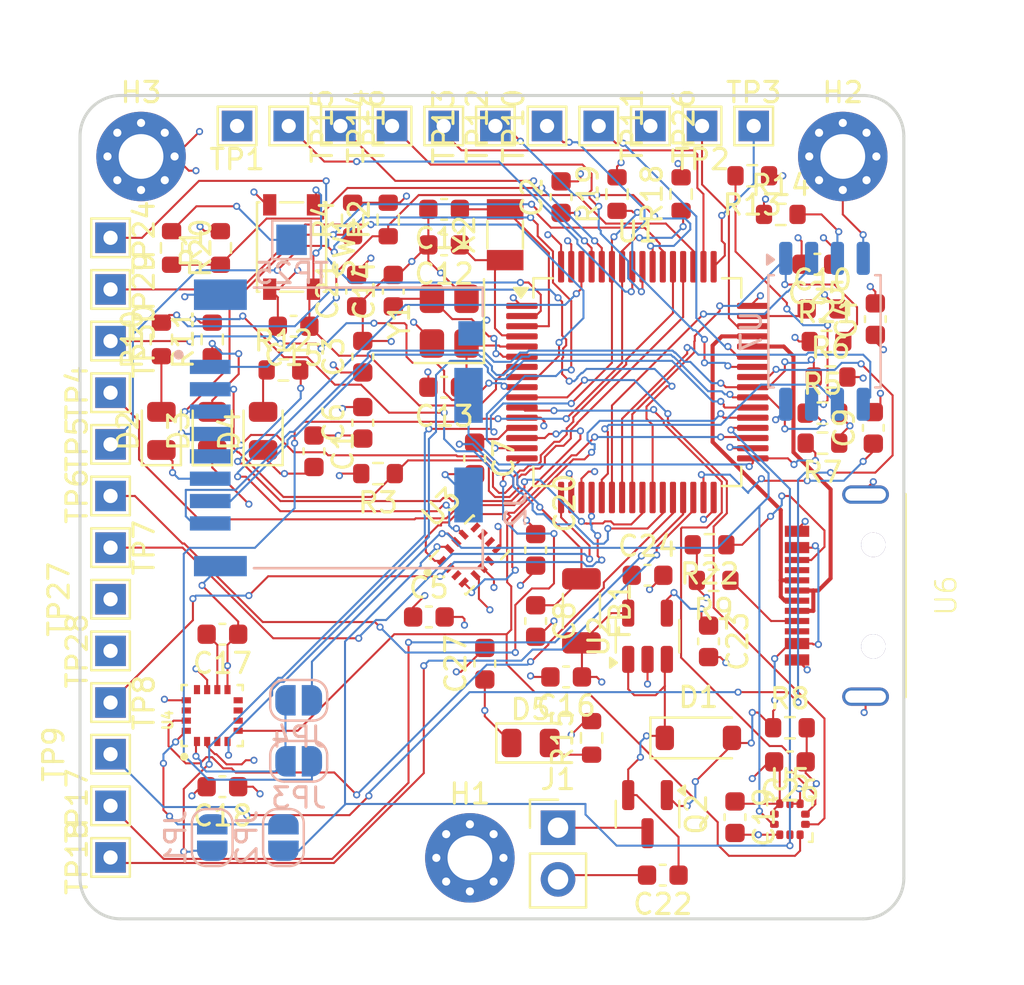
<source format=kicad_pcb>
(kicad_pcb (version 20241229) (generator "pcbnew") (generator_version "9.0")
  (layers (0 "F.Cu" signal) (4 "In1.Cu" power "GND") (6 "In2.Cu" power "PWR") (2 "B.Cu" signal) (13 "F.Paste" user) (15 "B.Paste" user) (5 "F.SilkS" user "F.Silkscreen") (7 "B.SilkS" user "B.Silkscreen") (1 "F.Mask" user) (3 "B.Mask" user) (25 "Edge.Cuts" user))
  (net 0 "")
  (net 1 "+3.3V")
  (net 2 "GND")
  (net 3 "Net-(U1-VDDA)")
  (net 4 "/VCAP1")
  (net 5 "/VCAP2")
  (net 6 "/LSE_IN")
  (net 7 "/LSE_OUT")
  (net 8 "/HSE_IN")
  (net 9 "/HSE_OUT")
  (net 10 "/NRST")
  (net 11 "Net-(U4-CAP)")
  (net 12 "Net-(D1-K)")
  (net 13 "Net-(U2-BP)")
  (net 14 "VBUS")
  (net 15 "Net-(D2-A)")
  (net 16 "Net-(D3-A)")
  (net 17 "Net-(D4-A)")
  (net 18 "Net-(D5-A)")
  (net 19 "VBAT")
  (net 20 "/SDIO_D2")
  (net 21 "/SDIO_D0")
  (net 22 "/SDIO_D1")
  (net 23 "/SDIO_CK")
  (net 24 "/SDIO_CMD")
  (net 25 "/SD_DETECT")
  (net 26 "/SDIO_D3")
  (net 27 "/USB_D-")
  (net 28 "/USB_D+")
  (net 29 "Net-(JP1-A)")
  (net 30 "/I2C1_SDA")
  (net 31 "/MOSI2")
  (net 32 "Net-(JP3-A)")
  (net 33 "/I2C1_SCL")
  (net 34 "/SCK2")
  (net 35 "/BOOT0")
  (net 36 "/DBUG_0")
  (net 37 "/DBUG_1")
  (net 38 "/DBUG_2")
  (net 39 "Net-(U7-~{HOLD}{slash}~{RESET}{slash}IO_{3})")
  (net 40 "Net-(U7-~{WP}{slash}IO_{2})")
  (net 41 "Net-(R20-Pad1)")
  (net 42 "/FLASH_CS")
  (net 43 "/SWDIO")
  (net 44 "/SWCLK")
  (net 45 "/PA0")
  (net 46 "/PA1")
  (net 47 "/PA2")
  (net 48 "/PA3")
  (net 49 "/PA4")
  (net 50 "/PA8")
  (net 51 "/PA9")
  (net 52 "/PA10")
  (net 53 "/PA15")
  (net 54 "/PB3")
  (net 55 "/PB4")
  (net 56 "/PB5")
  (net 57 "/PB8")
  (net 58 "/PB10")
  (net 59 "/PB11")
  (net 60 "/PC13")
  (net 61 "/PC0")
  (net 62 "/PC1")
  (net 63 "/IMU_INT")
  (net 64 "/MAG_CS")
  (net 65 "/BMP_CS")
  (net 66 "/SCK1")
  (net 67 "/IMU_CS")
  (net 68 "/MOSI1")
  (net 69 "/BMP_INT")
  (net 70 "/MISO2")
  (net 71 "/MISO1")
  (net 72 "/MAG_INT")
  (net 85 "Net-(U6-CC1)")
  (net 86 "Net-(U6-CC2)")
  (footprint "TestPoint:TestPoint_THTPad_1.5x1.5mm_Drill0.7mm" (layer "F.Cu") (at 101.5 127.32 90)
    (property "Reference" "TP28")
    (property "Value" "3.3V Test Point")
  )
  (footprint "TestPoint:TestPoint_THTPad_1.5x1.5mm_Drill0.7mm" (layer "F.Cu") (at 101.5 122.24 -90)
    (property "Reference" "TP7")
    (property "Value" "PA3 Test Point")
  )
  (footprint "Capacitor_SMD:C_0603_1608Metric" (layer "F.Cu") (at 134.9 132.778 180)
    (property "Reference" "C26")
    (property "Value" "100n")
  )
  (footprint "Capacitor_SMD:C_0603_1608Metric" (layer "F.Cu") (at 119.9 127.95 90)
    (property "Reference" "C27")
    (property "Value" "100n")
  )
  (footprint "TestPoint:TestPoint_THTPad_1.5x1.5mm_Drill0.7mm" (layer "F.Cu") (at 133.12 101.5)
    (property "Reference" "TP3")
    (property "Value" "SWCLK Through-Hole")
  )
  (footprint "TestPoint:TestPoint_THTPad_1.5x1.5mm_Drill0.7mm" (layer "F.Cu") (at 101.5 119.7 90)
    (property "Reference" "TP6")
    (property "Value" "PA2 Test Point")
  )
  (footprint "Capacitor_SMD:C_0603_1608Metric" (layer "F.Cu") (at 117.9 105.6 180)
    (property "Reference" "C11")
    (property "Value" "6p")
  )
  (footprint "TestPoint:TestPoint_THTPad_1.5x1.5mm_Drill0.7mm" (layer "F.Cu") (at 128.04 101.5 -90)
    (property "Reference" "TP26")
    (property "Value" "GND Test Point")
  )
  (footprint "sensors:IC_ICM-45686" (layer "F.Cu") (at 119.15 122.6 45)
    (property "Reference" "U3")
    (property "Value" "~")
  )
  (footprint "TestPoint:TestPoint_THTPad_1.5x1.5mm_Drill0.7mm" (layer "F.Cu") (at 112.8 101.5 -90)
    (property "Reference" "TP16")
    (property "Value" "PB8 Test Point")
  )
  (footprint "Resistor_SMD:R_0603_1608Metric" (layer "F.Cu") (at 106.5 112 90)
    (property "Reference" "R11")
    (property "Value" "1k2")
  )
  (footprint "Resistor_SMD:R_0603_1608Metric" (layer "F.Cu") (at 126.4 104.85 90)
    (property "Reference" "R19")
    (property "Value" "2k2")
  )
  (footprint "Resistor_SMD:R_0603_1608Metric" (layer "F.Cu") (at 131.15 123.85 180)
    (property "Reference" "R9")
    (property "Value" "5.1k")
  )
  (footprint "Capacitor_SMD:C_0603_1608Metric" (layer "F.Cu") (at 119.4 117.85 -90)
    (property "Reference" "C7")
    (property "Value" "10n")
  )
  (footprint "Resistor_SMD:R_0603_1608Metric" (layer "F.Cu") (at 113.4 106.1 90)
    (property "Reference" "R4")
    (property "Value" "47k")
  )
  (footprint "Resistor_SMD:R_0603_1608Metric" (layer "F.Cu") (at 125.15 131.6 90)
    (property "Reference" "R15")
    (property "Value" "1k2")
  )
  (footprint "Capacitor_SMD:C_0603_1608Metric" (layer "F.Cu") (at 128.65 138.35 180)
    (property "Reference" "C22")
    (property "Value" "10u")
  )
  (footprint "Connector_PinHeader_2.54mm:PinHeader_1x02_P2.54mm_Vertical" (layer "F.Cu") (at 123.5 136.019)
    (property "Reference" "J1")
    (property "Value" "Conn_01x02_Pin")
  )
  (footprint "Package_QFP:LQFP-64_10x10mm_P0.5mm" (layer "F.Cu") (at 127.4 114.1)
    (property "Reference" "U1")
    (property "Value" "STM32F405RGTx")
  )
  (footprint "Capacitor_SMD:C_0603_1608Metric" (layer "F.Cu") (at 107 134 180)
    (property "Reference" "C18")
    (property "Value" "1u")
  )
  (footprint "TestPoint:TestPoint_THTPad_1.5x1.5mm_Drill0.7mm" (layer "F.Cu") (at 101.5 112.08 -90)
    (property "Reference" "TP30")
    (property "Value" "PC1 Test Point")
  )
  (footprint "Capacitor_SMD:C_0603_1608Metric" (layer "F.Cu") (at 139.1 111 90)
    (property "Reference" "C4")
    (property "Value" "100n")
  )
  (footprint "Inductor_SMD:L_1206_3216Metric" (layer "F.Cu") (at 124.65 125.35 -90)
    (property "Reference" "FB1")
    (property "Value" "120 Ohms @ 100 MHz")
  )
  (footprint "Resistor_SMD:R_0603_1608Metric" (layer "F.Cu") (at 129.55 104.85 90)
    (property "Reference" "R18")
    (property "Value" "2k2")
  )
  (footprint "Capacitor_SMD:C_0603_1608Metric" (layer "F.Cu") (at 139 116.35 90)
    (property "Reference" "C9")
    (property "Value" "2u2")
  )
  (footprint "TestPoint:TestPoint_THTPad_1.5x1.5mm_Drill0.7mm" (layer "F.Cu") (at 101.5 137.48 90)
    (property "Reference" "TP18")
    (property "Value" "PB11 Test Point")
  )
  (footprint "TestPoint:TestPoint_THTPad_1.5x1.5mm_Drill0.7mm" (layer "F.Cu") (at 101.5 117.16 90)
    (property "Reference" "TP5")
    (property "Value" "PA1 Test Point")
  )
  (footprint "TestPoint:TestPoint_THTPad_1.5x1.5mm_Drill0.7mm" (layer "F.Cu") (at 101.5 134.94 90)
    (property "Reference" "TP17")
    (property "Value" "PB10 Test Point")
  )
  (footprint "TestPoint:TestPoint_THTPad_1.5x1.5mm_Drill0.7mm" (layer "F.Cu") (at 107.72 101.5 180)
    (property "Reference" "TP1")
    (property "Value" "GND Through-Hole")
  )
  (footprint "Capacitor_SMD:C_0603_1608Metric" (layer "F.Cu") (at 122.4 122.35 -90)
    (property "Reference" "C20")
    (property "Value" "100n")
  )
  (footprint "TestPoint:TestPoint_THTPad_1.5x1.5mm_Drill0.7mm" (layer "F.Cu") (at 101.5 129.86 -90)
    (property "Reference" "TP8")
    (property "Value" "PA4 Test Point")
  )
  (footprint "TestPoint:TestPoint_THTPad_1.5x1.5mm_Drill0.7mm" (layer "F.Cu") (at 101.5 109.54 -90)
    (property "Reference" "TP29")
    (property "Value" "PC0 Test Point")
  )
  (footprint "Capacitor_SMD:C_0603_1608Metric" (layer "F.Cu") (at 136.5 110.5)
    (property "Reference" "C10")
    (property "Value" "2u2")
  )
  (footprint "TestPoint:TestPoint_THTPad_1.5x1.5mm_Drill0.7mm" (layer "F.Cu") (at 115.34 101.5 90)
    (property "Reference" "TP14")
    (property "Value" "PB4 Test Point")
  )
  (footprint "connectors:A-USBC-20F0-EA-GSR05" (layer "F.Cu") (at 139 124.6 90)
    (property "Reference" "U6")
    (property "Value" "A-USBC-20F0-EA-GSR05")
  )
  (footprint "Resistor_SMD:R_0603_1608Metric" (layer "F.Cu") (at 130.95 122.1 180)
    (property "Reference" "R22")
    (property "Value" "5.1k")
  )
  (footprint "LED_SMD:LED_0805_2012Metric" (layer "F.Cu") (at 109 116.5 90)
    (property "Reference" "D4")
    (property "Value" "LED")
  )
  (footprint "Capacitor_SMD:C_0603_1608Metric" (layer "F.Cu") (at 111.5 117.5 -90)
    (property "Reference" "C1")
    (property "Value" "100n")
  )
  (footprint "Resistor_SMD:R_0603_1608Metric" (layer "F.Cu") (at 114.65 118.6 180)
    (property "Reference" "R3")
    (property "Value" "47k")
  )
  (footprint "TestPoint:TestPoint_THTPad_1.5x1.5mm_Drill0.7mm" (layer "F.Cu") (at 101.5 124.78 90)
    (property "Reference" "TP27")
    (property "Value" "GND Test Point")
  )
  (footprint "Capacitor_SMD:C_0603_1608Metric" (layer "F.Cu") (at 127.9 123.6)
    (property "Reference" "C24")
    (property "Value" "10u")
  )
  (footprint "TestPoint:TestPoint_THTPad_1.5x1.5mm_Drill0.7mm" (layer "F.Cu") (at 130.58 101.5 180)
    (property "Reference" "TP2")
    (property "Value" "SWDIO Through-Hole")
  )
  (footprint "Resistor_SMD:R_0603_1608Metric" (layer "F.Cu") (at 115.15 106.1 90)
    (property "Reference" "R2")
    (property "Value" "47k")
  )
  (footprint "MountingHole:MountingHole_2.2mm_M2_Pad_Via" (layer "F.Cu") (at 137.5 103)
    (property "Reference" "H2")
    (property "Value" "MountingHole_Pad")
  )
  (footprint "Capacitor_SMD:C_0603_1608Metric" (layer "F.Cu") (at 123.9 128.6 180)
    (property "Reference" "C16")
    (property "Value" "1u")
  )
  (footprint "Resistor_SMD:R_0603_1608Metric" (layer "F.Cu") (at 136.5 117.1 180)
    (property "Reference" "R7")
    (property "Value" "10k")
  )
  (footprint "TestPoint:TestPoint_THTPad_1.5x1.5mm_Drill0.7mm" (layer "F.Cu") (at 101.5 114.62 90)
    (property "Reference" "TP4")
    (property "Value" "PA0 Test Point")
  )
  (footprint "Resistor_SMD:R_0603_1608Metric" (layer "F.Cu") (at 104.5 107.5 -90)
    (property "Reference" "R20")
    (property "Value" "100")
  )
  (footprint "Capacitor_SMD:C_0603_1608Metric" (layer "F.Cu") (at 115.4 109.6 90)
    (property "Reference" "C14")
    (property "Value" "14p")
  )
  (footprint "TestPoint:TestPoint_THTPad_1.5x1.5mm_Drill0.7mm" (layer "F.Cu") (at 117.88 101.5 -90)
    (property "Reference" "TP12")
    (property "Value" "PA15 Test Point")
  )
  (footprint "Capacitor_SMD:C_0603_1608Metric" (layer "F.Cu") (at 113.6 109.6 90)
    (property "Reference" "C21")
    (property "Value" "100n")
  )
  (footprint "Resistor_SMD:R_0603_1608Metric" (layer "F.Cu") (at 110 113.5)
    (property "Reference" "R12")
    (property "Value" "1k5")
  )
  (footprint "Capacitor_SMD:C_0603_1608Metric" (layer "F.Cu") (at 113.9 116.1 90)
    (property "Reference" "C6")
    (property "Value" "4u7")
  )
  (footprint "Package_LGA:ST_HLGA-10_2x2mm_P0.5mm_LayoutBorder3x2y" (layer "F.Cu") (at 134.9 135.6)
    (property "Reference" "U5")
    (property "Value" "~")
  )
  (footprint "Capacitor_SMD:C_0603_1608Metric" (layer "F.Cu") (at 113.9 112.85 90)
    (property "Reference" "C3")
    (property "Value" "100n")
  )
  (footprint "Capacitor_SMD:C_0603_1608Metric" (layer "F.Cu") (at 132.2 135.5 -90)
    (property "Reference" "C19")
    (property "Value" "100n")
  )
  (footprint "Capacitor_SMD:C_0603_1608Metric" (layer "F.Cu") (at 122.4 125.85 -90)
    (property "Reference" "C8")
    (property "Value" "0.1u")
  )
  (footprint "Resistor_SMD:R_0603_1608Metric" (layer "F.Cu") (at 106.9 107.5 90)
    (property "Reference" "R1")
    (property "Value" "100k")
  )
  (footprint "TestPoint:TestPoint_THTPad_1.5x1.5mm_Drill0.7mm" (layer "F.Cu") (at 101.5 132.4 90)
    (property "Reference" "TP9")
    (property "Value" "PA8 Test Point")
  )
  (footprint "Capacitor_SMD:C_0603_1608Metric" (layer "F.Cu") (at 107 126.5 180)
    (property "Reference" "C17")
    (property "Value" "10u")
  )
  (footprint "TestPoint:TestPoint_THTPad_1.5x1.5mm_Drill0.7mm" (layer "F.Cu") (at 110.26 101.5 -90)
    (property "Reference" "TP15")
    (property "Value" "PB5 Test Point")
  )
  (footprint "Diode_SMD:D_SOD-123" (layer "F.Cu") (at 130.4 131.6)
    (property "Reference" "D1")
    (property "Value" "D_Schottky")
  )
  (footprint "Package_TO_SOT_SMD:SOT-23-5" (layer "F.Cu") (at 127.9 126.6 90)
    (property "Reference" "U2")
    (property "Value" "MIC5219-3.3YM5")
  )
  (footprint "sensors:IC_MMC5983MA" (layer "F.Cu") (at 106.5 130.5 90)
    (property "Reference" "U4")
    (property "Value" "~")
  )
  (footprint "Resistor_SMD:R_0603_1608Metric" (layer "F.Cu") (at 134.9 131.1)
    (property "Reference" "R8")
    (property "Value" "100k")
  )
  (footprint "Capacitor_SMD:C_0603_1608Metric" (layer "F.Cu") (at 130.9 126.85 -90)
    (property "Reference" "C23")
    (property "Value" "470p")
  )
  (footprint "Capacitor_SMD:C_0603_1608Metric" (layer "F.Cu") (at 110.5 111.35 180)
    (property "Reference" "C15")
    (property "Value" "0.1u")
  )
  (footprint "TestPoint:TestPoint_THTPad_1.5x1.5mm_Drill0.7mm" (layer "F.Cu") (at 101.5 107 -90)
    (property "Reference" "TP24")
    (property "Value" "PC13 Test Point")
  )
  (footprint "MountingHole:MountingHole_2.2mm_M2_Pad_Via" (layer "F.Cu") (at 103 103)
    (property "Reference" "H3")
    (property "Value" "MountingHole_Pad")
  )
  (footprint "Resistor_SMD:R_0603_1608Metric" (layer "F.Cu") (at 134.45 105.85)
    (property "Reference" "R14")
    (property "Value" "10k")
  )
  (footprint "Resistor_SMD:R_0603_1608Metric" (layer "F.Cu") (at 133.05 103.95 180)
    (property "Reference" "R13")
    (property "Value" "10k")
  )
  (footprint "Capacitor_SMD:C_0603_1608Metric" (layer "F.Cu") (at 117.9 107.35 180)
    (property "Reference" "C12")
    (property "Value" "6p")
  )
  (footprint "LED_SMD:LED_0805_2012Metric" (layer "F.Cu") (at 106.5 116.5 90)
    (property "Reference" "D3")
    (property "Value" "LED")
  )
  (footprint "TestPoint:TestPoint_THTPad_1.5x1.5mm_Drill0.7mm" (layer "F.Cu") (at 125.5 101.5 -90)
    (property "Reference" "TP11")
    (property "Value" "PA10 Test Point")
  )
  (footprint "Capacitor_SMD:C_0603_1608Metric" (layer "F.Cu") (at 123.65 105 90)
    (property "Reference" "C2")
    (property "Value" "100n")
  )
  (footprint "LED_SMD:LED_0805_2012Metric" (layer "F.Cu") (at 122.15 131.85)
    (property "Reference" "D5")
    (property "Value" "LED")
  )
  (footprint "Resistor_SMD:R_0603_1608Metric" (layer "F.Cu") (at 104 112 90)
    (property "Reference" "R10")
    (property "Value" "330")
  )
  (footprint "Resistor_SMD:R_0603_1608Metric" (layer "F.Cu") (at 136.5 115.625)
    (property "Reference" "R5")
    (property "Value" "47k")
  )
  (footprint "Crystal:Crystal_SMD_3215-2Pin_3.2x1.5mm" (layer "F.Cu") (at 120.9 106.85 90)
    (property "Reference" "X2")
    (property "Value" "32.768khz")
  )
  (footprint "LED_SMD:LED_0805_2012Metric" (layer "F.Cu") (at 104 116.5 90)
    (property "Reference" "D2")
    (property "Value" "LED")
  )
  (footprint "Capacitor_SMD:C_0603_1608Metric" (layer "F.Cu") (at 117.9 114.35 180)
    (property "Reference" "C13")
    (property "Value" "14p")
  )
  (footprint "Crystal:Crystal_SMD_Abracon_ABM8G-4Pin_3.2x2.5mm" (layer "F.Cu") (at 118.15 111.1 90)
    (property "Reference" "Y1")
    (property "Value" "12 MHz")
  )
  (footprint "MountingHole:MountingHole_2.2mm_M2_Pad_Via" (layer "F.Cu") (at 119.1667 137.5)
    (property "Reference" "H1")
    (property "Value" "MountingHole_Pad")
  )
  (footprint "Resistor_SMD:R_0603_1608Metric" (layer "F.Cu") (at 136.9 113.85)
    (property "Reference" "R6")
    (property "Value" "47k")
  )
  (footprint "TestPoint:TestPoint_THTPad_1.5x1.5mm_Drill0.7mm" (layer "F.Cu") (at 122.96 101.5 90)
    (property "Reference" "TP10")
    (property "Value" "PA9 Test Point")
  )
  (footprint "Capacitor_SMD:C_0603_1608Metric" (layer "F.Cu") (at 117.15 125.65)
    (property "Reference" "C5")
    (property "Value" "100n")
  )
  (footprint "TestPoint:TestPoint_THTPad_1.5x1.5mm_Drill0.7mm" (layer "F.Cu") (at 120.42 101.5 90)
    (property "Reference" "TP13")
    (property "Value" "PB3 Test Point")
  )
  (footprint "Capacitor_SMD:C_0603_1608Metric" (layer "F.Cu") (at 136.25 108.3 180)
    (property "Reference" "C25")
    (property "Value" "100n")
  )
  (footprint "Package_TO_SOT_SMD:SOT-23" (layer "F.Cu") (at 127.9 135.35 -90)
    (property "Reference" "Q2")
    (property "Value" "IRLML6402")
  )
  (footprint "Button_Switch_SMD:SW_SPST_PTS810" (layer "F.Cu") (at 110.4 107.454 -90)
    (property "Reference" "SW1")
    (property "Value" "PTS815")
  )
  (footprint "Resistor_SMD:R_0603_1608Metric" (layer "F.Cu") (at 136.7 112.1)
    (property "Reference" "R21")
    (property "Value" "10k")
  )
  (footprint "Jumper:SolderJumper-2_P1.3mm_Open_RoundedPad1.0x1.5mm" (layer "B.Cu") (at 110.75 132.75)
    (property "Reference" "JP3")
    (property "Value" "I2C_SCL")
  )
  (footprint "Jumper:SolderJumper-2_P1.3mm_Open_RoundedPad1.0x1.5mm" (layer "B.Cu") (at 110 136.5 -90)
    (property "Reference" "JP2")
    (property "Value" "SPI_SDI")
  )
  (footprint "Jumper:SolderJumper-2_P1.3mm_Open_RoundedPad1.0x1.5mm" (layer "B.Cu") (at 110.75 129.75)
    (property "Reference" "JP4")
    (property "Value" "SPI_SCK")
  )
  (footprint "Package_SO:SOIC-8_5.3x5.3mm_P1.27mm" (layer "B.Cu") (at 136.6 111.6 -90)
    (property "Reference" "U7")
    (property "Value" "W25Q128JVS")
  )
  (footprint "TestPoint:TestPoint_Pad_1.5x1.5mm" (layer "B.Cu") (at 110.4 107.1)
    (property "Reference" "TP25")
    (property "Value" "BOOT0 Pad")
  )
  (footprint "Jumper:SolderJumper-2_P1.3mm_Open_RoundedPad1.0x1.5mm" (layer "B.Cu") (at 106.5 136.5 -90)
    (property "Reference" "JP1")
    (property "Value" "I2C_SDA")
  )
  (footprint "DM3CS-SF:HRS_DM3CS-SF" (layer "B.Cu") (at 112.75 116.55 90)
    (property "Reference" "J2")
    (property "Value" "DM3CS-SF")
  )
  (gr_arc (start 140.5 138.5) (mid 139.914214 139.914214) (end 138.5 140.5) (stroke (width 0.15)) (layer "Edge.Cuts"))
  (gr_line (start 100 138.5) (end 100 102) (stroke (width 0.15)) (layer "Edge.Cuts"))
  (gr_arc (start 138.5 100) (mid 139.914214 100.585786) (end 140.5 102) (stroke (width 0.15)) (layer "Edge.Cuts"))
  (gr_arc (start 102 140.5) (mid 100.585786 139.914214) (end 100 138.5) (stroke (width 0.15)) (layer "Edge.Cuts"))
  (gr_line (start 138.5 140.5) (end 102 140.5) (stroke (width 0.15)) (layer "Edge.Cuts"))
  (gr_line (start 102 100) (end 138.5 100) (stroke (width 0.15)) (layer "Edge.Cuts"))
  (gr_line (start 140.5 102) (end 140.5 138.5) (stroke (width 0.15)) (layer "Edge.Cuts"))
  (gr_arc (start 100 102) (mid 100.585786 100.585786) (end 102 100) (stroke (width 0.15)) (layer "Edge.Cuts"))
  (segment (start 137.325 115.625) (end 137.325 115.725) (width 0.1) (layer "F.Cu") (net 1))
  (segment (start 125.4 128.6) (end 125.65 128.85) (width 0.1) (layer "F.Cu") (net 1))
  (segment (start 133.075 110.225) (end 133.45 109.85) (width 0.1) (layer "F.Cu") (net 1))
  (segment (start 124.65 118.85) (end 124.65 119.775) (width 0.1) (layer "F.Cu") (net 1))
  (segment (start 113.6 108.825) (end 113.6 108.7) (width 0.1) (layer "F.Cu") (net 1))
  (segment (start 126.4 104.025) (end 126.4 103.5) (width 0.1) (layer "F.Cu") (net 1))
  (segment (start 132.3125 134.8375) (end 132.2 134.725) (width 0.1) (layer "F.Cu") (net 1))
  (segment (start 121.725 110.35) (end 121.7 110.35) (width 0.1) (layer "F.Cu") (net 1))
  (segment (start 131.15 120.4) (end 130.7 120.85) (width 0.1) (layer "F.Cu") (net 1))
  (segment (start 129.55 103.5) (end 129.4 103.35) (width 0.1) (layer "F.Cu") (net 1))
  (segment (start 108.5 134) (end 108.85 134.35) (width 0.1) (layer "F.Cu") (net 1))
  (segment (start 131.15 119.775) (end 131.15 120.4) (width 0.1) (layer "F.Cu") (net 1))
  (segment (start 139.1 111.775) (end 139.1 112.1) (width 0.1) (layer "F.Cu") (net 1))
  (segment (start 129.55 104.025) (end 129.55 103.5) (width 0.1) (layer "F.Cu") (net 1))
  (segment (start 137.025 107.475) (end 136.55 107) (width 0.1) (layer "F.Cu") (net 1))
  (segment (start 124.825 130.775) (end 124.15 131.45) (width 0.1) (layer "F.Cu") (net 1))
  (segment (start 121.7 110.35) (end 121.3 109.95) (width 0.1) (layer "F.Cu") (net 1))
  (segment (start 119.60962 124.75962) (end 120.15 125.3) (width 0.1) (layer "F.Cu") (net 1))
  (segment (start 134.1375 135.35) (end 134.1375 135.1) (width 0.1) (layer "F.Cu") (net 1))
  (segment (start 134.4 133.053) (end 134.125 132.778) (width 0.1) (layer "F.Cu") (net 1))
  (segment (start 107.199 132.899) (end 106.7 132.4) (width 0.1) (layer "F.Cu") (net 1))
  (segment (start 134.1375 135.1) (end 134.4 134.8375) (width 0.1) (layer "F.Cu") (net 1))
  (segment (start 133.075 110.35) (end 133.075 110.225) (width 0.1) (layer "F.Cu") (net 1))
  (segment (start 124.425 105.775) (end 124.45 105.8) (width 0.1) (layer "F.Cu") (net 1))
  (segment (start 134.4 134.8375) (end 132.3125 134.8375) (width 0.1) (layer "F.Cu") (net 1))
  (segment (start 126.1125 125.4625) (end 126.95 125.4625) (width 0.1) (layer "F.Cu") (net 1))
  (segment (start 123 106.85) (end 123.15 106.85) (width 0.1) (layer "F.Cu") (net 1))
  (segment (start 113.9 113.625) (end 112.825 113.625) (width 0.1) (layer "F.Cu") (net 1))
  (segment (start 138.45 113.85) (end 138.5 113.9) (width 0.1) (layer "F.Cu") (net 1))
  (segment (start 137.025 108.3) (end 137.025 107.475) (width 0.1) (layer "F.Cu") (net 1))
  (segment (start 133.625 105.175) (end 133.7 105.1) (width 0.1) (layer "F.Cu") (net 1))
  (segment (start 122.4 121.575) (end 122.4 121.35) (width 0.1) (layer "F.Cu") (net 1))
  (segment (start 133.872 132.778) (end 133.05 133.6) (width 0.1) (layer "F.Cu") (net 1))
  (segment (start 115.15 105.275) (end 115.725 105.275) (width 0.1) (layer "F.Cu") (net 1))
  (segment (start 124.675 128.6) (end 125.4 128.6) (width 0.1) (layer "F.Cu") (net 1))
  (segment (start 111.5 116.725) (end 112.7 116.725) (width 0.1) (layer "F.Cu") (net 1))
  (segment (start 105.225 129.75) (end 104.2 129.75) (width 0.1) (layer "F.Cu") (net 1))
  (segment (start 137.725 113.85) (end 138.45 113.85) (width 0.1) (layer "F.Cu") (net 1))
  (segment (start 123.65 107.35) (end 123.65 108.425) (width 0.1) (layer "F.Cu") (net 1))
  (segment (start 119.441682 123.598788) (end 119.60962 123.766726) (width 0.1) (layer "F.Cu") (net 1))
  (segment (start 133.875 103.95) (end 134.55 103.95) (width 0.1) (layer "F.Cu") (net 1))
  (segment (start 113.6 108.7) (end 114.3 108) (width 0.1) (layer "F.Cu") (net 1))
  (segment (start 125.15 130.775) (end 124.825 130.775) (width 0.1) (layer "F.Cu") (net 1))
  (segment (start 124.675 128.6) (end 124.675 126.95) (width 0.1) (layer "F.Cu") (net 1))
  (segment (start 124.65 126.925) (end 126.1125 125.4625) (width 0.1) (layer "F.Cu") (net 1))
  (segment (start 125.3 118.5) (end 125 118.5) (width 0.1) (layer "F.Cu") (net 1))
  (segment (start 113.75 116.725) (end 113.9 116.875) (width 0.1) (layer "F.Cu") (net 1))
  (segment (start 106.630645 132.4) (end 106.25 132.019355) (width 0.1) (layer "F.Cu") (net 1))
  (segment (start 113.825 118.6) (end 112.85 118.6) (width 0.1) (layer "F.Cu") (net 1))
  (segment (start 107.951 132.899) (end 107.199 132.899) (width 0.1) (layer "F.Cu") (net 1))
  (segment (start 104.2 129.75) (end 104.15 129.7) (width 0.1) (layer "F.Cu") (net 1))
  (segment (start 106.25 132.019355) (end 106.25 131.775) (width 0.1) (layer "F.Cu") (net 1))
  (segment (start 126.95 125.4625) (end 126.95 123.775) (width 0.1) (layer "F.Cu") (net 1))
  (segment (start 134.125 132.778) (end 133.872 132.778) (width 0.1) (layer "F.Cu") (net 1))
  (segment (start 126.4 103.5) (end 126.6 103.3) (width 0.1) (layer "F.Cu") (net 1))
  (segment (start 119.60962 123.766726) (end 119.60962 124.75962) (width 0.1) (layer "F.Cu") (net 1))
  (segment (start 137.325 117.1) (end 137.325 116.775) (width 0.1) (layer "F.Cu") (net 1))
  (segment (start 137.325 116.775) (end 137.85 116.25) (width 0.1) (layer "F.Cu") (net 1))
  (segment (start 112.7 116.725) (end 113.75 116.725) (width 0.1) (layer "F.Cu") (net 1))
  (segment (start 135.35 112.1) (end 135.15 111.9) (width 0.1) (layer "F.Cu") (net 1))
  (segment (start 120.502342 122.308318) (end 120.67028 122.14038) (width 0.1) (layer "F.Cu") (net 1))
  (segment (start 116.375 125.65) (end 116.375 125.175) (width 0.1) (layer "F.Cu") (net 1))
  (segment (start 116.375 125.175) (end 116.95 124.6) (width 0.1) (layer "F.Cu") (net 1))
  (segment (start 134.4 134.8375) (end 134.4 133.053) (width 0.1) (layer "F.Cu") (net 1))
  (segment (start 120.67028 122.14038) (end 120.67028 121.32028) (width 0.1) (layer "F.Cu") (net 1))
  (segment (start 108.15 132.7) (end 107.951 132.899) (width 0.1) (layer "F.Cu") (net 1))
  (segment (start 130.7 120.85) (end 130.65 120.85) (width 0.1) (layer "F.Cu") (net 1))
  (segment (start 133.625 105.85) (end 133.625 105.175) (width 0.1) (layer "F.Cu") (net 1))
  (segment (start 113.4 105.275) (end 115.15 105.275) (width 0.1) (layer "F.Cu") (net 1))
  (segment (start 106.7 132.4) (end 106.630645 132.4) (width 0.1) (layer "F.Cu") (net 1))
  (segment (start 118.725 128.35) (end 118.5 128.35) (width 0.1) (layer "F.Cu") (net 1))
  (segment (start 108.55 132.7) (end 108.15 132.7) (width 0.1) (layer "F.Cu") (net 1))
  (segment (start 120.67028 121.32028) (end 120.55 121.2) (width 0.1) (layer "F.Cu") (net 1))
  (segment (start 115.725 105.275) (end 116.05 104.95) (width 0.1) (layer "F.Cu") (net 1))
  (segment (start 125 118.5) (end 124.65 118.85) (width 0.1) (layer "F.Cu") (net 1))
  (segment (start 139.1 112.1) (end 139.5 112.5) (width 0.1) (layer "F.Cu") (net 1))
  (segment (start 126.95 123.775) (end 127.125 123.6) (width 0.1) (layer "F.Cu") (net 1))
  (segment (start 137.325 115.725) (end 137.85 116.25) (width 0.1) (layer "F.Cu") (net 1))
  (segment (start 107.775 134) (end 108.5 134) (width 0.1) (layer "F.Cu") (net 1))
  (segment (start 123.15 106.85) (end 123.65 107.35) (width 0.1) (layer "F.Cu") (net 1))
  (segment (start 119.9 127.175) (end 118.725 128.35) (width 0.1) (layer "F.Cu") (net 1))
  (segment (start 122.4 121.35) (end 121.95 120.9) (width 0.1) (layer "F.Cu") (net 1))
  (segment (start 112.85 118.6) (end 112.75 118.7) (width 0.1) (layer "F.Cu") (net 1))
  (segment (start 124.675 126.95) (end 124.65 126.925) (width 0.1) (layer "F.Cu") (net 1))
  (segment (start 112.825 113.625) (end 112.45 113.25) (width 0.1) (layer "F.Cu") (net 1))
  (segment (start 123.65 105.775) (end 124.425 105.775) (width 0.1) (layer "F.Cu") (net 1))
  (segment (start 135.875 112.1) (end 135.35 112.1) (width 0.1) (layer "F.Cu") (net 1))
  (via (at 133.7 105.1) (size 0.35) (drill 0.2) (layers "F.Cu" "B.Cu") (net 1))
  (via (at 120.15 125.3) (size 0.35) (drill 0.2) (layers "F.Cu" "B.Cu") (net 1))
  (via (at 121.3 109.95) (size 0.35) (drill 0.2) (layers "F.Cu" "B.Cu") (net 1))
  (via (at 114.3 108) (size 0.35) (drill 0.2) (layers "F.Cu" "B.Cu") (net 1))
  (via (at 138.5 113.9) (size 0.35) (drill 0.2) (layers "F.Cu" "B.Cu") (net 1))
  (via (at 108.85 134.35) (size 0.35) (drill 0.2) (layers "F.Cu" "B.Cu") (net 1))
  (via (at 124.45 105.8) (size 0.35) (drill 0.2) (layers "F.Cu" "B.Cu") (net 1))
  (via (at 112.75 118.7) (size 0.35) (drill 0.2) (layers "F.Cu" "B.Cu") (net 1))
  (via (at 136.55 107) (size 0.35) (drill 0.2) (layers "F.Cu" "B.Cu") (net 1))
  (via (at 116.95 124.6) (size 0.35) (drill 0.2) (layers "F.Cu" "B.Cu") (net 1))
  (via (at 118.5 128.35) (size 0.35) (drill 0.2) (layers "F.Cu" "B.Cu") (net 1))
  (via (at 116.05 104.95) (size 0.35) (drill 0.2) (layers "F.Cu" "B.Cu") (net 1))
  (via (at 124.15 131.45) (size 0.35) (drill 0.2) (layers "F.Cu" "B.Cu") (net 1))
  (via (at 133.05 133.6) (size 0.35) (drill 0.2) (layers "F.Cu" "B.Cu") (net 1))
  (via (at 125.3 118.5) (size 0.35) (drill 0.2) (layers "F.Cu" "B.Cu") (net 1))
  (via (at 120.55 121.2) (size 0.35) (drill 0.2) (layers "F.Cu" "B.Cu") (net 1))
  (via (at 129.4 103.35) (size 0.35) (drill 0.2) (layers "F.Cu" "B.Cu") (net 1))
  (via (at 130.65 120.85) (size 0.35) (drill 0.2) (layers "F.Cu" "B.Cu") (net 1))
  (via (at 135.15 111.9) (size 0.35) (drill 0.2) (layers "F.Cu" "B.Cu") (net 1))
  (via (at 134.2 115.95) (size 0.35) (drill 0.2) (layers "F.Cu" "B.Cu") (net 1))
  (via (at 105 116.6) (size 0.35) (drill 0.2) (layers "F.Cu" "B.Cu") (net 1))
  (via (at 125.65 128.85) (size 0.35) (drill 0.2) (layers "F.Cu" "B.Cu") (net 1))
  (via (at 123 106.85) (size 0.35) (drill 0.2) (layers "F.Cu" "B.Cu") (net 1))
  (via (at 137.85 116.25) (size 0.35) (drill 0.2) (layers "F.Cu" "B.Cu") (net 1))
  (via (at 112.7 116.725) (size 0.35) (drill 0.2) (layers "F.Cu" "B.Cu") (net 1))
  (via (at 133.45 109.85) (size 0.35) (drill 0.2) (layers "F.Cu" "B.Cu") (net 1))
  (via (at 112.45 113.25) (size 0.35) (drill 0.2) (layers "F.Cu" "B.Cu") (net 1))
  (via (at 139.5 112.5) (size 0.35) (drill 0.2) (layers "F.Cu" "B.Cu") (net 1))
  (via (at 104.15 129.7) (size 0.35) (drill 0.2) (layers "F.Cu" "B.Cu") (net 1))
  (via (at 134.55 103.95) (size 0.35) (drill 0.2) (layers "F.Cu" "B.Cu") (net 1))
  (via (at 108.55 132.7) (size 0.35) (drill 0.2) (layers "F.Cu" "B.Cu") (net 1))
  (via (at 126.6 103.3) (size 0.35) (drill 0.2) (layers "F.Cu" "B.Cu") (net 1))
  (via (at 121.95 120.9) (size 0.35) (drill 0.2) (layers "F.Cu" "B.Cu") (net 1))
  (segment (start 105.05 116.65) (end 105 116.6) (width 0.1) (layer "B.Cu") (net 1))
  (segment (start 134.695 115.455) (end 134.2 115.95) (width 0.1) (layer "B.Cu") (net 1))
  (segment (start 106.4 116.65) (end 105.05 116.65) (width 0.1) (layer "B.Cu") (net 1))
  (segment (start 134.695 115.1875) (end 134.695 115.455) (width 0.1) (layer "B.Cu") (net 1))
  (segment (start 134.4 136.3625) (end 132.2875 136.3625) (width 0.1) (layer "F.Cu") (net 2))
  (segment (start 106.25 129.225) (end 106.25 128.75) (width 0.1) (layer "F.Cu") (net 2))
  (segment (start 138.5 106.85) (end 137.5 105.85) (width 0.1) (layer "F.Cu") (net 2))
  (segment (start 104.65 103) (end 105.35 103.7) (width 0.1) (layer "F.Cu") (net 2))
  (segment (start 130.325 123.85) (end 130.325 124.225) (width 0.1) (layer "F.Cu") (net 2))
  (segment (start 124.15 108.425) (end 124.15 107.325448) (width 0.1) (layer "F.Cu") (net 2))
  (segment (start 120.35 123.8) (end 120.35 124.2) (width 0.1) (layer "F.Cu") (net 2))
  (segment (start 137.275 110.5) (end 137.275 110.475) (width 0.1) (layer "F.Cu") (net 2))
  (segment (start 109.771 109.529) (end 110.7 108.6) (width 0.1) (layer "F.Cu") (net 2))
  (segment (start 115.4 108.825) (end 115.65 108.825) (width 0.1) (layer "F.Cu") (net 2))
  (segment (start 139.35 115.225) (end 139.35 114.65) (width 0.1) (layer "F.Cu") (net 2))
  (segment (start 122.4 123.125) (end 122.4 123.35) (width 0.1) (layer "F.Cu") (net 2))
  (segment (start 138.62 119.63) (end 138.62 119.38) (width 0.1) (layer "F.Cu") (net 2))
  (segment (start 122.825 116.025) (end 122.8 116.05) (width 0.1) (layer "F.Cu") (net 2))
  (segment (start 139.1 109.65) (end 138.85 109.4) (width 0.1) (layer "F.Cu") (net 2))
  (segment (start 130.325 123.85) (end 130.325 122.3) (width 0.1) (layer "F.Cu") (net 2))
  (segment (start 130.325 122.3) (end 130.125 122.1) (width 0.1) (layer "F.Cu") (net 2))
  (segment (start 138.62 130.28) (end 138.55 130.35) (width 0.1) (layer "F.Cu") (net 2))
  (segment (start 124.15 119.775) (end 124.15 118.7) (width 0.1) (layer "F.Cu") (net 2))
  (segment (start 135.25 127.765) (end 135.265 127.765) (width 0.1) (layer "F.Cu") (net 2))
  (segment (start 135.675 133.325) (end 136.2 133.85) (width 0.1) (layer "F.Cu") (net 2))
  (segment (start 109 117.75) (end 109 117.4375) (width 0.1) (layer "F.Cu") (net 2))
  (segment (start 106.5 118.3) (end 108.3 120.1) (width 0.1) (layer "F.Cu") (net 2))
  (segment (start 117.725 108.725) (end 119 110) (width 0.1) (layer "F.Cu") (net 2))
  (segment (start 106.125 106.675) (end 105.9 106.45) (width 0.1) (layer "F.Cu") (net 2))
  (segment (start 138.62 119.38) (end 139 119) (width 0.1) (layer "F.Cu") (net 2))
  (segment (start 127.875 138.35) (end 123.709 138.35) (width 0.1) (layer "F.Cu") (net 2))
  (segment (start 123.125 128.6) (end 122.2 128.6) (width 0.1) (layer "F.Cu") (net 2))
  (segment (start 106.25 128.75) (end 105.7 128.2) (width 0.1) (layer "F.Cu") (net 2))
  (segment (start 137.275 110.475) (end 136.6 109.8) (width 0.1) (layer "F.Cu") (net 2))
  (segment (start 107.25 129.225) (end 107.25 128.05) (width 0.1) (layer "F.Cu") (net 2))
  (segment (start 107.25 127.025) (end 107.775 126.5) (width 0.1) (layer "F.Cu") (net 2))
  (segment (start 132.2875 136.3625) (end 132.2 136.275) (width 0.1) (layer "F.Cu") (net 2))
  (segment (start 135.725 132.728) (end 135.675 132.778) (width 0.1) (layer "F.Cu") (net 2))
  (segment (start 115.65 108.825) (end 116.3125 108.1625) (width 0.1) (layer "F.Cu") (net 2))
  (segment (start 106.5 117.4375) (end 106.5 118.3) (width 0.1) (layer "F.Cu") (net 2))
  (segment (start 105.95 134) (end 105.5 134.45) (width 0.1) (layer "F.Cu") (net 2))
  (segment (start 116.3125 108.1625) (end 117.125 107.35) (width 0.1) (layer "F.Cu") (net 2))
  (segment (start 106.9 106.675) (end 106.125 106.675) (width 0.1) (layer "F.Cu") (net 2))
  (segment (start 122.825 116.025) (end 122.85 116.05) (width 0.1) (layer "F.Cu") (net 2))
  (segment (start 109.725 111.35) (end 109.725 109.929) (width 0.1) (layer "F.Cu") (net 2))
  (segment (start 139.1 110.225) (end 139.1 109.65) (width 0.1) (layer "F.Cu") (net 2))
  (segment (start 113.9 115.325) (end 112.975 115.325) (width 0.1) (layer "F.Cu") (net 2))
  (segment (start 119.9 128.725) (end 119.9 130.25) (width 0.1) (layer "F.Cu") (net 2))
  (segment (start 124.6 104.1) (end 124.475 104.225) (width 0.1) (layer "F.Cu") (net 2))
  (segment (start 135.25 121.435) (end 135.25 121.35) (width 0.1) (layer "F.Cu") (net 2))
  (segment (start 122.4 123.35) (end 121.65 124.1) (width 0.1) (layer "F.Cu") (net 2))
  (segment (start 117.3 112.05) (end 116.4 111.15) (width 0.1) (layer "F.Cu") (net 2))
  (segment (start 135.4 134.8375) (end 134.9 134.8375) (width 0.1) (layer "F.Cu") (net 2))
  (segment (start 122.8 116.05) (end 122.8 116.25) (width 0.1) (layer "F.Cu") (net 2))
  (segment (start 122.65 115.85) (end 122.825 116.025) (width 0.1) (layer "F.Cu") (net 2))
  (segment (start 117.125 113.625) (end 117.1 113.6) (width 0.1) (layer "F.Cu") (net 2))
  (segment (start 106.225 134) (end 105.95 134) (width 0.1) (layer "F.Cu") (net 2))
  (segment (start 135.725 131.1) (end 135.725 132.728) (width 0.1) (layer "F.Cu") (net 2))
  (segment (start 130.9 127.625) (end 131.475 127.625) (width 0.1) (layer "F.Cu") (net 2))
  (segment (start 119.4 118.625) (end 117.975 118.625) (width 0.1) (layer "F.Cu") (net 2))
  (segment (start 117.125 108.125) (end 117.725 108.725) (width 0.1) (layer "F.Cu") (net 2))
  (segment (start 112.975 115.325) (end 112.9 115.4) (width 0.1) (layer "F.Cu") (net 2))
  (segment (start 123.709 138.35) (end 123.5 138.559) (width 0.1) (layer "F.Cu") (net 2))
  (segment (start 135.25 121.35) (end 135.65 120.95) (width 0.1) (layer "F.Cu") (net 2))
  (segment (start 128.675 123.625) (end 128 124.3) (width 0.1) (layer "F.Cu") (net 2))
  (segment (start 117.125 107.35) (end 117.125 105.6) (width 0.1) (layer "F.Cu") (net 2))
  (segment (start 104.166726 104.166726) (end 104.166726 103.483274) (width 0.1) (layer "F.Cu") (net 2))
  (segment (start 124.15 118.7) (end 124.05 118.6) (width 0.1) (layer "F.Cu") (net 2))
  (segment (start 113.9 110.675) (end 113.6 110.375) (width 0.1) (layer "F.Cu") (net 2))
  (segment (start 110.05 118.6) (end 109.85 118.6) (width 0.1) (layer "F.Cu") (net 2))
  (segment (start 137.5 105.85) (end 137.5 104.65) (width 0.1) (layer "F.Cu") (net 2))
  (segment (start 135.265 127.765) (end 135.75 128.25) (width 0.1) (layer "F.Cu") (net 2))
  (segment (start 109.179 105.379) (end 108.55 104.75) (width 0.1) (layer "F.Cu") (net 2))
  (segment (start 107.25 127.9) (end 107.25 127.025) (width 0.1) (layer "F.Cu") (net 2))
  (segment (start 104.166726 103.483274) (end 104.65 103) (width 0.1) (layer "F.Cu") (net 2))
  (segment (start 118.9 126.05) (end 118.9 125.75) (width 0.1) (layer "F.Cu") (net 2))
  (segment (start 117.125 114.35) (end 117.125 113.625) (width 0.1) (layer "F.Cu") (net 2))
  (segment (start 109.85 118.6) (end 109 117.75) (width 0.1) (layer "F.Cu") (net 2))
  (segment (start 119.9 130.25) (end 119.9 130.5375) (width 0.1) (layer "F.Cu") (net 2))
  (segment (start 109.725 109.929) (end 109.325 109.529) (width 0.1) (layer "F.Cu") (net 2))
  (segment (start 107.25 128.05) (end 107.25 127.9) (width 0.1) (layer "F.Cu") (net 2))
  (segment (start 113.9 112.075) (end 115.275 112.075) (width 0.1) (layer "F.Cu") (net 2))
  (segment (start 122.525 126.625) (end 123.3 125.85) (width 0.1) (layer "F.Cu") (net 2))
  (segment (start 122.4 126.625) (end 122.525 126.625) (width 0.1) (layer "F.Cu") (net 2))
  (segment (start 105.875 101.775) (end 104.65 103) (width 0.1) (layer "F.Cu") (net 2))
  (segment (start 119.795235 123.245235) (end 120.35 123.8) (width 0.1) (layer "F.Cu") (net 2))
  (segment (start 117.975 118.625) (end 117.95 118.65) (width 0.1) (layer "F.Cu") (net 2))
  (segment (start 113.9 112.075) (end 113.9 110.675) (width 0.1) (layer "F.Cu") (net 2))
  (segment (start 135.475 108.3) (end 135.475 107.175) (width 0.1) (layer "F.Cu") (net 2))
  (segment (start 104 117.4375) (end 104.55 117.9875) (width 0.1) (layer "F.Cu") (net 2))
  (segment (start 131.475 127.625) (end 131.75 127.9) (width 0.1) (layer "F.Cu") (net 2))
  (segment (start 118.9 125.75) (end 118.8 125.65) (width 0.1) (layer "F.Cu") (net 2))
  (segment (start 135.4 134.8375) (end 135.4 134.15) (width 0.1) (layer "F.Cu") (net 2))
  (segment (start 122.2 128.6) (end 122.15 128.55) (width 0.1) (layer "F.Cu") (net 2))
  (segment (start 124.6 103.85) (end 124.6 104.1) (width 0.1) (layer "F.Cu") (net 2))
  (segment (start 127.9 127.7375) (end 127.9 128.95) (width 0.1) (layer "F.Cu") (net 2))
  (segment (start 139 115.575) (end 139.35 115.225) (width 0.1) (layer "F.Cu") (net 2))
  (segment (start 115.15 108.825) (end 115.4 108.825) (width 0.1) (layer "F.Cu") (net 2))
  (segment (start 124.15 107.325448) (end 123.972097 107.147545) (width 0.1) (layer "F.Cu") (net 2))
  (segment (start 135.475 107.175) (end 135.3 107) (width 0.1) (layer "F.Cu") (net 2))
  (segment (start 117.125 107.35) (end 117.125 108.125) (width 0.1) (layer "F.Cu") (net 2))
  (segment (start 135.675 132.778) (end 135.675 133.325) (width 0.1) (layer "F.Cu") (net 2))
  (segment (start 130.325 124.225) (end 130.8 124.7) (width 0.1) (layer "F.Cu") (net 2))
  (segment (start 113.6 110.375) (end 115.15 108.825) (width 0.1) (layer "F.Cu") (net 2))
  (segment (start 107.775 126.5) (end 107.775 125.875) (width 0.1) (layer "F.Cu") (net 2))
  (segment (start 115.275 112.075) (end 115.3 112.1) (width 0.1) (layer "F.Cu") (net 2))
  (segment (start 119.9 130.5375) (end 121.2125 131.85) (width 0.1) (layer "F.Cu") (net 2))
  (segment (start 104.55 117.9875) (end 104.55 118.55) (width 0.1) (layer "F.Cu") (net 2))
  (segment (start 124.475 104.225) (end 123.65 104.225) (width 0.1) (layer "F.Cu") (net 2))
  (segment (start 109.325 105.379) (end 109.179 105.379) (width 0.1) (layer "F.Cu") (net 2))
  (segment (start 118.8 125.65) (end 117.925 125.65) (width 0.1) (layer "F.Cu") (net 2))
  (segment (start 105.35 103.7) (end 105.7 103.7) (width 0.1) (layer "F.Cu") (net 2))
  (segment (start 111.175 118.6) (end 110.05 118.6) (width 0.1) (layer "F.Cu") (net 2))
  (segment (start 138.62 129.57) (end 138.62 130.28) (width 0.1) (layer "F.Cu") (net 2))
  (segment (start 111.5 118.275) (end 111.175 118.6) (width 0.1) (layer "F.Cu") (net 2))
  (segment (start 135.4 134.15) (end 135.35 134.1) (width 0.1) (layer "F.Cu") (net 2))
  (segment (start 109.325 109.529) (end 109.771 109.529) (width 0.1) (layer "F.Cu") (net 2))
  (segment (start 117.3 112.2) (end 117.3 112.05) (width 0.1) (layer "F.Cu") (net 2))
  (segment (start 121.725 115.85) (end 122.65 115.85) (width 0.1) (layer "F.Cu") (net 2))
  (segment (start 107.775 125.875) (end 106 124.1) (width 0.1) (layer "F.Cu") (net 2))
  (segment (start 128.675 123.6) (end 128.675 123.625) (width 0.1) (layer "F.Cu") (net 2))
  (via (at 138.5 106.85) (size 0.35) (drill 0.2) (layers "F.Cu" "B.Cu") (net 2))
  (via (at 122.15 128.55) (size 0.35) (drill 0.2) (layers "F.Cu" "B.Cu") (net 2))
  (via (at 123.3 125.85) (size 0.35) (drill 0.2) (layers "F.Cu" "B.Cu") (net 2))
  (via (at 105.7 103.7) (size 0.35) (drill 0.2) (layers "F.Cu" "B.Cu") (net 2))
  (via (at 115.3 112.1) (size 0.35) (drill 0.2) (layers "F.Cu" "B.Cu") (net 2))
  (via (at 104.55 118.55) (size 0.35) (drill 0.2) (layers "F.Cu" "B.Cu") (net 2))
  (via (at 133.35 136.3625) (size 0.35) (drill 0.2) (layers "F.Cu" "B.Cu") (net 2))
  (via (at 139.35 114.65) (size 0.35) (drill 0.2) (layers "F.Cu" "B.Cu") (net 2))
  (via (at 136.2 133.85) (size 0.35) (drill 0.2) (layers "F.Cu" "B.Cu") (net 2))
  (via (at 107.25 128.05) (size 0.35) (drill 0.2) (layers "F.Cu" "B.Cu") (net 2))
  (via (at 120 111.05) (size 0.35) (drill 0.2) (layers "F.Cu" "B.Cu") (net 2))
  (via (at 108.3 120.1) (size 0.35) (drill 0.2) (layers "F.Cu" "B.Cu") (net 2))
  (via (at 105.15 109.9) (size 0.35) (drill 0.2) (layers "F.Cu" "B.Cu") (net 2))
  (via (at 116.4 111.15) (size 0.35) (drill 0.2) (layers "F.Cu" "B.Cu") (net 2))
  (via (at 116.3125 108.1625) (size 0.35) (drill 0.2) (layers "F.Cu" "B.Cu") (net 2))
  (via (at 105.875 101.775) (size 0.35) (drill 0.2) (layers "F.Cu" "B.Cu") (net 2))
  (via (at 131.75 127.9) (size 0.35) (drill 0.2) (layers "F.Cu" "B.Cu") (net 2))
  (via (at 135.35 134.1) (size 0.35) (drill 0.2) (layers "F.Cu" "B.Cu") (net 2))
  (via (at 110.7 108.6) (size 0.35) (drill 0.2) (layers "F.Cu" "B.Cu") (net 2))
  (via (at 124.6 103.85) (size 0.35) (drill 0.2) (layers "F.Cu" "B.Cu") (net 2))
  (via (at 118.9 126.05) (size 0.35) (drill 0.2) (layers "F.Cu" "B.Cu") (net 2))
  (via (at 138.85 109.4) (size 0.35) (drill 0.2) (layers "F.Cu" "B.Cu") (net 2))
  (via (at 138.55 130.35) (size 0.35) (drill 0.2) (layers "F.Cu" "B.Cu") (net 2))
  (via (at 128 124.3) (size 0.35) (drill 0.2) (layers "F.Cu" "B.Cu") (net 2))
  (via (at 136.6 109.8) (size 0.35) (drill 0.2) (layers "F.Cu" "B.Cu") (net 2))
  (via (at 117.95 118.65) (size 0.35) (drill 0.2) (layers "F.Cu" "B.Cu") (net 2))
  (via (at 122.8 116.25) (size 0.35) (drill 0.2) (layers "F.Cu" "B.Cu") (net 2))
  (via (at 105.5 134.45) (size 0.35) (drill 0.2) (layers "F.Cu" "B.Cu") (net 2))
  (via (at 123.972097 107.147545) (size 0.35) (drill 0.2) (layers "F.Cu" "B.Cu") (net 2))
  (via (at 119.9 130.25) (size 0.35) (drill 0.2) (layers "F.Cu" "B.Cu") (net 2))
  (via (at 108.55 104.75) (size 0.35) (drill 0.2) (layers "F.Cu" "B.Cu") (net 2))
  (via (at 117.1 113.6) (size 0.35) (drill 0.2) (layers "F.Cu" "B.Cu") (net 2))
  (via (at 120.35 124.2) (size 0.35) (drill 0.2) (layers "F.Cu" "B.Cu") (net 2))
  (via (at 124.05 118.6) (size 0.35) (drill 0.2) (layers "F.Cu" "B.Cu") (net 2))
  (via (at 135.3 107) (size 0.35) (drill 0.2) (layers "F.Cu" "B.Cu") (net 2))
  (via (at 105.9 106.45) (size 0.35) (drill 0.2) (layers "F.Cu" "B.Cu") (net 2))
  (via (at 117.725 108.725) (size 0.35) (drill 0.2) (layers "F.Cu" "B.Cu") (net 2))
  (via (at 110.05 118.6) (size 0.35) (drill 0.2) (layers "F.Cu" "B.Cu") (net 2))
  (via (at 121.65 124.1) (size 0.35) (drill 0.2) (layers "F.Cu" "B.Cu") (net 2))
  (via (at 139 119) (size 0.35) (drill 0.2) (layers "F.Cu" "B.Cu") (net 2))
  (via (at 130.8 124.7) (size 0.35) (drill 0.2) (layers "F.Cu" "B.Cu") (net 2))
  (via (at 106 124.1) (size 0.35) (drill 0.2) (layers "F.Cu" "B.Cu") (net 2))
  (via (at 135.75 128.25) (size 0.35) (drill 0.2) (layers "F.Cu" "B.Cu") (net 2))
  (via (at 127.9 128.95) (size 0.35) (drill 0.2) (layers "F.Cu" "B.Cu") (net 2))
  (via (at 105.7 128.2) (size 0.35) (drill 0.2) (layers "F.Cu" "B.Cu") (net 2))
  (via (at 112.9 115.4) (size 0.35) (drill 0.2) (layers "F.Cu" "B.Cu") (net 2))
  (via (at 135.65 120.95) (size 0.35) (drill 0.2) (layers "F.Cu" "B.Cu") (net 2))
  (segment (start 135.35 134.1) (end 135.95 134.1) (width 0.1) (layer "B.Cu") (net 2))
  (segment (start 138.505 108.0125) (end 138.505 106.855) (width 0.1) (layer "B.Cu") (net 2))
  (segment (start 106 124.05) (end 106.9 123.15) (width 0.1) (layer "B.Cu") (net 2))
  (segment (start 104.85 118.85) (end 106.4 118.85) (width 0.1) (layer "B.Cu") (net 2))
  (segment (start 117.95 118.65) (end 118.95 119.65) (width 0.1) (layer "B.Cu") (net 2))
  (segment (start 119.2 111.7) (end 119.85 111.05) (width 0.1) (layer "B.Cu") (net 2))
  (segment (start 135.95 134.1) (end 136.2 133.85) (width 0.1) (layer "B.Cu") (net 2))
  (segment (start 118.95 119.65) (end 119.1 119.65) (width 0.1) (layer "B.Cu") (net 2))
  (segment (start 106 124.1) (end 106 124.05) (width 0.1) (layer "B.Cu") (net 2))
  (segment (start 105.25 109.8) (end 105.15 109.9) (width 0.1) (layer "B.Cu") (net 2))
  (segment (start 119.85 111.05) (end 120 111.05) (width 0.1) (layer "B.Cu") (net 2))
  (segment (start 104.55 118.55) (end 104.85 118.85) (width 0.1) (layer "B.Cu") (net 2))
  (segment (start 138.505 106.855) (end 138.5 106.85) (width 0.1) (layer "B.Cu") (net 2))
  (segment (start 106.9 109.8) (end 105.25 109.8) (width 0.1) (layer "B.Cu") (net 2))
  (segment (start 121.725 116.35) (end 121.1 116.35) (width 0.1) (layer "F.Cu") (net 3))
  (segment (start 124.65 123.775) (end 124.65 122.3) (width 0.1) (layer "F.Cu") (net 3))
  (segment (start 119.325 117.15) (end 119.4 117.075) (width 0.1) (layer "F.Cu") (net 3))
  (segment (start 121.1 116.35) (end 120.55 116.9) (width 0.1) (layer "F.Cu") (net 3))
  (segment (start 123.35 125.075) (end 124.65 123.775) (width 0.1) (layer "F.Cu") (net 3))
  (segment (start 120.55 116.9) (end 119.575 116.9) (width 0.1) (layer "F.Cu") (net 3))
  (segment (start 124.65 122.3) (end 122.6 120.25) (width 0.1) (layer "F.Cu") (net 3))
  (segment (start 119.575 116.9) (end 119.4 117.075) (width 0.1) (layer "F.Cu") (net 3))
  (segment (start 122.4 125.075) (end 123.35 125.075) (width 0.1) (layer "F.Cu") (net 3))
  (segment (start 118.65 117.15) (end 119.325 117.15) (width 0.1) (layer "F.Cu") (net 3))
  (via (at 118.65 117.15) (size 0.35) (drill 0.2) (layers "F.Cu" "B.Cu") (net 3))
  (via (at 122.6 120.25) (size 0.35) (drill 0.2) (layers "F.Cu" "B.Cu") (net 3))
  (segment (start 121.801 119.351) (end 121.704611 119.351) (width 0.1) (layer "B.Cu") (net 3))
  (segment (start 120.601 118.451) (end 119.3 117.15) (width 0.1) (layer "B.Cu") (net 3))
  (segment (start 121.704611 119.351) (end 121.499 119.145389) (width 0.1) (layer "B.Cu") (net 3))
  (segment (start 122.6 120.15) (end 121.801 119.351) (width 0.1) (layer "B.Cu") (net 3))
  (segment (start 121.301 118.451) (end 120.601 118.451) (width 0.1) (layer "B.Cu") (net 3))
  (segment (start 121.499 119.145389) (end 121.499 118.649) (width 0.1) (layer "B.Cu") (net 3))
  (segment (start 119.3 117.15) (end 118.65 117.15) (width 0.1) (layer "B.Cu") (net 3))
  (segment (start 121.499 118.649) (end 121.301 118.451) (width 0.1) (layer "B.Cu") (net 3))
  (segment (start 122.6 120.25) (end 122.6 120.15) (width 0.1) (layer "B.Cu") (net 3))
  (segment (start 138.5 118) (end 139 117.5) (width 0.1) (layer "F.Cu") (net 4))
  (segment (start 130.65 119.775) (end 130.65 118.75) (width 0.1) (layer "F.Cu") (net 4))
  (segment (start 133.6 118.95) (end 135.75 118.95) (width 0.1) (layer "F.Cu") (net 4))
  (segment (start 130.65 118.75) (end 130.55 118.65) (width 0.1) (layer "F.Cu") (net 4))
  (segment (start 133.5 118.85) (end 133.6 118.95) (width 0.1) (layer "F.Cu") (net 4))
  (segment (start 139 117.5) (end 139 117.125) (width 0.1) (layer "F.Cu") (net 4))
  (via (at 133.5 118.85) (size 0.35) (drill 0.2) (layers "F.Cu" "B.Cu") (net 4))
  (via (at 130.55 118.65) (size 0.35) (drill 0.2) (layers "F.Cu" "B.Cu") (net 4))
  (via (at 138.5 118) (size 0.35) (drill 0.2) (layers "F.Cu" "B.Cu") (net 4))
  (via (at 135.75 118.95) (size 0.35) (drill 0.2) (layers "F.Cu" "B.Cu") (net 4))
  (segment (start 132.85 119.55) (end 132.85 119.5) (width 0.1) (layer "B.Cu") (net 4))
  (segment (start 132.85 119.5) (end 133.5 118.85) (width 0.1) (layer "B.Cu") (net 4))
  (segment (start 135.75 118.95) (end 137.55 118.95) (width 0.1) (layer "B.Cu") (net 4))
  (segment (start 137.55 118.95) (end 138.5 118) (width 0.1) (layer "B.Cu") (net 4))
  (segment (start 131.95 118.65) (end 132.85 119.55) (width 0.1) (layer "B.Cu") (net 4))
  (segment (start 130.55 118.65) (end 131.95 118.65) (width 0.1) (layer "B.Cu") (net 4))
  (segment (start 135.375 110.85) (end 135.725 110.5) (width 0.1) (layer "F.Cu") (net 5))
  (segment (start 133.075 110.85) (end 135.375 110.85) (width 0.1) (layer "F.Cu") (net 5))
  (segment (start 123.05 111.35) (end 121.725 111.35) (width 0.1) (layer "F.Cu") (net 6))
  (segment (start 120.9 105.6) (end 118.675 105.6) (width 0.1) (layer "F.Cu") (net 6))
  (segment (start 123.05 107.75) (end 123.05 111.35) (width 0.1) (layer "F.Cu") (net 6))
  (segment (start 120.9 105.6) (end 123.05 107.75) (width 0.1) (layer "F.Cu") (net 6))
  (segment (start 120.9 108.1) (end 120.4 108.6) (width 0.1) (layer "F.Cu") (net 7))
  (segment (start 120.4 108.6) (end 120.4 111.45) (width 0.1) (layer "F.Cu") (net 7))
  (segment (start 120.75 111.8) (end 121.675 111.8) (width 0.1) (layer "F.Cu") (net 7))
  (segment (start 120.9 108.1) (end 119.425 108.1) (width 0.1) (layer "F.Cu") (net 7))
  (segment (start 120.4 111.45) (end 120.75 111.8) (width 0.1) (layer "F.Cu") (net 7))
  (segment (start 121.675 111.8) (end 121.725 111.85) (width 0.1) (layer "F.Cu") (net 7))
  (segment (start 119.425 108.1) (end 118.675 107.35) (width 0.1) (layer "F.Cu") (net 7))
  (segment (start 119 112.2) (end 119 114.025) (width 0.1) (layer "F.Cu") (net 8))
  (segment (start 119.1 112.3) (end 120.6 112.3) (width 0.1) (layer "F.Cu") (net 8))
  (segment (start 119 112.2) (end 119.1 112.3) (width 0.1) (layer "F.Cu") (net 8))
  (segment (start 120.65 112.35) (end 121.725 112.35) (width 0.1) (layer "F.Cu") (net 8))
  (segment (start 120.6 112.3) (end 120.65 112.35) (width 0.1) (layer "F.Cu") (net 8))
  (segment (start 119 114.025) (end 118.675 114.35) (width 0.1) (layer "F.Cu") (net 8))
  (segment (start 117.3 110) (end 118.3 111) (width 0.1) (layer "F.Cu") (net 9))
  (segment (start 115.775 110) (end 115.4 110.375) (width 0.1) (layer "F.Cu") (net 9))
  (segment (start 118.3 111) (end 119.25 111) (width 0.1) (layer "F.Cu") (net 9))
  (segment (start 120.65 112.7) (end 120.8 112.85) (width 0.1) (layer "F.Cu") (net 9))
  (segment (start 119.25 111) (end 120.1 111.85) (width 0.1) (layer "F.Cu") (net 9))
  (segment (start 120.1 111.85) (end 120.25 111.85) (width 0.1) (layer "F.Cu") (net 9))
  (segment (start 120.8 112.85) (end 121.725 112.85) (width 0.1) (layer "F.Cu") (net 9))
  (segment (start 120.45 112.7) (end 120.65 112.7) (width 0.1) (layer "F.Cu") (net 9))
  (segment (start 117.3 110) (end 115.775 110) (width 0.1) (layer "F.Cu") (net 9))
  (segment (start 120.25 111.85) (end 120.35 111.95) (width 0.1) (layer "F.Cu") (net 9))
  (via (at 120.35 111.95) (size 0.35) (drill 0.2) (layers "F.Cu" "B.Cu") (net 9))
  (via (at 120.45 112.7) (size 0.35) (drill 0.2) (layers "F.Cu" "B.Cu") (net 9))
  (segment (start 120.45 112.5) (end 120.45 112.7) (width 0.1) (layer "B.Cu") (net 9))
  (segment (start 120.35 111.95) (end 120.45 112.05) (width 0.1) (layer "B.Cu") (net 9))
  (segment (start 120.45 112.05) (end 120.45 112.5) (width 0.1) (layer "B.Cu") (net 9))
  (segment (start 120.951 113.549) (end 120.929308 113.549) (width 0.1) (layer "F.Cu") (net 10))
  (segment (start 111.6 107.75) (end 111.475 107.875) (width 0.1) (layer "F.Cu") (net 10))
  (segment (start 112.725 112.8) (end 111.275 111.35) (width 0.1) (layer "F.Cu") (net 10))
  (segment (start 111.475 107.875) (end 111.475 109.529) (width 0.1) (layer "F.Cu") (net 10))
  (segment (start 111.275 111.35) (end 111.275 109.729) (width 0.1) (layer "F.Cu") (net 10))
  (segment (start 111.6 104.65) (end 111.6 105.254) (width 0.1) (layer "F.Cu") (net 10))
  (segment (start 120.929308 113.549) (end 120.45 114.028308) (width 0.1) (layer "F.Cu") (net 10))
  (segment (start 116.675978 115.25) (end 114.225978 112.8) (width 0.1) (layer "F.Cu") (net 10))
  (segment (start 111.275 109.729) (end 111.475 109.529) (width 0.1) (layer "F.Cu") (net 10))
  (segment (start 111.6 105.254) (end 111.475 105.379) (width 0.1) (layer "F.Cu") (net 10))
  (segment (start 114.225978 112.8) (end 112.725 112.8) (width 0.1) (layer "F.Cu") (net 10))
  (segment (start 121.15 113.35) (end 120.951 113.549) (width 0.1) (layer "F.Cu") (net 10))
  (segment (start 119.65 115.25) (end 116.675978 115.25) (width 0.1) (layer "F.Cu") (net 10))
  (segment (start 120.45 114.028308) (end 120.45 114.45) (width 0.1) (layer "F.Cu") (net 10))
  (segment (start 121.725 113.35) (end 121.15 113.35) (width 0.1) (layer "F.Cu") (net 10))
  (segment (start 120.45 114.45) (end 119.65 115.25) (width 0.1) (layer "F.Cu") (net 10))
  (via (at 111.6 107.75) (size 0.35) (drill 0.2) (layers "F.Cu" "B.Cu") (net 10))
  (via (at 111.6 104.65) (size 0.35) (drill 0.2) (layers "F.Cu" "B.Cu") (net 10))
  (segment (start 111.6 107.75) (end 111.85 107.5) (width 0.1) (layer "B.Cu") (net 10))
  (segment (start 111.85 104.9) (end 111.6 104.65) (width 0.1) (layer "B.Cu") (net 10))
  (segment (start 111.85 107.5) (end 111.85 104.9) (width 0.1) (layer "B.Cu") (net 10))
  (segment (start 106.75 127.025) (end 106.75 129.225) (width 0.1) (layer "F.Cu") (net 11))
  (segment (start 106.225 126.5) (end 106.75 127.025) (width 0.1) (layer "F.Cu") (net 11))
  (segment (start 129.425 138.35) (end 129.425 136.475) (width 0.1) (layer "F.Cu") (net 12))
  (segment (start 128.75 127.8375) (end 128.85 127.7375) (width 0.1) (layer "F.Cu") (net 12))
  (segment (start 128.75 129.05) (end 128.3 129.5) (width 0.1) (layer "F.Cu") (net 12))
  (segment (start 127.85 131.5) (end 128.65 131.5) (width 0.1) (layer "F.Cu") (net 12))
  (segment (start 128.75 129.05) (end 128.75 127.8375) (width 0.1) (layer "F.Cu") (net 12))
  (segment (start 128.65 131.5) (end 128.75 131.6) (width 0.1) (layer "F.Cu") (net 12))
  (segment (start 127.3625 134.4125) (end 126.95 134.4125) (width 0.1) (layer "F.Cu") (net 12))
  (segment (start 129.425 136.475) (end 127.3625 134.4125) (width 0.1) (layer "F.Cu") (net 12))
  (segment (start 128.3 129.5) (end 127.25 129.5) (width 0.1) (layer "F.Cu") (net 12))
  (segment (start 128.75 131.6) (end 128.75 129.05) (width 0.1) (layer "F.Cu") (net 12))
  (segment (start 126.95 129.2) (end 126.95 127.7375) (width 0.1) (layer "F.Cu") (net 12))
  (segment (start 127.25 129.5) (end 126.95 129.2) (width 0.1) (layer "F.Cu") (net 12))
  (segment (start 126.95 133.15) (end 127.55 132.55) (width 0.1) (layer "F.Cu") (net 12))
  (segment (start 126.95 134.4125) (end 126.95 133.15) (width 0.1) (layer "F.Cu") (net 12))
  (via (at 127.55 132.55) (size 0.35) (drill 0.2) (layers "F.Cu" "B.Cu") (net 12))
  (via (at 127.85 131.5) (size 0.35) (drill 0.2) (layers "F.Cu" "B.Cu") (net 12))
  (segment (start 127.55 132.55) (end 127.55 131.8) (width 0.1) (layer "B.Cu") (net 12))
  (segment (start 127.55 131.8) (end 127.85 131.5) (width 0.1) (layer "B.Cu") (net 12))
  (segment (start 128.85 125.4625) (end 128.85 124.8) (width 0.1) (layer "F.Cu") (net 13))
  (segment (start 128.85 124.8) (end 129.2 124.45) (width 0.1) (layer "F.Cu") (net 13))
  (segment (start 130.55 125.25) (end 130.55 125.725) (width 0.1) (layer "F.Cu") (net 13))
  (segment (start 130.55 125.725) (end 130.9 126.075) (width 0.1) (layer "F.Cu") (net 13))
  (via (at 130.55 125.25) (size 0.35) (drill 0.2) (layers "F.Cu" "B.Cu") (net 13))
  (via (at 129.2 124.45) (size 0.35) (drill 0.2) (layers "F.Cu" "B.Cu") (net 13))
  (segment (start 130 125.25) (end 130.55 125.25) (width 0.1) (layer "B.Cu") (net 13))
  (segment (start 129.2 124.45) (end 130 125.25) (width 0.1) (layer "B.Cu") (net 13))
  (segment (start 135.25 126.96) (end 134.89 126.96) (width 0.1) (layer "F.Cu") (net 14))
  (segment (start 136.05 127) (end 136.01 126.96) (width 0.1) (layer "F.Cu") (net 14))
  (segment (start 129.3875 134.95) (end 128.85 134.4125) (width 0.1) (layer "F.Cu") (net 14))
  (segment (start 132.05 131.95) (end 130.25 133.75) (width 0.1) (layer "F.Cu") (net 14))
  (segment (start 136.3 127) (end 136.05 127) (width 0.1) (layer "F.Cu") (net 14))
  (segment (start 134.075 130.275) (end 134.075 131.1) (width 0.1) (layer "F.Cu") (net 14))
  (segment (start 136.15 122.15) (end 136.06 122.24) (width 0.1) (layer "F.Cu") (net 14))
  (segment (start 134.15 129.75) (end 134.15 130.2) (width 0.1) (layer "F.Cu") (net 14))
  (segment (start 129.85 134.95) (end 129.3875 134.95) (width 0.1) (layer "F.Cu") (net 14))
  (segment (start 134.15 130.2) (end 134.075 130.275) (width 0.1) (layer "F.Cu") (net 14))
  (segment (start 136.06 122.24) (end 135.25 122.24) (width 0.1) (layer "F.Cu") (net 14))
  (segment (start 132.3 131.85) (end 133 131.85) (width 0.1) (layer "F.Cu") (net 14))
  (segment (start 136.01 126.96) (end 135.25 126.96) (width 0.1) (layer "F.Cu") (net 14))
  (segment (start 132.05 131.6) (end 132.3 131.85) (width 0.1) (layer "F.Cu") (net 14))
  (segment (start 133.325 130.35) (end 134.075 131.1) (width 0.1) (layer "F.Cu") (net 14))
  (segment (start 134.89 126.96) (end 134.15 127.7) (width 0.1) (layer "F.Cu") (net 14))
  (segment (start 133.05 130.35) (end 133.325 130.35) (width 0.1) (layer "F.Cu") (net 14))
  (segment (start 132.05 131.6) (end 132.05 131.95) (width 0.1) (layer "F.Cu") (net 14))
  (via (at 133.05 130.35) (size 0.35) (drill 0.2) (layers "F.Cu" "B.Cu") (net 14))
  (via (at 133 131.85) (size 0.35) (drill 0.2) (layers "F.Cu" "B.Cu") (net 14))
  (via (at 136.3 127) (size 0.35) (drill 0.2) (layers "F.Cu" "B.Cu") (net 14))
  (via (at 129.85 134.95) (size 0.35) (drill 0.2) (layers "F.Cu" "B.Cu") (net 14))
  (via (at 134.15 127.7) (size 0.35) (drill 0.2) (layers "F.Cu" "B.Cu") (net 14))
  (via (at 136.15 122.15) (size 0.35) (drill 0.2) (layers "F.Cu" "B.Cu") (net 14))
  (via (at 134.15 129.75) (size 0.35) (drill 0.2) (layers "F.Cu" "B.Cu") (net 14))
  (via (at 130.25 133.75) (size 0.35) (drill 0.2) (layers "F.Cu" "B.Cu") (net 14))
  (segment (start 130.25 133.75) (end 130.25 134.55) (width 0.1) (layer "B.Cu") (net 14))
  (segment (start 136.15 122.15) (end 136.3 122.3) (width 0.1) (layer "B.Cu") (net 14))
  (segment (start 130.25 134.55) (end 129.85 134.95) (width 0.1) (layer "B.Cu") (net 14))
  (segment (start 134.15 129.75) (end 134.15 127.7) (width 0.1) (layer "B.Cu") (net 14))
  (segment (start 133.05 131.8) (end 133.05 130.35) (width 0.1) (layer "B.Cu") (net 14))
  (segment (start 133 131.85) (end 133.05 131.8) (width 0.1) (layer "B.Cu") (net 14))
  (segment (start 136.3 122.3) (end 136.3 127) (width 0.1) (layer "B.Cu") (net 14))
  (segment (start 104 112.825) (end 104 115.5625) (width 0.1) (layer "F.Cu") (net 15))
  (segment (start 106.5 115.5625) (end 106.5 115.003611) (width 0.1) (layer "F.Cu") (net 16))
  (segment (start 107.8 113.703611) (end 107.8 112.7) (width 0.1) (layer "F.Cu") (net 16))
  (segment (start 106.5 115.003611) (end 107.8 113.703611) (width 0.1) (layer "F.Cu") (net 16))
  (segment (start 106.5 112.2) (end 106.5 112.825) (width 0.1) (layer "F.Cu") (net 16))
  (via (at 107.8 112.7) (size 0.35) (drill 0.2) (layers "F.Cu" "B.Cu") (net 16))
  (via (at 106.5 112.2) (size 0.35) (drill 0.2) (layers "F.Cu" "B.Cu") (net 16))
  (segment (start 107.8 112.7) (end 107 112.7) (width 0.1) (layer "B.Cu") (net 16))
  (segment (start 107 112.7) (end 106.5 112.2) (width 0.1) (layer "B.Cu") (net 16))
  (segment (start 109 113.675) (end 109.175 113.5) (width 0.1) (layer "F.Cu") (net 17))
  (segment (start 109 115.5625) (end 109 113.675) (width 0.1) (layer "F.Cu") (net 17))
  (segment (start 125.15 132.425) (end 123.6625 132.425) (width 0.1) (layer "F.Cu") (net 18))
  (segment (start 123.6625 132.425) (end 123.0875 131.85) (width 0.1) (layer "F.Cu") (net 18))
  (segment (start 123.5 136.019) (end 127.6315 136.019) (width 0.1) (layer "F.Cu") (net 19))
  (segment (start 127.6315 136.019) (end 127.9 136.2875) (width 0.1) (layer "F.Cu") (net 19))
  (segment (start 128.799999 106.3) (end 125.85 106.3) (width 0.1) (layer "F.Cu") (net 20))
  (segment (start 130.15 108.425) (end 130.15 107.650001) (width 0.1) (layer "F.Cu") (net 20))
  (segment (start 114.376932 106.925) (end 115.15 106.925) (width 0.1) (layer "F.Cu") (net 20))
  (segment (start 116.65 104.9) (end 115.15 106.4) (width 0.1) (layer "F.Cu") (net 20))
  (segment (start 124.45 104.9) (end 116.65 104.9) (width 0.1) (layer "F.Cu") (net 20))
  (segment (start 112.6 109.95) (end 112.6 108.701932) (width 0.1) (layer "F.Cu") (net 20))
  (segment (start 125.85 106.3) (end 124.45 104.9) (width 0.1) (layer "F.Cu") (net 20))
  (segment (start 130.15 107.650001) (end 128.799999 106.3) (width 0.1) (layer "F.Cu") (net 20))
  (segment (start 115.15 106.4) (end 115.15 106.925) (width 0.1) (layer "F.Cu") (net 20))
  (segment (start 112.6 108.701932) (end 114.376932 106.925) (width 0.1) (layer "F.Cu") (net 20))
  (via (at 112.6 109.95) (size 0.35) (drill 0.2) (layers "F.Cu" "B.Cu") (net 20))
  (segment (start 106.4 113.35) (end 109.2 113.35) (width 0.1) (layer "B.Cu") (net 20))
  (segment (start 109.2 113.35) (end 112.6 109.95) (width 0.1) (layer "B.Cu") (net 20))
  (segment (start 133.849999 114.85) (end 134.65 115.650001) (width 0.1) (layer "F.Cu") (net 21))
  (segment (start 132.1 114.85) (end 133.075 114.85) (width 0.1) (layer "F.Cu") (net 21))
  (segment (start 133.075 114.85) (end 133.849999 114.85) (width 0.1) (layer "F.Cu") (net 21))
  (segment (start 134.65 115.650001) (end 134.65 116.4) (width 0.1) (layer "F.Cu") (net 21))
  (segment (start 136.55 116.1) (end 136.075 115.625) (width 0.1) (layer "F.Cu") (net 21))
  (segment (start 136.075 115.625) (end 135.675 115.625) (width 0.1) (layer "F.Cu") (net 21))
  (segment (start 131.95 114.7) (end 132.1 114.85) (width 0.1) (layer "F.Cu") (net 21))
  (via (at 134.65 116.4) (size 0.35) (drill 0.2) (layers "F.Cu" "B.Cu") (net 21))
  (via (at 131.95 114.7) (size 0.35) (drill 0.2) (layers "F.Cu" "B.Cu") (net 21))
  (via (at 136.55 116.1) (size 0.35) (drill 0.2) (layers "F.Cu" "B.Cu") (net 21))
  (segment (start 122.15 112.75) (end 129.05 112.75) (width 0.1) (layer "B.Cu") (net 21))
  (segment (start 119.699 112.849) (end 119.783257 112.849) (width 0.1) (layer "B.Cu") (net 21))
  (segment (start 110.199 116.954611) (end 110.404611 116.749) (width 0.1) (layer "B.Cu") (net 21))
  (segment (start 114.378824 112.75) (end 119.6 112.75) (width 0.1) (layer "B.Cu") (net 21))
  (segment (start 119.6 112.75) (end 119.699 112.849) (width 0.1) (layer "B.Cu") (net 21))
  (segment (start 121.716744 112.849) (end 122.051 112.849) (width 0.1) (layer "B.Cu") (net 21))
  (segment (start 129.05 112.75) (end 129.149 112.849) (width 0.1) (layer "B.Cu") (net 21))
  (segment (start 114.34995 112.778874) (end 114.378824 112.75) (width 0.1) (layer "B.Cu") (net 21))
  (segment (start 131.55 114.55) (end 131.7 114.7) (width 0.1) (layer "B.Cu") (net 21))
  (segment (start 119.783257 112.849) (end 120.251 113.316744) (width 0.1) (layer "B.Cu") (net 21))
  (segment (start 136.25 116.4) (end 136.55 116.1) (width 0.1) (layer "B.Cu") (net 21))
  (segment (start 129.149 112.849) (end 129.183257 112.849) (width 0.1) (layer "B.Cu") (net 21))
  (segment (start 130.884256 114.55) (end 131.55 114.55) (width 0.1) (layer "B.Cu") (net 21))
  (segment (start 107.4 119.95) (end 110.199 117.151) (width 0.1) (layer "B.Cu") (net 21))
  (segment (start 134.65 116.4) (end 136.25 116.4) (width 0.1) (layer "B.Cu") (net 21))
  (segment (start 122.051 112.849) (end 122.15 112.75) (width 0.1) (layer "B.Cu") (net 21))
  (segment (start 129.183257 112.849) (end 130.884256 114.55) (width 0.1) (layer "B.Cu") (net 21))
  (segment (start 110.404611 116.749) (end 110.601 116.749) (width 0.1) (layer "B.Cu") (net 21))
  (segment (start 120.251 113.520355) (end 120.478645 113.748) (width 0.1) (layer "B.Cu") (net 21))
  (segment (start 110.199 117.151) (end 110.199 116.954611) (width 0.1) (layer "B.Cu") (net 21))
  (segment (start 114.34995 113.00005) (end 114.34995 112.778874) (width 0.1) (layer "B.Cu") (net 21))
  (segment (start 110.601 116.749) (end 114.34995 113.00005) (width 0.1) (layer "B.Cu") (net 21))
  (segment (start 106.4 119.95) (end 107.4 119.95) (width 0.1) (layer "B.Cu") (net 21))
  (segment (start 120.478645 113.748) (end 120.817744 113.748) (width 0.1) (layer "B.Cu") (net 21))
  (segment (start 120.251 113.316744) (end 120.251 113.520355) (width 0.1) (layer "B.Cu") (net 21))
  (segment (start 120.817744 113.748) (end 121.716744 112.849) (width 0.1) (layer "B.Cu") (net 21))
  (segment (start 131.7 114.7) (end 131.95 114.7) (width 0.1) (layer "B.Cu") (net 21))
  (segment (start 131.75 114.35) (end 133.075 114.35) (width 0.1) (layer "F.Cu") (net 22))
  (segment (start 131.5 114.15) (end 131.55 114.15) (width 0.1) (layer "F.Cu") (net 22))
  (segment (start 134.65 113.549999) (end 133.849999 114.35) (width 0.1) (layer "F.Cu") (net 22))
  (segment (start 136.075 113.85) (end 136.075 113.125) (width 0.1) (layer "F.Cu") (net 22))
  (segment (start 134.65 113.1) (end 134.65 113.549999) (width 0.1) (layer "F.Cu") (net 22))
  (segment (start 131.55 114.15) (end 131.75 114.35) (width 0.1) (layer "F.Cu") (net 22))
  (segment (start 133.849999 114.35) (end 133.075 114.35) (width 0.1) (layer "F.Cu") (net 22))
  (segment (start 136.075 113.125) (end 135.95 113) (width 0.1) (layer "F.Cu") (net 22))
  (via (at 131.5 114.15) (size 0.35) (drill 0.2) (layers "F.Cu" "B.Cu") (net 22))
  (via (at 135.95 113) (size 0.35) (drill 0.2) (layers "F.Cu" "B.Cu") (net 22))
  (via (at 134.65 113.1) (size 0.35) (drill 0.2) (layers "F.Cu" "B.Cu") (net 22))
  (segment (start 131.5 114.15) (end 131.05 114.15) (width 0.1) (layer "B.Cu") (net 22))
  (segment (start 105.2 119.4) (end 105.2 120.7) (width 0.1) (layer "B.Cu") (net 22))
  (segment (start 121.181488 113.1) (end 120.35 113.1) (width 0.1) (layer "B.Cu") (net 22))
  (segment (start 129.718512 113.1) (end 129.266512 112.648) (width 0.1) (layer "B.Cu") (net 22))
  (segment (start 114.295567 112.549) (end 114.14895 112.695618) (width 0.1) (layer "B.Cu") (net 22))
  (segment (start 129.133256 112.549) (end 122.066743 112.549) (width 0.1) (layer "B.Cu") (net 22))
  (segment (start 105.55 121.05) (end 106.4 121.05) (width 0.1) (layer "B.Cu") (net 22))
  (segment (start 107.65 119.4) (end 105.2 119.4) (width 0.1) (layer "B.Cu") (net 22))
  (segment (start 110.321354 116.548) (end 109.998 116.871355) (width 0.1) (layer "B.Cu") (net 22))
  (segment (start 120.35 113.1) (end 119.799 112.549) (width 0.1) (layer "B.Cu") (net 22))
  (segment (start 131.05 114.15) (end 130 113.1) (width 0.1) (layer "B.Cu") (net 22))
  (segment (start 110.502 116.548) (end 110.321354 116.548) (width 0.1) (layer "B.Cu") (net 22))
  (segment (start 109.998 117.052) (end 107.65 119.4) (width 0.1) (layer "B.Cu") (net 22))
  (segment (start 121.633487 112.648) (end 121.181488 113.1) (width 0.1) (layer "B.Cu") (net 22))
  (segment (start 129.232256 112.648) (end 129.133256 112.549) (width 0.1) (layer "B.Cu") (net 22))
  (segment (start 134.65 113.1) (end 134.7 113.15) (width 0.1) (layer "B.Cu") (net 22))
  (segment (start 135.8 113.15) (end 135.95 113) (width 0.1) (layer "B.Cu") (net 22))
  (segment (start 130 113.1) (end 129.718512 113.1) (width 0.1) (layer "B.Cu") (net 22))
  (segment (start 121.967743 112.648) (end 121.633487 112.648) (width 0.1) (layer "B.Cu") (net 22))
  (segment (start 119.799 112.549) (end 114.295567 112.549) (width 0.1) (layer "B.Cu") (net 22))
  (segment (start 105.2 120.7) (end 105.55 121.05) (width 0.1) (layer "B.Cu") (net 22))
  (segment (start 134.7 113.15) (end 135.8 113.15) (width 0.1) (layer "B.Cu") (net 22))
  (segment (start 109.998 116.871355) (end 109.998 117.052) (width 0.1) (layer "B.Cu") (net 22))
  (segment (start 114.14895 112.90105) (end 110.502 116.548) (width 0.1) (layer "B.Cu") (net 22))
  (segment (start 114.14895 112.695618) (end 114.14895 112.90105) (width 0.1) (layer "B.Cu") (net 22))
  (segment (start 122.066743 112.549) (end 121.967743 112.648) (width 0.1) (layer "B.Cu") (net 22))
  (segment (start 129.266512 112.648) (end 129.232256 112.648) (width 0.1) (layer "B.Cu") (net 22))
  (segment (start 122.065743 118.2) (end 121.817744 118.448) (width 0.1) (layer "F.Cu") (net 23))
  (segment (start 123.567743 117.032257) (end 123.317743 117.032257) (width 0.1) (layer "F.Cu") (net 23))
  (segment (start 121.817744 118.448) (end 121.621354 118.448) (width 0.1) (layer "F.Cu") (net 23))
  (segment (start 120.301 118.116744) (end 119.933256 117.749) (width 0.1) (layer "F.Cu") (net 23))
  (segment (start 122.15 118.2) (end 122.065743 118.2) (width 0.1) (layer "F.Cu") (net 23))
  (segment (start 118.5 117.7) (end 112.2 117.7) (width 0.1) (layer "F.Cu") (net 23))
  (segment (start 112.2 117.7) (end 112.05 117.55) (width 0.1) (layer "F.Cu") (net 23))
  (segment (start 122.199 118.151) (end 122.15 118.2) (width 0.1) (layer "F.Cu") (net 23))
  (segment (start 129.15 108.425) (end 129.15 110.7) (width 0.1) (layer "F.Cu") (net 23))
  (segment (start 124.251 115.833256) (end 124.251 116.045389) (width 0.1) (layer "F.Cu") (net 23))
  (segment (start 119.933256 117.749) (end 118.549 117.749) (width 0.1) (layer "F.Cu") (net 23))
  (segment (start 121.621354 118.448) (end 121.298 118.771355) (width 0.1) (layer "F.Cu") (net 23))
  (segment (start 126.851 112.999) (end 126.851 113.233257) (width 0.1) (layer "F.Cu") (net 23))
  (segment (start 122.651 118.020692) (end 122.520692 118.151) (width 0.1) (layer "F.Cu") (net 23))
  (segment (start 120.901 119.549) (end 120.6 119.549) (width 0.1) (layer "F.Cu") (net 23))
  (segment (start 118.549 117.749) (end 118.5 117.7) (width 0.1) (layer "F.Cu") (net 23))
  (segment (start 129.15 110.7) (end 126.851 112.999) (width 0.1) (layer "F.Cu") (net 23))
  (segment (start 124.251 116.045389) (end 123.927645 116.368743) (width 0.1) (layer "F.Cu") (net 23))
  (segment (start 122.520692 118.151) (end 122.199 118.151) (width 0.1) (layer "F.Cu") (net 23))
  (segment (start 120.6 119.549) (end 120.301 119.25) (width 0.1) (layer "F.Cu") (net 23))
  (segment (start 123.927645 116.368743) (end 123.927645 116.672355) (width 0.1) (layer "F.Cu") (net 23))
  (segment (start 123.317743 117.032257) (end 122.651 117.699) (width 0.1) (layer "F.Cu") (net 23))
  (segment (start 108.4 116.7) (end 107.9 117.2) (width 0.1) (layer "F.Cu") (net 23))
  (segment (start 121.298 119.152) (end 120.901 119.549) (width 0.1) (layer "F.Cu") (net 23))
  (segment (start 126.851 113.233257) (end 124.251 115.833256) (width 0.1) (layer "F.Cu") (net 23))
  (segment (start 123.927645 116.672355) (end 123.567743 117.032257) (width 0.1) (layer "F.Cu") (net 23))
  (segment (start 120.301 119.25) (end 120.301 118.116744) (width 0.1) (layer "F.Cu") (net 23))
  (segment (start 121.298 118.771355) (end 121.298 119.152) (width 0.1) (layer "F.Cu") (net 23))
  (segment (start 110.5 117.55) (end 109.65 116.7) (width 0.1) (layer "F.Cu") (net 23))
  (segment (start 122.651 117.699) (end 122.651 118.020692) (width 0.1) (layer "F.Cu") (net 23))
  (segment (start 109.65 116.7) (end 108.4 116.7) (width 0.1) (layer "F.Cu") (net 23))
  (segment (start 112.05 117.55) (end 110.5 117.55) (width 0.1) (layer "F.Cu") (net 23))
  (via (at 107.9 117.2) (size 0.35) (drill 0.2) (layers "F.Cu" "B.Cu") (net 23))
  (segment (start 107.35 117.75) (end 106.4 117.75) (width 0.1) (layer "B.Cu") (net 23))
  (segment (start 107.9 117.2) (end 107.35 117.75) (width 0.1) (layer "B.Cu") (net 23))
  (segment (start 128.65 107.646389) (end 128.65 108.425) (width 0.1) (layer "F.Cu") (net 24))
  (segment (start 107.35 110.352) (end 107.35 113.35) (width 0.1) (layer "F.Cu") (net 24))
  (segment (start 122.2 105.35) (end 122.45 105.6) (width 0.1) (layer "F.Cu") (net 24))
  (segment (start 127.751 106.501) (end 128.349 107.099) (width 0.1) (layer "F.Cu") (net 24))
  (segment (start 128.499 107.283256) (end 128.499 107.495389) (width 0.1) (layer "F.Cu") (net 24))
  (segment (start 128.349 107.133257) (end 128.499 107.283256) (width 0.1) (layer "F.Cu") (net 24))
  (segment (start 122.45 105.8) (end 123.151 106.501) (width 0.1) (layer "F.Cu") (net 24))
  (segment (start 112.45 106.85) (end 113.325 106.85) (width 0.1) (layer "F.Cu") (net 24))
  (segment (start 123.151 106.501) (end 127.751 106.501) (width 0.1) (layer "F.Cu") (net 24))
  (segment (start 112.45 106.85) (end 110.852 106.85) (width 0.1) (layer "F.Cu") (net 24))
  (segment (start 128.499 107.495389) (end 128.65 107.646389) (width 0.1) (layer "F.Cu") (net 24))
  (segment (start 107.35 113.35) (end 105.15 115.55) (width 0.1) (layer "F.Cu") (net 24))
  (segment (start 128.349 107.099) (end 128.349 107.133257) (width 0.1) (layer "F.Cu") (net 24))
  (segment (start 113.325 106.85) (end 113.4 106.925) (width 0.1) (layer "F.Cu") (net 24))
  (segment (start 110.852 106.85) (end 107.35 110.352) (width 0.1) (layer "F.Cu") (net 24))
  (segment (start 122.45 105.6) (end 122.45 105.8) (width 0.1) (layer "F.Cu") (net 24))
  (via (at 105.15 115.55) (size 0.35) (drill 0.2) (layers "F.Cu" "B.Cu") (net 24))
  (via (at 112.45 106.85) (size 0.35) (drill 0.2) (layers "F.Cu" "B.Cu") (net 24))
  (via (at 122.2 105.35) (size 0.35) (drill 0.2) (layers "F.Cu" "B.Cu") (net 24))
  (segment (start 105.15 115.55) (end 106.4 115.55) (width 0.1) (layer "B.Cu") (net 24))
  (segment (start 122.2 105.35) (end 113.95 105.35) (width 0.1) (layer "B.Cu") (net 24))
  (segment (start 113.95 105.35) (end 112.45 106.85) (width 0.1) (layer "B.Cu") (net 24))
  (segment (start 134.8 117.85) (end 133.075 117.85) (width 0.1) (layer "F.Cu") (net 25))
  (segment (start 133.075 117.85) (end 133.075 118.075) (width 0.1) (layer "F.Cu") (net 25))
  (segment (start 135.675 117.1) (end 136.15 117.575) (width 0.1) (layer "F.Cu") (net 25))
  (segment (start 136.15 117.575) (end 136.15 117.95) (width 0.1) (layer "F.Cu") (net 25))
  (segment (start 133.075 118.075) (end 132.9 118.25) (width 0.1) (layer "F.Cu") (net 25))
  (segment (start 135.1 118.15) (end 134.8 117.85) (width 0.1) (layer "F.Cu") (net 25))
  (via (at 132.9 118.25) (size 0.35) (drill 0.2) (layers "F.Cu" "B.Cu") (net 25))
  (via (at 136.15 117.95) (size 0.35) (drill 0.2) (layers "F.Cu" "B.Cu") (net 25))
  (via (at 135.1 118.15) (size 0.35) (drill 0.2) (layers "F.Cu" "B.Cu") (net 25))
  (segment (start 119.1 116.7) (end 119.1 114.75) (width 0.1) (layer "B.Cu") (net 25))
  (segment (start 132.8 118.15) (end 120.584256 118.15) (width 0.1) (layer "B.Cu") (net 25))
  (segment (start 120.584256 118.15) (end 119.383256 116.949) (width 0.1) (layer "B.Cu") (net 25))
  (segment (start 136.15 117.95) (end 135.3 117.95) (width 0.1) (layer "B.Cu") (net 25))
  (segment (start 132.9 118.25) (end 132.8 118.15) (width 0.1) (layer "B.Cu") (net 25))
  (segment (start 135.3 117.95) (end 135.1 118.15) (width 0.1) (layer "B.Cu") (net 25))
  (segment (start 119.383256 116.949) (end 119.349 116.949) (width 0.1) (layer "B.Cu") (net 25))
  (segment (start 119.349 116.949) (end 119.1 116.7) (width 0.1) (layer "B.Cu") (net 25))
  (segment (start 107.549 117.345389) (end 107.549 117.054611) (width 0.1) (layer "F.Cu") (net 26))
  (segment (start 121.115744 119.75) (end 120.4 119.75) (width 0.1) (layer "F.Cu") (net 26))
  (segment (start 116.125 117.95) (end 115.475 118.6) (width 0.1) (layer "F.Cu") (net 26))
  (segment (start 107.754611 117.551) (end 107.549 117.345389) (width 0.1) (layer "F.Cu") (net 26))
  (segment (start 121.901 118.649) (end 121.704611 118.649) (width 0.1) (layer "F.Cu") (net 26))
  (segment (start 121.554611 119.201) (end 121.554611 119.311133) (width 0.1) (layer "F.Cu") (net 26))
  (segment (start 124.128645 116.871355) (end 123.766743 117.233257) (width 0.1) (layer "F.Cu") (net 26))
  (segment (start 121.554611 119.311133) (end 121.115744 119.75) (width 0.1) (layer "F.Cu") (net 26))
  (segment (start 122.603948 118.352) (end 122.282257 118.352) (width 0.1) (layer "F.Cu") (net 26))
  (segment (start 124.452 116.128646) (end 124.128645 116.452) (width 0.1) (layer "F.Cu") (net 26))
  (segment (start 114.326 119.749) (end 109.999 119.749) (width 0.1) (layer "F.Cu") (net 26))
  (segment (start 122.852 118.103949) (end 122.603948 118.352) (width 0.1) (layer "F.Cu") (net 26))
  (segment (start 129.65 110.9) (end 124.452 116.098) (width 0.1) (layer "F.Cu") (net 26))
  (segment (start 124.128645 116.452) (end 124.128645 116.871355) (width 0.1) (layer "F.Cu") (net 26))
  (segment (start 107.55 117.053611) (end 107.55 114.45) (width 0.1) (layer "F.Cu") (net 26))
  (segment (start 122.149 118.401) (end 121.901 118.649) (width 0.1) (layer "F.Cu") (net 26))
  (segment (start 109.999 119.749) (end 107.801 117.551) (width 0.1) (layer "F.Cu") (net 26))
  (segment (start 129.65 108.425) (end 129.65 110.9) (width 0.1) (layer "F.Cu") (net 26))
  (segment (start 123.766743 117.233257) (end 123.401 117.233257) (width 0.1) (layer "F.Cu") (net 26))
  (segment (start 121.499 119.145389) (end 121.554611 119.201) (width 0.1) (layer "F.Cu") (net 26))
  (segment (start 107.801 117.551) (end 107.754611 117.551) (width 0.1) (layer "F.Cu") (net 26))
  (segment (start 120.1 118.2) (end 119.85 117.95) (width 0.1) (layer "F.Cu") (net 26))
  (segment (start 124.452 116.098) (end 124.452 116.128646) (width 0.1) (layer "F.Cu") (net 26))
  (segment (start 122.852 117.782256) (end 122.852 118.103949) (width 0.1) (layer "F.Cu") (net 26))
  (segment (start 119.85 117.95) (end 116.125 117.95) (width 0.1) (layer "F.Cu") (net 26))
  (segment (start 121.499 118.854611) (end 121.499 119.145389) (width 0.1) (layer "F.Cu") (net 26))
  (segment (start 122.282257 118.352) (end 122.233256 118.401) (width 0.1) (layer "F.Cu") (net 26))
  (segment (start 120.1 119.45) (end 120.1 118.2) (width 0.1) (layer "F.Cu") (net 26))
  (segment (start 122.233256 118.401) (end 122.149 118.401) (width 0.1) (layer "F.Cu") (net 26))
  (segment (start 107.549 117.054611) (end 107.55 117.053611) (width 0.1) (layer "F.Cu") (net 26))
  (segment (start 115.475 118.6) (end 114.326 119.749) (width 0.1) (layer "F.Cu") (net 26))
  (segment (start 120.4 119.75) (end 120.1 119.45) (width 0.1) (layer "F.Cu") (net 26))
  (segment (start 121.704611 118.649) (end 121.499 118.854611) (width 0.1) (layer "F.Cu") (net 26))
  (segment (start 123.401 117.233257) (end 122.852 117.782256) (width 0.1) (layer "F.Cu") (net 26))
  (via (at 107.55 114.45) (size 0.35) (drill 0.2) (layers "F.Cu" "B.Cu") (net 26))
  (segment (start 107.55 114.45) (end 106.4 114.45) (width 0.1) (layer "B.Cu") (net 26))
  (segment (start 136.051 125.349) (end 136.051 124.351) (width 0.2) (layer "F.Cu") (net 27))
  (segment (start 136.9 123.75) (end 136.9 119.372642) (width 0.2) (layer "F.Cu") (net 27))
  (segment (start 136.051 124.351) (end 136.05 124.35) (width 0.2) (layer "F.Cu") (net 27))
  (segment (start 135.074 112.824) (end 134.6 112.35) (width 0.2) (layer "F.Cu") (net 27))
  (segment (start 136.9 119.372642) (end 135.074 117.546642) (width 0.2) (layer "F.Cu") (net 27))
  (segment (start 136.3 124.35) (end 136.9 123.75) (width 0.2) (layer "F.Cu") (net 27))
  (segment (start 136.05 124.35) (end 135.25 124.35) (width 0.2) (layer "F.Cu") (net 27))
  (segment (start 134.6 112.35) (end 133.075 112.35) (width 0.2) (layer "F.Cu") (net 27))
  (segment (start 136.05 125.35) (end 136.051 125.349) (width 0.2) (layer "F.Cu") (net 27))
  (segment (start 136.05 124.35) (end 136.3 124.35) (width 0.2) (layer "F.Cu") (net 27))
  (segment (start 135.25 125.35) (end 136.05 125.35) (width 0.2) (layer "F.Cu") (net 27))
  (segment (start 135.074 117.546642) (end 135.074 112.824) (width 0.2) (layer "F.Cu") (net 27))
  (segment (start 134.45 124.65) (end 134.65 124.85) (width 0.2) (layer "F.Cu") (net 28))
  (segment (start 131.55 111.85) (end 133.075 111.85) (width 0.2) (layer "F.Cu") (net 28))
  (segment (start 135.25 123.85) (end 134.45 123.85) (width 0.2) (layer "F.Cu") (net 28))
  (segment (start 134.45 123.85) (end 134.45 120.392402) (width 0.2) (layer "F.Cu") (net 28))
  (segment (start 134.65 124.85) (end 135.25 124.85) (width 0.2) (layer "F.Cu") (net 28))
  (segment (start 134.45 120.392402) (end 131.1 117.042402) (width 0.2) (layer "F.Cu") (net 28))
  (segment (start 134.45 123.85) (end 134.45 124.65) (width 0.2) (layer "F.Cu") (net 28))
  (segment (start 131.1 112.3) (end 131.55 111.85) (width 0.2) (layer "F.Cu") (net 28))
  (segment (start 131.1 117.042402) (end 131.1 112.3) (width 0.2) (layer "F.Cu") (net 28))
  (segment (start 104.1 135.15) (end 104.1 132.85) (width 0.1) (layer "F.Cu") (net 29))
  (segment (start 104.4 135.45) (end 104.1 135.15) (width 0.1) (layer "F.Cu") (net 29))
  (segment (start 104.7 131.8) (end 104.7 131.775) (width 0.1) (layer "F.Cu") (net 29))
  (segment (start 104.7 131.775) (end 105.225 131.25) (width 0.1) (layer "F.Cu") (net 29))
  (via (at 104.1 132.85) (size 0.35) (drill 0.2) (layers "F.Cu" "B.Cu") (net 29))
  (via (at 104.4 135.45) (size 0.35) (drill 0.2) (layers "F.Cu" "B.Cu") (net 29))
  (via (at 104.7 131.8) (size 0.35) (drill 0.2) (layers "F.Cu" "B.Cu") (net 29))
  (segment (start 110 135.85) (end 106.5 135.85) (width 0.1) (layer "B.Cu") (net 29))
  (segment (start 104.1 132.85) (end 104.1 132.4) (width 0.1) (layer "B.Cu") (net 29))
  (segment (start 106.5 135.85) (end 104.8 135.85) (width 0.1) (layer "B.Cu") (net 29))
  (segment (start 104.8 135.85) (end 104.4 135.45) (width 0.1) (layer "B.Cu") (net 29))
  (segment (start 104.1 132.4) (end 104.7 131.8) (width 0.1) (layer "B.Cu") (net 29))
  (segment (start 126.15 107.05) (end 126.25 106.95) (width 0.1) (layer "F.Cu") (net 30))
  (segment (start 106.35 132.9) (end 106.312022 132.9) (width 0.1) (layer "F.Cu") (net 30))
  (segment (start 105.1 134.112022) (end 105.1 137.2) (width 0.1) (layer "F.Cu") (net 30))
  (segment (start 126.15 108.425) (end 126.15 113.15) (width 0.1) (layer "F.Cu") (net 30))
  (segment (start 127.4 105.75) (end 127.2 105.75) (width 0.1) (layer "F.Cu") (net 30))
  (segment (start 126.15 113.15) (end 124.15 115.15) (width 0.1) (layer "F.Cu") (net 30))
  (segment (start 106.312022 132.9) (end 105.1 134.112022) (width 0.1) (layer "F.Cu") (net 30))
  (segment (start 120.35 116.55) (end 120.2 116.4) (width 0.1) (layer "F.Cu") (net 30))
  (segment (start 127.2 105.75) (end 127.125 105.675) (width 0.1) (layer "F.Cu") (net 30))
  (segment (start 120.2 116.4) (end 117.15 116.4) (width 0.1) (layer "F.Cu") (net 30))
  (segment (start 127.125 105.675) (end 126.4 105.675) (width 0.1) (layer "F.Cu") (net 30))
  (segment (start 126.15 108.425) (end 126.15 107.05) (width 0.1) (layer "F.Cu") (net 30))
  (via (at 106.35 132.9) (size 0.35) (drill 0.2) (layers "F.Cu" "B.Cu") (net 30))
  (via (at 127.4 105.75) (size 0.35) (drill 0.2) (layers "F.Cu" "B.Cu") (net 30))
  (via (at 120.35 116.55) (size 0.35) (drill 0.2) (layers "F.Cu" "B.Cu") (net 30))
  (via (at 117.15 116.4) (size 0.35) (drill 0.2) (layers "F.Cu" "B.Cu") (net 30))
  (via (at 126.25 106.95) (size 0.35) (drill 0.2) (layers "F.Cu" "B.Cu") (net 30))
  (via (at 124.15 115.15) (size 0.35) (drill 0.2) (layers "F.Cu" "B.Cu") (net 30))
  (via (at 105.1 137.2) (size 0.35) (drill 0.2) (layers "F.Cu" "B.Cu") (net 30))
  (segment (start 116.95 116.6) (end 117.15 116.4) (width 0.1) (layer "B.Cu") (net 30))
  (segment (start 106.35 132.038017) (end 109.745017 128.643) (width 0.1) (layer "B.Cu") (net 30))
  (segment (start 106.35 132.9) (end 106.35 132.038017) (width 0.1) (layer "B.Cu") (net 30))
  (segment (start 109.932046 128.643) (end 116.95 121.625046) (width 0.1) (layer "B.Cu") (net 30))
  (segment (start 120.199 116.399) (end 120.35 116.55) (width 0.1) (layer "B.Cu") (net 30))
  (segment (start 127.4 105.8) (end 127.4 105.75) (width 0.1) (layer "B.Cu") (net 30))
  (segment (start 105.1 137.2) (end 105.5 137.2) (width 0.1) (layer "B.Cu") (net 30))
  (segment (start 120.199 115.754611) (end 120.199 116.399) (width 0.1) (layer "B.Cu") (net 30))
  (segment (start 126.25 106.95) (end 127.4 105.8) (width 0.1) (layer "B.Cu") (net 30))
  (segment (start 105.5 137.2) (end 105.55 137.15) (width 0.1) (layer "B.Cu") (net 30))
  (segment (start 120.803611 115.15) (end 120.199 115.754611) (width 0.1) (layer "B.Cu") (net 30))
  (segment (start 124.15 115.15) (end 120.803611 115.15) (width 0.1) (layer "B.Cu") (net 30))
  (segment (start 105.55 137.15) (end 106.5 137.15) (width 0.1) (layer "B.Cu") (net 30))
  (segment (start 109.745017 128.643) (end 109.932046 128.643) (width 0.1) (layer "B.Cu") (net 30))
  (segment (start 116.95 121.625046) (end 116.95 116.6) (width 0.1) (layer "B.Cu") (net 30))
  (segment (start 132.1 116.35) (end 133.075 116.35) (width 0.1) (layer "F.Cu") (net 31))
  (segment (start 132 116.45) (end 132.1 116.35) (width 0.1) (layer "F.Cu") (net 31))
  (segment (start 134.9 136.9) (end 134.9 136.3625) (width 0.1) (layer "F.Cu") (net 31))
  (segment (start 117.55 122.2) (end 118.042894 122.2) (width 0.1) (layer "F.Cu") (net 31))
  (segment (start 118.042894 122.2) (end 118.151212 122.308318) (width 0.1) (layer "F.Cu") (net 31))
  (via (at 134.9 136.9) (size 0.35) (drill 0.2) (layers "F.Cu" "B.Cu") (net 31))
  (via (at 132 116.45) (size 0.35) (drill 0.2) (layers "F.Cu" "B.Cu") (net 31))
  (via (at 117.55 122.2) (size 0.35) (drill 0.2) (layers "F.Cu" "B.Cu") (net 31))
  (segment (start 116.75 123) (end 117.55 122.2) (width 0.1) (layer "B.Cu") (net 31))
  (segment (start 116.75 123.134256) (end 116.75 123) (width 0.1) (layer "B.Cu") (net 31))
  (segment (start 113.0275 126.856756) (end 116.75 123.134256) (width 0.1) (layer "B.Cu") (net 31))
  (segment (start 113.0275 134.8775) (end 110.755 137.15) (width 0.1) (layer "B.Cu") (net 31))
  (segment (start 110.755 137.15) (end 110 137.15) (width 0.1) (layer "B.Cu") (net 31))
  (segment (start 132 116.453611) (end 134.9 119.353611) (width 0.1) (layer "B.Cu") (net 31))
  (segment (start 124.85 135.367) (end 124.85 134.85) (width 0.1) (layer "B.Cu") (net 31))
  (segment (start 124.85 134.85) (end 113.055 134.85) (width 0.1) (layer "B.Cu") (net 31))
  (segment (start 134.9 119.353611) (end 134.9 136.9) (width 0.1) (layer "B.Cu") (net 31))
  (segment (start 113.055 134.85) (end 113.0275 134.8775) (width 0.1) (layer "B.Cu") (net 31))
  (segment (start 113.0275 134.8775) (end 113.0275 126.856756) (width 0.1) (layer "B.Cu") (net 31))
  (segment (start 134.9 136.9) (end 126.383 136.9) (width 0.1) (layer "B.Cu") (net 31))
  (segment (start 126.383 136.9) (end 124.85 135.367) (width 0.1) (layer "B.Cu") (net 31))
  (segment (start 132 116.45) (end 132 116.453611) (width 0.1) (layer "B.Cu") (net 31))
  (segment (start 105.7 132.5) (end 105.7 131.825) (width 0.1) (layer "F.Cu") (net 32))
  (segment (start 105.7 131.825) (end 105.75 131.775) (width 0.1) (layer "F.Cu") (net 32))
  (via (at 105.7 132.5) (size 0.35) (drill 0.2) (layers "F.Cu" "B.Cu") (net 32))
  (segment (start 109.599 133.251) (end 106.204611 133.251) (width 0.1) (layer "B.Cu") (net 32))
  (segment (start 105.95 132.996389) (end 105.95 132.75) (width 0.1) (layer "B.Cu") (net 32))
  (segment (start 110.1 132.75) (end 109.599 133.251) (width 0.1) (layer "B.Cu") (net 32))
  (segment (start 110.1 132.75) (end 110.1 129.75) (width 0.1) (layer "B.Cu") (net 32))
  (segment (start 105.95 132.75) (end 105.7 132.5) (width 0.1) (layer "B.Cu") (net 32))
  (segment (start 106.204611 133.251) (end 105.95 132.996389) (width 0.1) (layer "B.Cu") (net 32))
  (segment (start 126.65 108.425) (end 126.65 107.650001) (width 0.1) (layer "F.Cu") (net 33))
  (segment (start 126.65 107.650001) (end 127.300001 107) (width 0.1) (layer "F.Cu") (net 33))
  (segment (start 111 116.05) (end 110.55 116.5) (width 0.1) (layer "F.Cu") (net 33))
  (segment (start 120.55 115.9) (end 119.8 115.9) (width 0.1) (layer "F.Cu") (net 33))
  (segment (start 126.65 108.425) (end 126.65 113.15) (width 0.1) (layer "F.Cu") (net 33))
  (segment (start 119.65 116.05) (end 111 116.05) (width 0.1) (layer "F.Cu") (net 33))
  (segment (start 129.65 106.45) (end 129.65 105.775) (width 0.1) (layer "F.Cu") (net 33))
  (segment (start 129.65 105.775) (end 129.55 105.675) (width 0.1) (layer "F.Cu") (net 33))
  (segment (start 110.55 116.5) (end 110.55 117.1) (width 0.1) (layer "F.Cu") (net 33))
  (segment (start 119.8 115.9) (end 119.65 116.05) (width 0.1) (layer "F.Cu") (net 33))
  (segment (start 126.65 113.15) (end 123.9 115.9) (width 0.1) (layer "F.Cu") (net 33))
  (segment (start 127.300001 107) (end 127.5 107) (width 0.1) (layer "F.Cu") (net 33))
  (via (at 129.65 106.45) (size 0.35) (drill 0.2) (layers "F.Cu" "B.Cu") (net 33))
  (via (at 127.5 107) (size 0.35) (drill 0.2) (layers "F.Cu" "B.Cu") (net 33))
  (via (at 110.55 117.1) (size 0.35) (drill 0.2) (layers "F.Cu" "B.Cu") (net 33))
  (via (at 123.9 115.9) (size 0.35) (drill 0.2) (layers "F.Cu" "B.Cu") (net 33))
  (via (at 120.55 115.9) (size 0.35) (drill 0.2) (layers "F.Cu" "B.Cu") (net 33))
  (segment (start 105.1 132.45) (end 105.1 122.55) (width 0.1) (layer "B.Cu") (net 33))
  (segment (start 106.306 133.656) (end 105.1 132.45) (width 0.1) (layer "B.Cu") (net 33))
  (segment (start 129.1 107) (end 129.65 106.45) (width 0.1) (layer "B.Cu") (net 33))
  (segment (start 111.4 132.75) (end 111.4 133.65) (width 0.1) (layer "B.Cu") (net 33))
  (segment (start 105.1 122.55) (end 105.4 122.25) (width 0.1) (layer "B.Cu") (net 33))
  (segment (start 108.6 122.25) (end 110.55 120.3) (width 0.1) (layer "B.Cu") (net 33))
  (segment (start 105.4 122.25) (end 108.6 122.25) (width 0.1) (layer "B.Cu") (net 33))
  (segment (start 111.394 133.656) (end 106.306 133.656) (width 0.1) (layer "B.Cu") (net 33))
  (segment (start 127.5 107) (end 129.1 107) (width 0.1) (layer "B.Cu") (net 33))
  (segment (start 120.55 115.9) (end 123.9 115.9) (width 0.1) (layer "B.Cu") (net 33))
  (segment (start 111.4 133.65) (end 111.394 133.656) (width 0.1) (layer "B.Cu") (net 33))
  (segment (start 110.55 120.3) (end 110.55 117.1) (width 0.1) (layer "B.Cu") (net 33))
  (segment (start 134 135.8) (end 134.0875 135.8) (width 0.1) (layer "F.Cu") (net 34))
  (segment (start 132 117.35) (end 131.95 117.3) (width 0.1) (layer "F.Cu") (net 34))
  (segment (start 134.0875 135.8) (end 134.1375 135.85) (width 0.1) (layer "F.Cu") (net 34))
  (segment (start 133.4 135.2) (end 134 135.8) (width 0.1) (layer "F.Cu") (net 34))
  (segment (start 117.8 121.55) (end 118.1 121.55) (width 0.1) (layer "F.Cu") (net 34))
  (segment (start 133.075 117.35) (end 132 117.35) (width 0.1) (layer "F.Cu") (net 34))
  (segment (start 118.1 121.55) (end 118.504765 121.954765) (width 0.1) (layer "F.Cu") (net 34))
  (via (at 117.8 121.55) (size 0.35) (drill 0.2) (layers "F.Cu" "B.Cu") (net 34))
  (via (at 133.4 135.2) (size 0.35) (drill 0.2) (layers "F.Cu" "B.Cu") (net 34))
  (via (at 131.95 117.3) (size 0.35) (drill 0.2) (layers "F.Cu" "B.Cu") (net 34))
  (segment (start 118.05 121.55) (end 118.75 122.25) (width 0.1) (layer "B.Cu") (net 34))
  (segment (start 133.85 118.587867) (end 133.85 119.75) (width 0.1) (layer "B.Cu") (net 34))
  (segment (start 133.4 120.2) (end 133.4 135.2) (width 0.1) (layer "B.Cu") (net 34))
  (segment (start 132.562133 117.3) (end 133.85 118.587867) (width 0.1) (layer "B.Cu") (net 34))
  (segment (start 117.8 121.55) (end 117.7 121.55) (width 0.1) (layer "B.Cu") (net 34))
  (segment (start 117.8 121.55) (end 118.05 121.55) (width 0.1) (layer "B.Cu") (net 34))
  (segment (start 111.4 127.85) (end 111.4 129.75) (width 0.1) (layer "B.Cu") (net 34))
  (segment (start 131.35 122.25) (end 133.4 120.2) (width 0.1) (layer "B.Cu") (net 34))
  (segment (start 117.7 121.55) (end 111.4 127.85) (width 0.1) (layer "B.Cu") (net 34))
  (segment (start 131.95 117.3) (end 132.562133 117.3) (width 0.1) (layer "B.Cu") (net 34))
  (segment (start 133.85 119.75) (end 133.4 120.2) (width 0.1) (layer "B.Cu") (net 34))
  (segment (start 118.75 122.25) (end 131.35 122.25) (width 0.1) (layer "B.Cu") (net 34))
  (segment (start 109.17 106.055) (end 111.951 106.055) (width 0.1) (layer "F.Cu") (net 35))
  (segment (start 125.3 107.15) (end 125.65 107.5) (width 0.1) (layer "F.Cu") (net 35))
  (segment (start 111.951 105.747068) (end 113.148068 104.55) (width 0.1) (layer "F.Cu") (net 35))
  (segment (start 106.9 108.325) (end 109.17 106.055) (width 0.1) (layer "F.Cu") (net 35))
  (segment (start 111.951 106.055) (end 111.951 105.747068) (width 0.1) (layer "F.Cu") (net 35))
  (segment (start 125.65 107.5) (end 125.65 108.425) (width 0.1) (layer "F.Cu") (net 35))
  (segment (start 106.9 108.325) (end 104.5 108.325) (width 0.1) (layer "F.Cu") (net 35))
  (segment (start 113.148068 104.55) (end 122.7 104.55) (width 0.1) (layer "F.Cu") (net 35))
  (via (at 125.3 107.15) (size 0.35) (drill 0.2) (layers "F.Cu" "B.Cu") (net 35))
  (via (at 122.7 104.55) (size 0.35) (drill 0.2) (layers "F.Cu" "B.Cu") (net 35))
  (segment (start 125.3 107.15) (end 122.7 104.55) (width 0.1) (layer "B.Cu") (net 35))
  (segment (start 104.375 110.8) (end 104 111.175) (width 0.1) (layer "F.Cu") (net 36))
  (segment (start 127.849 115.304611) (end 128.853611 114.3) (width 0.1) (layer "F.Cu") (net 36))
  (segment (start 123.751 112.883255) (end 123.7 112.934255) (width 0.1) (layer "F.Cu") (net 36))
  (segment (start 123.7 112.934255) (end 123.7 113.7) (width 0.1) (layer "F.Cu") (net 36))
  (segment (start 123.5 109.95) (end 123.7 110.15) (width 0.1) (layer "F.Cu") (net 36))
  (segment (start 128.15 116.203611) (end 127.849 115.902611) (width 0.1) (layer "F.Cu") (net 36))
  (segment (start 123.7 113.7) (end 124.05 114.05) (width 0.1) (layer "F.Cu") (net 36))
  (segment (start 123.751 112.445389) (end 123.751 112.883255) (width 0.1) (layer "F.Cu") (net 36))
  (segment (start 123.7 110.15) (end 123.7 111.803611) (width 0.1) (layer "F.Cu") (net 36))
  (segment (start 128.15 119.775) (end 128.15 116.203611) (width 0.1) (layer "F.Cu") (net 36))
  (segment (start 123.901 112.004611) (end 123.901 112.295389) (width 0.1) (layer "F.Cu") (net 36))
  (segment (start 104.75 110.8) (end 104.375 110.8) (width 0.1) (layer "F.Cu") (net 36))
  (segment (start 127.849 115.902611) (end 127.849 115.304611) (width 0.1) (layer "F.Cu") (net 36))
  (segment (start 128.853611 114.3) (end 129.1 114.3) (width 0.1) (layer "F.Cu") (net 36))
  (segment (start 123.901 112.295389) (end 123.751 112.445389) (width 0.1) (layer "F.Cu") (net 36))
  (segment (start 123.7 111.803611) (end 123.901 112.004611) (width 0.1) (layer "F.Cu") (net 36))
  (via (at 104.75 110.8) (size 0.35) (drill 0.2) (layers "F.Cu" "B.Cu") (net 36))
  (via (at 124.05 114.05) (size 0.35) (drill 0.2) (layers "F.Cu" "B.Cu") (net 36))
  (via (at 129.1 114.3) (size 0.35) (drill 0.2) (layers "F.Cu" "B.Cu") (net 36))
  (via (at 123.5 109.95) (size 0.35) (drill 0.2) (layers "F.Cu" "B.Cu") (net 36))
  (segment (start 124.449 113.854611) (end 124.654611 113.649) (width 0.1) (layer "B.Cu") (net 36))
  (segment (start 124.654611 113.649) (end 124.701 113.649) (width 0.1) (layer "B.Cu") (net 36))
  (segment (start 110.561626 111.351) (end 105.301 111.351) (width 0.1) (layer "B.Cu") (net 36))
  (segment (start 124.701 113.649) (end 124.9 113.45) (width 0.1) (layer "B.Cu") (net 36))
  (segment (start 124.9 113.45) (end 128.25 113.45) (width 0.1) (layer "B.Cu") (net 36))
  (segment (start 123.1 109.55) (end 112.362626 109.55) (width 0.1) (layer "B.Cu") (net 36))
  (segment (start 112.362626 109.55) (end 110.561626 111.351) (width 0.1) (layer "B.Cu") (net 36))
  (segment (start 124.449 113.901) (end 124.449 113.854611) (width 0.1) (layer "B.Cu") (net 36))
  (segment (start 124.05 114.05) (end 124.3 114.05) (width 0.1) (layer "B.Cu") (net 36))
  (segment (start 124.3 114.05) (end 124.449 113.901) (width 0.1) (layer "B.Cu") (net 36))
  (segment (start 105.301 111.351) (end 104.75 110.8) (width 0.1) (layer "B.Cu") (net 36))
  (segment (start 128.25 113.45) (end 129.1 114.3) (width 0.1) (layer "B.Cu") (net 36))
  (segment (start 123.5 109.95) (end 123.1 109.55) (width 0.1) (layer "B.Cu") (net 36))
  (segment (start 125.95 121.3) (end 127.899999 121.3) (width 0.1) (layer "F.Cu") (net 37))
  (segment (start 111.175932 112.874) (end 110.024 112.874) (width 0.1) (layer "F.Cu") (net 37))
  (segment (start 127.899999 121.3) (end 128.65 120.549999) (width 0.1) (layer "F.Cu") (net 37))
  (segment (start 113.813978 114.226) (end 112.527932 114.226) (width 0.1) (layer "F.Cu") (net 37))
  (segment (start 115.187978 115.6) (end 113.813978 114.226) (width 0.1) (layer "F.Cu") (net 37))
  (segment (start 128.65 120.549999) (end 128.65 119.775) (width 0.1) (layer "F.Cu") (net 37))
  (segment (start 110.024 112.874) (end 108 110.85) (width 0.1) (layer "F.Cu") (net 37))
  (segment (start 105.925 111.175) (end 106.5 111.175) (width 0.1) (layer "F.Cu") (net 37))
  (segment (start 117.9 115.6) (end 115.187978 115.6) (width 0.1) (layer "F.Cu") (net 37))
  (segment (start 105.75 111) (end 105.925 111.175) (width 0.1) (layer "F.Cu") (net 37))
  (segment (start 105.55 111) (end 105.75 111) (width 0.1) (layer "F.Cu") (net 37))
  (segment (start 112.527932 114.226) (end 111.175932 112.874) (width 0.1) (layer "F.Cu") (net 37))
  (via (at 108 110.85) (size 0.35) (drill 0.2) (layers "F.Cu" "B.Cu") (net 37))
  (via (at 125.95 121.3) (size 0.35) (drill 0.2) (layers "F.Cu" "B.Cu") (net 37))
  (via (at 105.55 111) (size 0.35) (drill 0.2) (layers "F.Cu" "B.Cu") (net 37))
  (via (at 117.9 115.6) (size 0.35) (drill 0.2) (layers "F.Cu" "B.Cu") (net 37))
  (segment (start 125.95 121.85) (end 125.751 122.049) (width 0.1) (layer "B.Cu") (net 37))
  (segment (start 122.454611 120.601) (end 122.249 120.395389) (width 0.1) (layer "B.Cu") (net 37))
  (segment (start 121.621355 119.552) (end 121.298 119.228645) (width 0.1) (layer "B.Cu") (net 37))
  (segment (start 122.745389 120.601) (end 122.454611 120.601) (width 0.1) (layer "B.Cu") (net 37))
  (segment (start 125.252611 122.049) (end 124.299 121.095389) (width 0.1) (layer "B.Cu") (net 37))
  (segment (start 118.504611 117.501) (end 117.9 116.896389) (width 0.1) (layer "B.Cu") (net 37))
  (segment (start 122.249 120.395389) (end 122.249 120.104611) (width 0.1) (layer "B.Cu") (net 37))
  (segment (start 120.517743 118.652) (end 119.366744 117.501) (width 0.1) (layer "B.Cu") (net 37))
  (segment (start 121.298 119.228645) (end 121.298 118.798) (width 0.1) (layer "B.Cu") (net 37))
  (segment (start 123.295389 121.095389) (end 122.773194 120.573194) (width 0.1) (layer "B.Cu") (net 37))
  (segment (start 125.751 122.049) (end 125.252611 122.049) (width 0.1) (layer "B.Cu") (net 37))
  (segment (start 121.152 118.652) (end 120.517743 118.652) (width 0.1) (layer "B.Cu") (net 37))
  (segment (start 107.85 111) (end 105.55 111) (width 0.1) (layer "B.Cu") (net 37))
  (segment (start 125.95 121.3) (end 125.95 121.85) (width 0.1) (layer "B.Cu") (net 37))
  (segment (start 122.259677 120.093933) (end 121.717744 119.552) (width 0.1) (layer "B.Cu") (net 37))
  (segment (start 121.298 118.798) (end 121.152 118.652) (width 0.1) (layer "B.Cu") (net 37))
  (segment (start 122.773194 120.573194) (end 122.745389 120.601) (width 0.1) (layer "B.Cu") (net 37))
  (segment (start 108 110.85) (end 107.85 111) (width 0.1) (layer "B.Cu") (net 37))
  (segment (start 121.717744 119.552) (end 121.621355 119.552) (width 0.1) (layer "B.Cu") (net 37))
  (segment (start 124.299 121.095389) (end 123.295389 121.095389) (width 0.1) (layer "B.Cu") (net 37))
  (segment (start 119.366744 117.501) (end 118.504611 117.501) (width 0.1) (layer "B.Cu") (net 37))
  (segment (start 117.9 116.896389) (end 117.9 115.6) (width 0.1) (layer "B.Cu") (net 37))
  (segment (start 122.249 120.104611) (end 122.259677 120.093933) (width 0.1) (layer "B.Cu") (net 37))
  (segment (start 127.65 119.775) (end 127.65 120.549999) (width 0.1) (layer "F.Cu") (net 38))
  (segment (start 110.85 113.525) (end 110.825 113.5) (width 0.1) (layer "F.Cu") (net 38))
  (segment (start 125.804611 120.949) (end 125.703611 121.05) (width 0.1) (layer "F.Cu") (net 38))
  (segment (start 109.85 119.95) (end 107.999 118.099) (width 0.1) (layer "F.Cu") (net 38))
  (segment (start 118.296389 119.95) (end 118.145389 119.799) (width 0.1) (layer "F.Cu") (net 38))
  (segment (start 127.100999 121.099) (end 126.245389 121.099) (width 0.1) (layer "F.Cu") (net 38))
  (segment (start 126.095389 120.949) (end 125.804611 120.949) (width 0.1) (layer "F.Cu") (net 38))
  (segment (start 125.703611 121.05) (end 125.209313 121.05) (width 0.1) (layer "F.Cu") (net 38))
  (segment (start 117.854611 119.799) (end 117.703611 119.95) (width 0.1) (layer "F.Cu") (net 38))
  (segment (start 124.911922 121.056613) (end 124.905309 121.05) (width 0.1) (layer "F.Cu") (net 38))
  (segment (start 125.209313 121.05) (end 125.2027 121.056613) (width 0.1) (layer "F.Cu") (net 38))
  (segment (start 125.2027 121.056613) (end 124.911922 121.056613) (width 0.1) (layer "F.Cu") (net 38))
  (segment (start 124.65 121.05) (end 124.65 120.95) (width 0.1) (layer "F.Cu") (net 38))
  (segment (start 124.905309 121.05) (end 124.65 121.05) (width 0.1) (layer "F.Cu") (net 38))
  (segment (start 117.703611 119.95) (end 109.85 119.95) (width 0.1) (layer "F.Cu") (net 38))
  (segment (start 121.2 119.95) (end 118.296389 119.95) (width 0.1) (layer "F.Cu") (net 38))
  (segment (start 110.85 114.4) (end 110.85 113.525) (width 0.1) (layer "F.Cu") (net 38))
  (segment (start 126.245389 121.099) (end 126.095389 120.949) (width 0.1) (layer "F.Cu") (net 38))
  (segment (start 121.85 119.3) (end 121.2 119.95) (width 0.1) (layer "F.Cu") (net 38))
  (segment (start 121.85 119) (end 121.85 119.3) (width 0.1) (layer "F.Cu") (net 38))
  (segment (start 107.999 118.099) (end 107.849 118.099) (width 0.1) (layer "F.Cu") (net 38))
  (segment (start 127.65 120.549999) (end 127.100999 121.099) (width 0.1) (layer "F.Cu") (net 38))
  (segment (start 118.145389 119.799) (end 117.854611 119.799) (width 0.1) (layer "F.Cu") (net 38))
  (segment (start 107.849 118.099) (end 107.75 118) (width 0.1) (layer "F.Cu") (net 38))
  (via (at 121.85 119) (size 0.35) (drill 0.2) (layers "F.Cu" "B.Cu") (net 38))
  (via (at 107.75 118) (size 0.35) (drill 0.2) (layers "F.Cu" "B.Cu") (net 38))
  (via (at 124.65 120.95) (size 0.35) (drill 0.2) (layers "F.Cu" "B.Cu") (net 38))
  (via (at 110.85 114.4) (size 0.35) (drill 0.2) (layers "F.Cu" "B.Cu") (net 38))
  (segment (start 122.6 118.9) (end 121.95 118.9) (width 0.1) (layer "B.Cu") (net 38))
  (segment (start 110.85 114.9) (end 110.85 114.4) (width 0.1) (layer "B.Cu") (net 38))
  (segment (start 124.65 120.95) (end 122.6 118.9) (width 0.1) (layer "B.Cu") (net 38))
  (segment (start 107.75 118) (end 110.85 114.9) (width 0.1) (layer "B.Cu") (net 38))
  (segment (start 121.95 118.9) (end 121.85 119) (width 0.1) (layer "B.Cu") (net 38))
  (segment (start 134.75 110.2) (end 134.75 110.5) (width 0.1) (layer "F.Cu") (net 39))
  (segment (start 132.225 107.675) (end 134.45 109.9) (width 0.1) (layer "F.Cu") (net 39))
  (segment (start 132.225 103.95) (end 132.225 107.675) (width 0.1) (layer "F.Cu") (net 39))
  (segment (start 136.75 115) (end 136.55 115.2) (width 0.1) (layer "F.Cu") (net 39))
  (segment (start 134.45 109.9) (end 134.75 110.2) (width 0.1) (layer "F.Cu") (net 39))
  (segment (start 136.75 111.3) (end 136.75 115) (width 0.1) (layer "F.Cu") (net 39))
  (via (at 136.55 115.2) (size 0.35) (drill 0.2) (layers "F.Cu" "B.Cu") (net 39))
  (via (at 134.75 110.5) (size 0.35) (drill 0.2) (layers "F.Cu" "B.Cu") (net 39))
  (via (at 136.75 111.3) (size 0.35) (drill 0.2) (layers "F.Cu" "B.Cu") (net 39))
  (segment (start 134.75 110.5) (end 135.55 111.3) (width 0.1) (layer "B.Cu") (net 39))
  (segment (start 135.55 111.3) (end 136.75 111.3) (width 0.1) (layer "B.Cu") (net 39))
  (segment (start 136.55 115.2) (end 135.9775 115.2) (width 0.1) (layer "B.Cu") (net 39))
  (segment (start 135.9775 115.2) (end 135.965 115.1875) (width 0.1) (layer "B.Cu") (net 39))
  (segment (start 135.275 105.85) (end 136.45 105.85) (width 0.1) (layer "F.Cu") (net 40))
  (segment (start 136.45 105.85) (end 137.3 106.7) (width 0.1) (layer "F.Cu") (net 40))
  (via (at 137.3 106.7) (size 0.35) (drill 0.2) (layers "F.Cu" "B.Cu") (net 40))
  (segment (start 137.235 106.765) (end 137.235 108.0125) (width 0.1) (layer "B.Cu") (net 40))
  (segment (start 137.3 106.7) (end 137.235 106.765) (width 0.1) (layer "B.Cu") (net 40))
  (segment (start 105.725 105.45) (end 107.7 105.45) (width 0.1) (layer "F.Cu") (net 41))
  (segment (start 104.5 106.675) (end 105.725 105.45) (width 0.1) (layer "F.Cu") (net 41))
  (via (at 107.7 105.45) (size 0.35) (drill 0.2) (layers "F.Cu" "B.Cu") (net 41))
  (segment (start 109.35 107.1) (end 110.4 107.1) (width 0.1) (layer "B.Cu") (net 41))
  (segment (start 107.7 105.45) (end 109.35 107.1) (width 0.1) (layer "B.Cu") (net 41))
  (segment (start 127.15 115.684256) (end 130.2 112.634256) (width 0.1) (layer "F.Cu") (net 42))
  (segment (start 137.087978 109.3) (end 134.65 109.3) (width 0.1) (layer "F.Cu") (net 42))
  (segment (start 130.223195 112.076805) (end 130.223195 111.826805) (width 0.1) (layer "F.Cu") (net 42))
  (segment (start 137.525 112.1) (end 137.525 111.925) (width 0.1) (layer "F.Cu") (net 42))
  (segment (start 138.2 110.412022) (end 137.087978 109.3) (width 0.1) (layer "F.Cu") (net 42))
  (segment (start 138.2 111.25) (end 138.2 110.412022) (width 0.1) (layer "F.Cu") (net 42))
  (segment (start 130.2 112.1) (end 130.223195 112.076805) (width 0.1) (layer "F.Cu") (net 42))
  (segment (start 130.223195 111.826805) (end 131.45 110.6) (width 0.1) (layer "F.Cu") (net 42))
  (segment (start 127.15 119.775) (end 127.15 115.684256) (width 0.1) (layer "F.Cu") (net 42))
  (segment (start 137.525 111.925) (end 138.2 111.25) (width 0.1) (layer "F.Cu") (net 42))
  (segment (start 130.2 112.634256) (end 130.2 112.1) (width 0.1) (layer "F.Cu") (net 42))
  (segment (start 131.45 110.6) (end 131.45 110.35) (width 0.1) (layer "F.Cu") (net 42))
  (via (at 131.45 110.35) (size 0.35) (drill 0.2) (layers "F.Cu" "B.Cu") (net 42))
  (via (at 134.65 109.3) (size 0.35) (drill 0.2) (layers "F.Cu" "B.Cu") (net 42))
  (segment (start 132.3575 110.35) (end 134.695 108.0125) (width 0.1) (layer "B.Cu") (net 42))
  (segment (start 134.695 109.255) (end 134.695 108.0125) (width 0.1) (layer "B.Cu") (net 42))
  (segment (start 131.45 110.35) (end 132.3575 110.35) (width 0.1) (layer "B.Cu") (net 42))
  (segment (start 134.65 109.3) (end 134.695 109.255) (width 0.1) (layer "B.Cu") (net 42))
  (segment (start 132.300001 111.35) (end 131.9 110.949999) (width 0.1) (layer "F.Cu") (net 43))
  (segment (start 133.075 111.35) (end 132.300001 111.35) (width 0.1) (layer "F.Cu") (net 43))
  (segment (start 130.58 104.38) (end 130.58 101.5) (width 0.1) (layer "F.Cu") (net 43))
  (segment (start 131.9 110.949999) (end 131.9 105.7) (width 0.1) (layer "F.Cu") (net 43))
  (segment (start 131.9 105.7) (end 130.58 104.38) (width 0.1) (layer "F.Cu") (net 43))
  (segment (start 131.15 108.425) (end 131.699 107.876) (width 0.1) (layer "F.Cu") (net 44))
  (segment (start 131.699 107.3) (end 131.55 107.151) (width 0.1) (layer "F.Cu") (net 44))
  (segment (start 131.699 107.876) (end 131.699 107.3) (width 0.1) (layer "F.Cu") (net 44))
  (segment (start 131.55 107.151) (end 131.55 105.9) (width 0.1) (layer "F.Cu") (net 44))
  (via (at 131.55 105.9) (size 0.35) (drill 0.2) (layers "F.Cu" "B.Cu") (net 44))
  (segment (start 131.55 105.9) (end 133.12 104.33) (width 0.1) (layer "B.Cu") (net 44))
  (segment (start 133.12 104.33) (end 133.12 101.5) (width 0.1) (layer "B.Cu") (net 44))
  (segment (start 105.85 120.85) (end 116.45 120.85) (width 0.1) (layer "F.Cu") (net 45))
  (segment (start 123.4 116.65) (end 123.05 116.65) (width 0.1) (layer "F.Cu") (net 45))
  (segment (start 121.35 120.15) (end 124.6 116.9) (width 0.1) (layer "F.Cu") (net 45))
  (segment (start 116.5 120.8) (end 118.012133 120.8) (width 0.1) (layer "F.Cu") (net 45))
  (segment (start 102.9 116.02) (end 102.9 117.9) (width 0.1) (layer "F.Cu") (net 45))
  (segment (start 124.6 116.9) (end 124.6 116.5) (width 0.1) (layer "F.Cu") (net 45))
  (segment (start 101.5 114.62) (end 102.9 116.02) (width 0.1) (layer "F.Cu") (net 45))
  (segment (start 116.45 120.85) (end 116.5 120.8) (width 0.1) (layer "F.Cu") (net 45))
  (segment (start 123.05 116.65) (end 122.85 116.85) (width 0.1) (layer "F.Cu") (net 45))
  (segment (start 118.662133 120.15) (end 121.35 120.15) (width 0.1) (layer "F.Cu") (net 45))
  (segment (start 118.012133 120.8) (end 118.662133 120.15) (width 0.1) (layer "F.Cu") (net 45))
  (segment (start 122.85 116.85) (end 121.725 116.85) (width 0.1) (layer "F.Cu") (net 45))
  (segment (start 102.9 117.9) (end 105.85 120.85) (width 0.1) (layer "F.Cu") (net 45))
  (via (at 123.4 116.65) (size 0.35) (drill 0.2) (layers "F.Cu" "B.Cu") (net 45))
  (via (at 124.6 116.5) (size 0.35) (drill 0.2) (layers "F.Cu" "B.Cu") (net 45))
  (segment (start 123.7 116.5) (end 124.6 116.5) (width 0.1) (layer "B.Cu") (net 45))
  (segment (start 123.55 116.65) (end 123.7 116.5) (width 0.1) (layer "B.Cu") (net 45))
  (segment (start 123.4 116.65) (end 123.55 116.65) (width 0.1) (layer "B.Cu") (net 45))
  (segment (start 120.75 117.35) (end 120.4 117.35) (width 0.1) (layer "F.Cu") (net 46))
  (segment (start 123.251 109.204611) (end 123.251 107.666743) (width 0.1) (layer "F.Cu") (net 46))
  (segment (start 112.5 107.7) (end 112.45 107.7) (width 0.1) (layer "F.Cu") (net 46))
  (segment (start 123.251 107.666743) (end 122.5 106.915743) (width 0.1) (layer "F.Cu") (net 46))
  (segment (start 112.45 107.7) (end 112.2 107.45) (width 0.1) (layer "F.Cu") (net 46))
  (segment (start 112.149 107.399) (end 110.901 107.399) (width 0.1) (layer "F.Cu") (net 46))
  (segment (start 121.725 117.35) (end 120.75 117.35) (width 0.1) (layer "F.Cu") (net 46))
  (segment (start 124.15 113.5) (end 124.15 110.103611) (width 0.1) (layer "F.Cu") (net 46))
  (segment (start 122.5 106.915743) (end 122.5 106.35) (width 0.1) (layer "F.Cu") (net 46))
  (segment (start 112.2 107.45) (end 112.149 107.399) (width 0.1) (layer "F.Cu") (net 46))
  (segment (start 122.5 106.35) (end 122.15 106) (width 0.1) (layer "F.Cu") (net 46))
  (segment (start 124.15 110.103611) (end 123.251 109.204611) (width 0.1) (layer "F.Cu") (net 46))
  (segment (start 110.901 107.399) (end 109.7 108.6) (width 0.1) (layer "F.Cu") (net 46))
  (via (at 120.4 117.35) (size 0.35) (drill 0.2) (layers "F.Cu" "B.Cu") (net 46))
  (via (at 109.7 108.6) (size 0.35) (drill 0.2) (layers "F.Cu" "B.Cu") (net 46))
  (via (at 124.15 113.5) (size 0.35) (drill 0.2) (layers "F.Cu" "B.Cu") (net 46))
  (via (at 122.15 106) (size 0.35) (drill 0.2) (layers "F.Cu" "B.Cu") (net 46))
  (via (at 112.5 107.7) (size 0.35) (drill 0.2) (layers "F.Cu" "B.Cu") (net 46))
  (segment (start 112.5 107.4) (end 112.5 107.7) (width 0.1) (layer "B.Cu") (net 46))
  (segment (start 122.15 106) (end 114.15 106) (width 0.1) (layer "B.Cu") (net 46))
  (segment (start 102.6 111.748) (end 102.6 116.06) (width 0.1) (layer "B.Cu") (net 46))
  (segment (start 112.65 107.25) (end 112.5 107.4) (width 0.1) (layer "B.Cu") (net 46))
  (segment (start 123.7 113.5) (end 124.15 113.5) (width 0.1) (layer "B.Cu") (net 46))
  (segment (start 123.4 113.8) (end 123.7 113.5) (width 0.1) (layer "B.Cu") (net 46))
  (segment (start 119.998 115.671355) (end 121.869355 113.8) (width 0.1) (layer "B.Cu") (net 46))
  (segment (start 109.7 108.6) (end 105.748 108.6) (width 0.1) (layer "B.Cu") (net 46))
  (segment (start 119.998 116.948) (end 119.998 115.671355) (width 0.1) (layer "B.Cu") (net 46))
  (segment (start 120.4 117.35) (end 119.998 116.948) (width 0.1) (layer "B.Cu") (net 46))
  (segment (start 121.869355 113.8) (end 123.4 113.8) (width 0.1) (layer "B.Cu") (net 46))
  (segment (start 113.9 106) (end 112.65 107.25) (width 0.1) (layer "B.Cu") (net 46))
  (segment (start 102.6 116.06) (end 101.5 117.16) (width 0.1) (layer "B.Cu") (net 46))
  (segment (start 105.748 108.6) (end 102.6 111.748) (width 0.1) (layer "B.Cu") (net 46))
  (segment (start 114.15 106) (end 113.9 106) (width 0.1) (layer "B.Cu") (net 46))
  (segment (start 121.4 125.062022) (end 121.4 127.4) (width 0.1) (layer "F.Cu") (net 47))
  (segment (start 122.212022 124.25) (end 121.4 125.062022) (width 0.1) (layer "F.Cu") (net 47))
  (segment (start 102.7 119.7) (end 101.5 119.7) (width 0.1) (layer "F.Cu") (net 47))
  (segment (start 114.75 126.15) (end 114.5 125.9) (width 0.1) (layer "F.Cu") (net 47))
  (segment (start 114.5 125.9) (end 108.984256 125.9) (width 0.1) (layer "F.Cu") (net 47))
  (segment (start 108.984256 125.9) (end 105.123256 122.039) (width 0.1) (layer "F.Cu") (net 47))
  (segment (start 123.3 121.55) (end 123.3 124) (width 0.1) (layer "F.Cu") (net 47))
  (segment (start 120.8 118.775) (end 120.8 119.1) (width 0.1) (layer "F.Cu") (net 47))
  (segment (start 123.05 124.25) (end 123.3 124) (width 0.1) (layer "F.Cu") (net 47))
  (segment (start 123.05 124.25) (end 122.212022 124.25) (width 0.1) (layer "F.Cu") (net 47))
  (segment (start 105.123256 122.039) (end 105.039 122.039) (width 0.1) (layer "F.Cu") (net 47))
  (segment (start 105.039 122.039) (end 102.7 119.7) (width 0.1) (layer "F.Cu") (net 47))
  (segment (start 121.725 117.85) (end 120.8 118.775) (width 0.1) (layer "F.Cu") (net 47))
  (via (at 123.3 121.55) (size 0.35) (drill 0.2) (layers "F.Cu" "B.Cu") (net 47))
  (via (at 121.4 127.4) (size 0.35) (drill 0.2) (layers "F.Cu" "B.Cu") (net 47))
  (via (at 120.8 119.1) (size 0.35) (drill 0.2) (layers "F.Cu" "B.Cu") (net 47))
  (via (at 114.75 126.15) (size 0.35) (drill 0.2) (layers "F.Cu" "B.Cu") (net 47))
  (segment (start 116 127.4) (end 121.4 127.4) (width 0.1) (layer "B.Cu") (net 47))
  (segment (start 114.75 126.15) (end 116 127.4) (width 0.1) (layer "B.Cu") (net 47))
  (segment (start 121.5 121.55) (end 123.3 121.55) (width 0.1) (layer "B.Cu") (net 47))
  (segment (start 120.8 119.1) (end 120.8 120.85) (width 0.1) (layer "B.Cu") (net 47))
  (segment (start 120.8 120.85) (end 121.5 121.55) (width 0.1) (layer "B.Cu") (net 47))
  (segment (start 123.65 119.775) (end 123.65 120.75) (width 0.1) (layer "F.Cu") (net 48))
  (segment (start 105.04 122.24) (end 101.5 122.24) (width 0.1) (layer "F.Cu") (net 48))
  (segment (start 125.05 122.15) (end 125.05 122.8) (width 0.1) (layer "F.Cu") (net 48))
  (segment (start 113.7 126.7) (end 109.5 126.7) (width 0.1) (layer "F.Cu") (net 48))
  (segment (start 109.5 126.7) (end 105.04 122.24) (width 0.1) (layer "F.Cu") (net 48))
  (segment (start 123.65 120.75) (end 125.05 122.15) (width 0.1) (layer "F.Cu") (net 48))
  (via (at 125.05 122.8) (size 0.35) (drill 0.2) (layers "F.Cu" "B.Cu") (net 48))
  (via (at 113.7 126.7) (size 0.35) (drill 0.2) (layers "F.Cu" "B.Cu") (net 48))
  (segment (start 113.7 126.65) (end 113.7 126.7) (width 0.1) (layer "B.Cu") (net 48))
  (segment (start 125.05 122.8) (end 124.8 122.55) (width 0.1) (layer "B.Cu") (net 48))
  (segment (start 114.55 125.8) (end 113.7 126.65) (width 0.1) (layer "B.Cu") (net 48))
  (segment (start 118.3 122.55) (end 115.05 125.8) (width 0.1) (layer "B.Cu") (net 48))
  (segment (start 115.05 125.8) (end 114.55 125.8) (width 0.1) (layer "B.Cu") (net 48))
  (segment (start 124.8 122.55) (end 118.3 122.55) (width 0.1) (layer "B.Cu") (net 48))
  (segment (start 125.2 119.825) (end 125.15 119.775) (width 0.1) (layer "F.Cu") (net 49))
  (segment (start 109.25 123.65) (end 108.3 124.6) (width 0.1) (layer "F.Cu") (net 49))
  (segment (start 125.45 122.65) (end 125.65 122.85) (width 0.1) (layer "F.Cu") (net 49))
  (segment (start 105.55 125.81) (end 101.5 129.86) (width 0.1) (layer "F.Cu") (net 49))
  (segment (start 125.15 120.695448) (end 125.145448 120.7) (width 0.1) (layer "F.Cu") (net 49))
  (segment (start 125.1 119.825) (end 125.2 119.825) (width 0.1) (layer "F.Cu") (net 49))
  (segment (start 125.45 121.65) (end 125.45 122.65) (width 0.1) (layer "F.Cu") (net 49))
  (segment (start 125.15 119.775) (end 125.15 120.695448) (width 0.1) (layer "F.Cu") (net 49))
  (segment (start 105.55 124.75) (end 105.55 125.81) (width 0.1) (layer "F.Cu") (net 49))
  (segment (start 117.7 123.65) (end 109.25 123.65) (width 0.1) (layer "F.Cu") (net 49))
  (via (at 125.145448 120.7) (size 0.35) (drill 0.2) (layers "F.Cu" "B.Cu") (net 49))
  (via (at 125.45 121.65) (size 0.35) (drill 0.2) (layers "F.Cu" "B.Cu") (net 49))
  (via (at 117.7 123.65) (size 0.35) (drill 0.2) (layers "F.Cu" "B.Cu") (net 49))
  (via (at 125.65 122.85) (size 0.35) (drill 0.2) (layers "F.Cu" "B.Cu") (net 49))
  (via (at 105.55 124.75) (size 0.35) (drill 0.2) (layers "F.Cu" "B.Cu") (net 49))
  (via (at 108.3 124.6) (size 0.35) (drill 0.2) (layers "F.Cu" "B.Cu") (net 49))
  (segment (start 105.7 124.6) (end 105.55 124.75) (width 0.1) (layer "B.Cu") (net 49))
  (segment (start 125.145448 120.7) (end 125.1 120.745448) (width 0.1) (layer "B.Cu") (net 49))
  (segment (start 124.703611 122.95) (end 118.4 122.95) (width 0.1) (layer "B.Cu") (net 49))
  (segment (start 125.15 121.15) (end 125.15 121.35) (width 0.1) (layer "B.Cu") (net 49))
  (segment (start 125.1 121.1) (end 125.15 121.15) (width 0.1) (layer "B.Cu") (net 49))
  (segment (start 125.65 122.85) (end 125.55 122.95) (width 0.1) (layer "B.Cu") (net 49))
  (segment (start 125.1 120.745448) (end 125.1 121.1) (width 0.1) (layer "B.Cu") (net 49))
  (segment (start 118.4 122.95) (end 117.7 123.65) (width 0.1) (layer "B.Cu") (net 49))
  (segment (start 108.3 124.6) (end 105.7 124.6) (width 0.1) (layer "B.Cu") (net 49))
  (segment (start 125.55 122.95) (end 125.396389 122.95) (width 0.1) (layer "B.Cu") (net 49))
  (segment (start 125.396389 122.95) (end 125.195389 123.151) (width 0.1) (layer "B.Cu") (net 49))
  (segment (start 124.904611 123.151) (end 124.703611 122.95) (width 0.1) (layer "B.Cu") (net 49))
  (segment (start 125.15 121.35) (end 125.45 121.65) (width 0.1) (layer "B.Cu") (net 49))
  (segment (start 125.195389 123.151) (end 124.904611 123.151) (width 0.1) (layer "B.Cu") (net 49))
  (segment (start 137.1 118.55) (end 136.9 118.55) (width 0.1) (layer "F.Cu") (net 50))
  (segment (start 139.949 114.749) (end 139.949 117.7) (width 0.1) (layer "F.Cu") (net 50))
  (segment (start 114.2 134.45) (end 113.25 135.4) (width 0.1) (layer "F.Cu") (net 50))
  (segment (start 134.8 129.35) (end 132.35 129.35) (width 0.1) (layer "F.Cu") (net 50))
  (segment (start 133.839564 113.85) (end 133.075 113.85) (width 0.1) (layer "F.Cu") (net 50))
  (segment (start 134.219782 113.469782) (end 133.839564 113.85) (width 0.1) (layer "F.Cu") (net 50))
  (segment (start 139.099 118.55) (end 137.1 118.55) (width 0.1) (layer "F.Cu") (net 50))
  (segment (start 139.949 117.7) (end 139.099 118.55) (width 0.1) (layer "F.Cu") (net 50))
  (segment (start 135.3 129.85) (end 134.8 129.35) (width 0.1) (layer "F.Cu") (net 50))
  (segment (start 138.4 113.2) (end 139.949 114.749) (width 0.1) (layer "F.Cu") (net 50))
  (segment (start 113.25 135.4) (end 108.2 135.4) (width 0.1) (layer "F.Cu") (net 50))
  (via (at 132.35 129.35) (size 0.35) (drill 0.2) (layers "F.Cu" "B.Cu") (net 50))
  (via (at 135.3 129.85) (size 0.35) (drill 0.2) (layers "F.Cu" "B.Cu") (net 50))
  (via (at 138.4 113.2) (size 0.35) (drill 0.2) (layers "F.Cu" "B.Cu") (net 50))
  (via (at 136.9 118.55) (size 0.35) (drill 0.2) (layers "F.Cu" "B.Cu") (net 50))
  (via (at 114.2 134.45) (size 0.35) (drill 0.2) (layers "F.Cu" "B.Cu") (net 50))
  (via (at 108.2 135.4) (size 0.35) (drill 0.2) (layers "F.Cu" "B.Cu") (net 50))
  (via (at 134.219782 113.469782) (size 0.35) (drill 0.2) (layers "F.Cu" "B.Cu") (net 50))
  (segment (start 107.8 135) (end 104.1 135) (width 0.1) (layer "B.Cu") (net 50))
  (segment (start 135.653611 118.55) (end 135.3 118.903611) (width 0.1) (layer "B.Cu") (net 50))
  (segment (start 137.1 113.5) (end 137.45 113.15) (width 0.1) (layer "B.Cu") (net 50))
  (segment (start 104.1 135) (end 101.5 132.4) (width 0.1) (layer "B.Cu") (net 50))
  (segment (start 114.2 134.3) (end 114.2 134.45) (width 0.1) (layer "B.Cu") (net 50))
  (segment (start 108.2 135.4) (end 107.8 135) (width 0.1) (layer "B.Cu") (net 50))
  (segment (start 132.35 129.35) (end 119.15 129.35) (width 0.1) (layer "B.Cu") (net 50))
  (segment (start 134.307168 113.469782) (end 134.337386 113.5) (width 0.1) (layer "B.Cu") (net 50))
  (segment (start 138.35 113.15) (end 138.4 113.2) (width 0.1) (layer "B.Cu") (net 50))
  (segment (start 137.45 113.15) (end 138.35 113.15) (width 0.1) (layer "B.Cu") (net 50))
  (segment (start 134.337386 113.5) (end 137.1 113.5) (width 0.1) (layer "B.Cu") (net 50))
  (segment (start 115.55 132.95) (end 114.2 134.3) (width 0.1) (layer "B.Cu") (net 50))
  (segment (start 134.219782 113.469782) (end 134.307168 113.469782) (width 0.1) (layer "B.Cu") (net 50))
  (segment (start 119.15 129.35) (end 115.55 132.95) (width 0.1) (layer "B.Cu") (net 50))
  (segment (start 135.3 118.903611) (end 135.3 129.85) (width 0.1) (layer "B.Cu") (net 50))
  (segment (start 136.9 118.55) (end 135.653611 118.55) (width 0.1) (layer "B.Cu") (net 50))
  (segment (start 122.96 101.5) (end 123.76 102.3) (width 0.1) (layer "F.Cu") (net 51))
  (segment (start 131.85 113.3) (end 131.9 113.35) (width 0.1) (layer "F.Cu") (net 51))
  (segment (start 131.9 113.35) (end 133.075 113.35) (width 0.1) (layer "F.Cu") (net 51))
  (segment (start 130.7 112) (end 130.7 113.15) (width 0.1) (layer "F.Cu") (net 51))
  (segment (start 123.76 102.3) (end 124.05 102.3) (width 0.1) (layer "F.Cu") (net 51))
  (via (at 130.7 113.15) (size 0.35) (drill 0.2) (layers "F.Cu" "B.Cu") (net 51))
  (via (at 124.05 102.3) (size 0.35) (drill 0.2) (layers "F.Cu" "B.Cu") (net 51))
  (via (at 131.85 113.3) (size 0.35) (drill 0.2) (layers "F.Cu" "B.Cu") (net 51))
  (via (at 130.7 112) (size 0.35) (drill 0.2) (layers "F.Cu" "B.Cu") (net 51))
  (segment (start 127.751 105.604611) (end 127.751 106.252611) (width 0.1) (layer "B.Cu") (net 51))
  (segment (start 127.751 106.252611) (end 127.149 106.854611) (width 0.1) (layer "B.Cu") (net 51))
  (segment (start 124.05 102.3) (end 124.446389 102.3) (width 0.1) (layer "B.Cu") (net 51))
  (segment (start 127.149 106.854611) (end 127.149 108.549) (width 0.1) (layer "B.Cu") (net 51))
  (segment (start 130.25 111.55) (end 130.7 112) (width 0.1) (layer "B.Cu") (net 51))
  (segment (start 124.446389 102.3) (end 127.751 105.604611) (width 0.1) (layer "B.Cu") (net 51))
  (segment (start 130.15 111.55) (end 130.25 111.55) (width 0.1) (layer "B.Cu") (net 51))
  (segment (start 130.7 113.15) (end 131.7 113.15) (width 0.1) (layer "B.Cu") (net 51))
  (segment (start 127.149 108.549) (end 130.15 111.55) (width 0.1) (layer "B.Cu") (net 51))
  (segment (start 131.7 113.15) (end 131.85 113.3) (width 0.1) (layer "B.Cu") (net 51))
  (segment (start 126.35 102.35) (end 126.7 102.35) (width 0.1) (layer "F.Cu") (net 52))
  (segment (start 132.35 112.85) (end 133.075 112.85) (width 0.1) (layer "F.Cu") (net 52))
  (segment (start 131.85 112.35) (end 132.35 112.85) (width 0.1) (layer "F.Cu") (net 52))
  (segment (start 125.5 101.5) (end 126.35 102.35) (width 0.1) (layer "F.Cu") (net 52))
  (via (at 126.7 102.35) (size 0.35) (drill 0.2) (layers "F.Cu" "B.Cu") (net 52))
  (via (at 131.85 112.35) (size 0.35) (drill 0.2) (layers "F.Cu" "B.Cu") (net 52))
  (segment (start 130.299 105.949) (end 130.299 110.949) (width 0.1) (layer "B.Cu") (net 52))
  (segment (start 131.2 111.85) (end 131.7 112.35) (width 0.1) (layer "B.Cu") (net 52))
  (segment (start 130.299 110.949) (end 131.2 111.85) (width 0.1) (layer "B.Cu") (net 52))
  (segment (start 131.7 112.35) (end 131.85 112.35) (width 0.1) (layer "B.Cu") (net 52))
  (segment (start 126.7 102.35) (end 130.299 105.949) (width 0.1) (layer "B.Cu") (net 52))
  (segment (start 117.88 101.83) (end 117.88 101.5) (width 0.1) (layer "F.Cu") (net 53))
  (segment (start 130.35 102.9) (end 130.15 102.7) (width 0.1) (layer "F.Cu") (net 53))
  (segment (start 130.15 102.7) (end 118.75 102.7) (width 0.1) (layer "F.Cu") (net 53))
  (segment (start 118.75 102.7) (end 117.88 101.83) (width 0.1) (layer "F.Cu") (net 53))
  (segment (start 130.65 108.425) (end 130.65 104.849932) (width 0.1) (layer "F.Cu") (net 53))
  (segment (start 130.65 104.849932) (end 130.35 104.549932) (width 0.1) (layer "F.Cu") (net 53))
  (segment (start 130.35 104.549932) (end 130.35 102.9) (width 0.1) (layer "F.Cu") (net 53))
  (segment (start 128.25 105.95) (end 127.2 104.9) (width 0.1) (layer "F.Cu") (net 54))
  (segment (start 128.15 107.5) (end 128.15 108.425) (width 0.1) (layer "F.Cu") (net 54))
  (segment (start 127.2 104.9) (end 125.4 104.9) (width 0.1) (layer "F.Cu") (net 54))
  (segment (start 120.42 101.5) (end 120.9 101.5) (width 0.1) (layer "F.Cu") (net 54))
  (segment (start 120.9 101.5) (end 121.65 102.25) (width 0.1) (layer "F.Cu") (net 54))
  (segment (start 128.05 107.4) (end 128.15 107.5) (width 0.1) (layer "F.Cu") (net 54))
  (via (at 125.4 104.9) (size 0.35) (drill 0.2) (layers "F.Cu" "B.Cu") (net 54))
  (via (at 128.05 107.4) (size 0.35) (drill 0.2) (layers "F.Cu" "B.Cu") (net 54))
  (via (at 121.65 102.25) (size 0.35) (drill 0.2) (layers "F.Cu" "B.Cu") (net 54))
  (via (at 128.25 105.95) (size 0.35) (drill 0.2) (layers "F.Cu" "B.Cu") (net 54))
  (segment (start 130.001 106.304611) (end 130.001 106.595389) (width 0.1) (layer "B.Cu") (net 54))
  (segment (start 124.3 104.9) (end 125.4 104.9) (width 0.1) (layer "B.Cu") (net 54))
  (segment (start 121.65 102.25) (end 124.3 104.9) (width 0.1) (layer "B.Cu") (net 54))
  (segment (start 130.001 106.595389) (end 129.196389 107.4) (width 0.1) (layer "B.Cu") (net 54))
  (segment (start 129.746389 106.05) (end 130.001 106.304611) (width 0.1) (layer "B.Cu") (net 54))
  (segment (start 129.196389 107.4) (end 128.05 107.4) (width 0.1) (layer "B.Cu") (net 54))
  (segment (start 128.25 105.95) (end 128.25 106.05) (width 0.1) (layer "B.Cu") (net 54))
  (segment (start 128.25 106.05) (end 129.746389 106.05) (width 0.1) (layer "B.Cu") (net 54))
  (segment (start 125.15 104.653611) (end 125.049 104.754611) (width 0.1) (layer "F.Cu") (net 55))
  (segment (start 127.65 109.6) (end 127.65 108.425) (width 0.1) (layer "F.Cu") (net 55))
  (segment (start 125.049 105.045389) (end 125.453611 105.45) (width 0.1) (layer "F.Cu") (net 55))
  (segment (start 125.15 103.85) (end 125.15 104.653611) (width 0.1) (layer "F.Cu") (net 55))
  (segment (start 117.24 103.4) (end 124.7 103.4) (width 0.1) (layer "F.Cu") (net 55))
  (segment (start 125.049 104.754611) (end 125.049 105.045389) (width 0.1) (layer "F.Cu") (net 55))
  (segment (start 124.7 103.4) (end 125.15 103.85) (width 0.1) (layer "F.Cu") (net 55))
  (segment (start 127.6 109.65) (end 127.65 109.6) (width 0.1) (layer "F.Cu") (net 55))
  (segment (start 115.34 101.5) (end 117.24 103.4) (width 0.1) (layer "F.Cu") (net 55))
  (segment (start 125.453611 105.45) (end 125.5 105.45) (width 0.1) (layer "F.Cu") (net 55))
  (via (at 127.6 109.65) (size 0.35) (drill 0.2) (layers "F.Cu" "B.Cu") (net 55))
  (via (at 125.5 105.45) (size 0.35) (drill 0.2) (layers "F.Cu" "B.Cu") (net 55))
  (segment (start 126.948 108.144389) (end 126.948 108.998) (width 0.1) (layer "B.Cu") (net 55))
  (segment (start 125.6 106.65) (end 125.6 106.796389) (width 0.1) (layer "B.Cu") (net 55))
  (segment (start 125.5 106.55) (end 125.6 106.65) (width 0.1) (layer "B.Cu") (net 55))
  (segment (start 125.5 105.45) (end 125.5 106.55) (width 0.1) (layer "B.Cu") (net 55))
  (segment (start 126.948 108.998) (end 127.6 109.65) (width 0.1) (layer "B.Cu") (net 55))
  (segment (start 125.6 106.796389) (end 126.948 108.144389) (width 0.1) (layer "B.Cu") (net 55))
  (segment (start 127.1 109.65) (end 127.15 109.6) (width 0.1) (layer "F.Cu") (net 56))
  (segment (start 112.01 103.25) (end 113.6 103.25) (width 0.1) (layer "F.Cu") (net 56))
  (segment (start 127.15 109.6) (end 127.15 108.425) (width 0.1) (layer "F.Cu") (net 56))
  (segment (start 110.26 101.5) (end 112.01 103.25) (width 0.1) (layer "F.Cu") (net 56))
  (via (at 127.1 109.65) (size 0.35) (drill 0.2) (layers "F.Cu" "B.Cu") (net 56))
  (via (at 113.6 103.25) (size 0.35) (drill 0.2) (layers "F.Cu" "B.Cu") (net 56))
  (segment (start 124.449 107.102611) (end 124.449 107.295389) (width 0.1) (layer "B.Cu") (net 56))
  (segment (start 120.596389 103.25) (end 124.449 107.102611) (width 0.1) (layer "B.Cu") (net 56))
  (segment (start 113.6 103.25) (end 120.596389 103.25) (width 0.1) (layer "B.Cu") (net 56))
  (segment (start 126.803611 109.65) (end 127.1 109.65) (width 0.1) (layer "B.Cu") (net 56))
  (segment (start 124.449 107.295389) (end 126.803611 109.65) (width 0.1) (layer "B.Cu") (net 56))
  (segment (start 125.15 107.5) (end 125.15 108.425) (width 0.1) (layer "F.Cu") (net 57))
  (segment (start 122.102 104.2) (end 122.3 104.2) (width 0.1) (layer "F.Cu") (net 57))
  (segment (start 122.101 104.199) (end 122.102 104.2) (width 0.1) (layer "F.Cu") (net 57))
  (segment (start 115.499 104.199) (end 122.101 104.199) (width 0.1) (layer "F.Cu") (net 57))
  (segment (start 112.8 101.5) (end 115.499 104.199) (width 0.1) (layer "F.Cu") (net 57))
  (segment (start 124.8 107.15) (end 125.15 107.5) (width 0.1) (layer "F.Cu") (net 57))
  (via (at 124.8 107.15) (size 0.35) (drill 0.2) (layers "F.Cu" "B.Cu") (net 57))
  (via (at 122.3 104.2) (size 0.35) (drill 0.2) (layers "F.Cu" "B.Cu") (net 57))
  (segment (start 122.3 104.2) (end 122.3 104.65) (width 0.1) (layer "B.Cu") (net 57))
  (segment (start 122.3 104.65) (end 124.8 107.15) (width 0.1) (layer "B.Cu") (net 57))
  (segment (start 116.15 133.8) (end 112.399 137.551) (width 0.1) (layer "F.Cu") (net 58))
  (segment (start 129.65 120.6) (end 127.6 122.65) (width 0.1) (layer "F.Cu") (net 58))
  (segment (start 112.399 137.551) (end 104.111 137.551) (width 0.1) (layer "F.Cu") (net 58))
  (segment (start 116.15 126.9) (end 116.15 133.8) (width 0.1) (layer "F.Cu") (net 58))
  (segment (start 104.111 137.551) (end 101.5 134.94) (width 0.1) (layer "F.Cu") (net 58))
  (segment (start 129.65 119.775) (end 129.65 120.6) (width 0.1) (layer "F.Cu") (net 58))
  (via (at 127.6 122.65) (size 0.35) (drill 0.2) (layers "F.Cu" "B.Cu") (net 58))
  (via (at 116.15 126.9) (size 0.35) (drill 0.2) (layers "F.Cu" "B.Cu") (net 58))
  (segment (start 127.6 122.65) (end 123.35 126.9) (width 0.1) (layer "B.Cu") (net 58))
  (segment (start 123.35 126.9) (end 116.15 126.9) (width 0.1) (layer "B.Cu") (net 58))
  (segment (start 112.482257 137.752) (end 116.9 133.334257) (width 0.1) (layer "F.Cu") (net 59))
  (segment (start 130.15 119.775) (end 130.15 120.415744) (width 0.1) (layer "F.Cu") (net 59))
  (segment (start 130.15 120.415744) (end 128.35 122.215744) (width 0.1) (layer "F.Cu") (net 59))
  (segment (start 101.772 137.752) (end 112.482257 137.752) (width 0.1) (layer "F.Cu") (net 59))
  (segment (start 116.9 133.334257) (end 116.9 128.05) (width 0.1) (layer "F.Cu") (net 59))
  (segment (start 128.35 122.215744) (end 128.35 122.6) (width 0.1) (layer "F.Cu") (net 59))
  (segment (start 101.5 137.48) (end 101.772 137.752) (width 0.1) (layer "F.Cu") (net 59))
  (via (at 116.9 128.05) (size 0.35) (drill 0.2) (layers "F.Cu" "B.Cu") (net 59))
  (via (at 128.35 122.6) (size 0.35) (drill 0.2) (layers "F.Cu" "B.Cu") (net 59))
  (segment (start 122.245389 127.254611) (end 121.701 127.799) (width 0.1) (layer "B.Cu") (net 59))
  (segment (start 117.151 127.799) (end 116.9 128.05) (width 0.1) (layer "B.Cu") (net 59))
  (segment (start 121.701 127.799) (end 117.151 127.799) (width 0.1) (layer "B.Cu") (net 59))
  (segment (start 123.695389 127.254611) (end 122.245389 127.254611) (width 0.1) (layer "B.Cu") (net 59))
  (segment (start 128.35 122.6) (end 123.695389 127.254611) (width 0.1) (layer "B.Cu") (net 59))
  (segment (start 105.848 104.2) (end 103.048 107) (width 0.1) (layer "F.Cu") (net 60))
  (segment (start 122.05 109.2) (end 122.651 109.801) (width 0.1) (layer "F.Cu") (net 60))
  (segment (start 121.65 109.2) (end 122.05 109.2) (width 0.1) (layer "F.Cu") (net 60))
  (segment (start 122.651 110.599) (end 122.4 110.85) (width 0.1) (layer "F.Cu") (net 60))
  (segment (start 112.1 104.2) (end 105.848 104.2) (width 0.1) (layer "F.Cu") (net 60))
  (segment (start 103.048 107) (end 101.5 107) (width 0.1) (layer "F.Cu") (net 60))
  (segment (start 122.4 110.85) (end 121.725 110.85) (width 0.1) (layer "F.Cu") (net 60))
  (segment (start 122.651 109.801) (end 122.651 110.599) (width 0.1) (layer "F.Cu") (net 60))
  (via (at 112.1 104.2) (size 0.35) (drill 0.2) (layers "F.Cu" "B.Cu") (net 60))
  (via (at 121.65 109.2) (size 0.35) (drill 0.2) (layers "F.Cu" "B.Cu") (net 60))
  (segment (start 112.099 107.999) (end 112.145389 107.999) (width 0.1) (layer "B.Cu") (net 60))
  (segment (start 112.1 106.703611) (end 112.099 106.704611) (width 0.1) (layer "B.Cu") (net 60))
  (segment (start 112.351 108.204611) (end 112.351 108.251) (width 0.1) (layer "B.Cu") (net 60))
  (segment (start 112.201 107.395389) (end 112.099 107.497389) (width 0.1) (layer "B.Cu") (net 60))
  (segment (start 112.1 104.2) (end 112.1 106.703611) (width 0.1) (layer "B.Cu") (net 60))
  (segment (start 112.099 106.704611) (end 112.099 107.002611) (width 0.1) (layer "B.Cu") (net 60))
  (segment (start 112.351 108.251) (end 113.3 109.2) (width 0.1) (layer "B.Cu") (net 60))
  (segment (start 112.145389 107.999) (end 112.351 108.204611) (width 0.1) (layer "B.Cu") (net 60))
  (segment (start 112.099 107.497389) (end 112.099 107.999) (width 0.1) (layer "B.Cu") (net 60))
  (segment (start 112.099 107.002611) (end 112.201 107.104611) (width 0.1) (layer "B.Cu") (net 60))
  (segment (start 112.201 107.104611) (end 112.201 107.395389) (width 0.1) (layer "B.Cu") (net 60))
  (segment (start 113.3 109.2) (end 121.65 109.2) (width 0.1) (layer "B.Cu") (net 60))
  (segment (start 107.877744 109.54) (end 111.067744 106.35) (width 0.1) (layer "F.Cu") (net 61))
  (segment (start 111.067744 106.35) (end 114.3 106.35) (width 0.1) (layer "F.Cu") (net 61))
  (segment (start 123.55 112.15) (end 123.55 112.799999) (width 0.1) (layer "F.Cu") (net 61))
  (segment (start 123.55 112.799999) (end 122.499999 113.85) (width 0.1) (layer "F.Cu") (net 61))
  (segment (start 101.5 109.54) (end 107.877744 109.54) (width 0.1) (layer "F.Cu") (net 61))
  (segment (start 122.499999 113.85) (end 121.725 113.85) (width 0.1) (layer "F.Cu") (net 61))
  (via (at 114.3 106.35) (size 0.35) (drill 0.2) (layers "F.Cu" "B.Cu") (net 61))
  (via (at 123.55 112.15) (size 0.35) (drill 0.2) (layers "F.Cu" "B.Cu") (net 61))
  (segment (start 124.751 110.949) (end 123.55 112.15) (width 0.1) (layer "B.Cu") (net 61))
  (segment (start 114.3 106.35) (end 121.496389 106.35) (width 0.1) (layer "B.Cu") (net 61))
  (segment (start 124.751 109.604611) (end 124.751 110.949) (width 0.1) (layer "B.Cu") (net 61))
  (segment (start 121.496389 106.35) (end 124.751 109.604611) (width 0.1) (layer "B.Cu") (net 61))
  (segment (start 109.85 112.2) (end 111.6 112.2) (width 0.1) (layer "F.Cu") (net 62))
  (segment (start 116.05 111.3) (end 116.05 112.85) (width 0.1) (layer "F.Cu") (net 62))
  (segment (start 117.9 113.55) (end 117.9 114.587978) (width 0.1) (layer "F.Cu") (net 62))
  (segment (start 116.35 113.15) (end 117.5 113.15) (width 0.1) (layer "F.Cu") (net 62))
  (segment (start 101.5 112.08) (end 105.38 112.08) (width 0.1) (layer "F.Cu") (net 62))
  (segment (start 115.95 111.2) (end 116.05 111.3) (width 0.1) (layer "F.Cu") (net 62))
  (segment (start 117.9 114.587978) (end 118.288022 114.976) (width 0.1) (layer "F.Cu") (net 62))
  (segment (start 121.675 114.3) (end 121.725 114.35) (width 0.1) (layer "F.Cu") (net 62))
  (segment (start 116.05 112.85) (end 116.35 113.15) (width 0.1) (layer "F.Cu") (net 62))
  (segment (start 120.85 114.3) (end 121.675 114.3) (width 0.1) (layer "F.Cu") (net 62))
  (segment (start 111.6 112.2) (end 111.85 112.45) (width 0.1) (layer "F.Cu") (net 62))
  (segment (start 105.38 112.08) (end 105.4 112.1) (width 0.1) (layer "F.Cu") (net 62))
  (segment (start 117.5 113.15) (end 117.9 113.55) (width 0.1) (layer "F.Cu") (net 62))
  (segment (start 114.45 111.2) (end 115.95 111.2) (width 0.1) (layer "F.Cu") (net 62))
  (segment (start 119.274 114.976) (end 120.1 114.15) (width 0.1) (layer "F.Cu") (net 62))
  (segment (start 118.288022 114.976) (end 119.274 114.976) (width 0.1) (layer "F.Cu") (net 62))
  (via (at 105.4 112.1) (size 0.35) (drill 0.2) (layers "F.Cu" "B.Cu") (net 62))
  (via (at 109.85 112.2) (size 0.35) (drill 0.2) (layers "F.Cu" "B.Cu") (net 62))
  (via (at 111.85 112.45) (size 0.35) (drill 0.2) (layers "F.Cu" "B.Cu") (net 62))
  (via (at 120.85 114.3) (size 0.35) (drill 0.2) (layers "F.Cu" "B.Cu") (net 62))
  (via (at 120.1 114.15) (size 0.35) (drill 0.2) (layers "F.Cu" "B.Cu") (net 62))
  (via (at 114.45 111.2) (size 0.35) (drill 0.2) (layers "F.Cu" "B.Cu") (net 62))
  (segment (start 105.4 112.1) (end 105.651 111.849) (width 0.1) (layer "B.Cu") (net 62))
  (segment (start 109.499 111.849) (end 109.85 112.2) (width 0.1) (layer "B.Cu") (net 62))
  (segment (start 120.7 114.15) (end 120.85 114.3) (width 0.1) (layer "B.Cu") (net 62))
  (segment (start 105.651 111.849) (end 109.499 111.849) (width 0.1) (layer "B.Cu") (net 62))
  (segment (start 120.1 114.15) (end 120.7 114.15) (width 0.1) (layer "B.Cu") (net 62))
  (segment (start 111.85 112.45) (end 113.1 111.2) (width 0.1) (layer "B.Cu") (net 62))
  (segment (start 113.1 111.2) (end 114.45 111.2) (width 0.1) (layer "B.Cu") (net 62))
  (segment (start 119.25 124.344024) (end 118.858318 123.952342) (width 0.1) (layer "F.Cu") (net 63))
  (segment (start 121.25 123.2) (end 121.4 123.35) (width 0.1) (layer "F.Cu") (net 63))
  (segment (start 131.65 115.85) (end 133.075 115.85) (width 0.1) (layer "F.Cu") (net 63))
  (segment (start 125.15 117.55) (end 124.8 117.9) (width 0.1) (layer "F.Cu") (net 63))
  (segment (start 131.5 115.7) (end 131.65 115.85) (width 0.1) (layer "F.Cu") (net 63))
  (segment (start 124.25 117.9) (end 121.25 120.9) (width 0.1) (layer "F.Cu") (net 63))
  (segment (start 124.8 117.9) (end 124.25 117.9) (width 0.1) (layer "F.Cu") (net 63))
  (segment (start 121.25 120.9) (end 121.25 123.2) (width 0.1) (layer "F.Cu") (net 63))
  (segment (start 119.25 124.45) (end 119.25 124.344024) (width 0.1) (layer "F.Cu") (net 63))
  (segment (start 131.5 115.65) (end 131.5 115.7) (width 0.1) (layer "F.Cu") (net 63))
  (via (at 125.15 117.55) (size 0.35) (drill 0.2) (layers "F.Cu" "B.Cu") (net 63))
  (via (at 131.5 115.65) (size 0.35) (drill 0.2) (layers "F.Cu" "B.Cu") (net 63))
  (via (at 119.25 124.45) (size 0.35) (drill 0.2) (layers "F.Cu" "B.Cu") (net 63))
  (via (at 121.4 123.35) (size 0.35) (drill 0.2) (layers "F.Cu" "B.Cu") (net 63))
  (segment (start 125.3 117.4) (end 125.3 117.151) (width 0.1) (layer "B.Cu") (net 63))
  (segment (start 125.3 117.151) (end 125.154611 117.151) (width 0.1) (layer "B.Cu") (net 63))
  (segment (start 125.55 116) (end 131.15 116) (width 0.1) (layer "B.Cu") (net 63))
  (segment (start 131.15 116) (end 131.5 115.65) (width 0.1) (layer "B.Cu") (net 63))
  (segment (start 125.15 117.55) (end 125.3 117.4) (width 0.1) (layer "B.Cu") (net 63))
  (segment (start 120.95 123.8) (end 119.9 123.8) (width 0.1) (layer "B.Cu") (net 63))
  (segment (start 124.949 116.945389) (end 124.949 116.601) (width 0.1) (layer "B.Cu") (net 63))
  (segment (start 124.949 116.601) (end 125.55 116) (width 0.1) (layer "B.Cu") (net 63))
  (segment (start 119.9 123.8) (end 119.25 124.45) (width 0.1) (layer "B.Cu") (net 63))
  (segment (start 125.154611 117.151) (end 124.949 116.945389) (width 0.1) (layer "B.Cu") (net 63))
  (segment (start 121.4 123.35) (end 120.95 123.8) (width 0.1) (layer "B.Cu") (net 63))
  (segment (start 131.5 115.05) (end 131.65 115.2) (width 0.1) (layer "F.Cu") (net 64))
  (segment (start 107.3 132.45) (end 107.3 131.825) (width 0.1) (layer "F.Cu") (net 64))
  (segment (start 131.7 115.35) (end 133.075 115.35) (width 0.1) (layer "F.Cu") (net 64))
  (segment (start 131.65 115.2) (end 131.65 115.3) (width 0.1) (layer "F.Cu") (net 64))
  (segment (start 131.65 115.3) (end 131.7 115.35) (width 0.1) (layer "F.Cu") (net 64))
  (segment (start 107.3 131.825) (end 107.25 131.775) (width 0.1) (layer "F.Cu") (net 64))
  (via (at 131.5 115.05) (size 0.35) (drill 0.2) (layers "F.Cu" "B.Cu") (net 64))
  (via (at 107.3 132.45) (size 0.35) (drill 0.2) (layers "F.Cu" "B.Cu") (net 64))
  (segment (start 110.015302 128.844) (end 117.151 121.708303) (width 0.1) (layer "B.Cu") (net 64))
  (segment (start 120.395389 113.949) (end 120.901 113.949) (width 0.1) (layer "B.Cu") (net 64))
  (segment (start 109.444 129.228274) (end 109.828274 128.844) (width 0.1) (layer "B.Cu") (net 64))
  (segment (start 118.2 113.05) (end 119.7 113.05) (width 0.1) (layer "B.Cu") (net 64))
  (segment (start 121.8 113.05) (end 129.1 113.05) (width 0.1) (layer "B.Cu") (net 64))
  (segment (start 117.501 116.545389) (end 117.501 116.254611) (width 0.1) (layer "B.Cu") (net 64))
  (segment (start 117.5 116.253611) (end 117.5 113.75) (width 0.1) (layer "B.Cu") (net 64))
  (segment (start 120.901 113.949) (end 121.8 113.05) (width 0.1) (layer "B.Cu") (net 64))
  (segment (start 120.05 113.603611) (end 120.395389 113.949) (width 0.1) (layer "B.Cu") (net 64))
  (segment (start 120.05 113.4) (end 120.05 113.603611) (width 0.1) (layer "B.Cu") (net 64))
  (segment (start 131.1 115.05) (end 131.5 115.05) (width 0.1) (layer "B.Cu") (net 64))
  (segment (start 117.5 113.75) (end 118.2 113.05) (width 0.1) (layer "B.Cu") (net 64))
  (segment (start 117.151 116.895389) (end 117.501 116.545389) (width 0.1) (layer "B.Cu") (net 64))
  (segment (start 107.3 132.45) (end 107.3 131.65) (width 0.1) (layer "B.Cu") (net 64))
  (segment (start 109.444 129.506) (end 109.444 129.228274) (width 0.1) (layer "B.Cu") (net 64))
  (segment (start 119.7 113.05) (end 120.05 113.4) (width 0.1) (layer "B.Cu") (net 64))
  (segment (start 107.3 131.65) (end 109.444 129.506) (width 0.1) (layer "B.Cu") (net 64))
  (segment (start 129.1 113.05) (end 131.1 115.05) (width 0.1) (layer "B.Cu") (net 64))
  (segment (start 117.151 121.708303) (end 117.151 116.895389) (width 0.1) (layer "B.Cu") (net 64))
  (segment (start 109.828274 128.844) (end 110.015302 128.844) (width 0.1) (layer "B.Cu") (net 64))
  (segment (start 117.501 116.254611) (end 117.5 116.253611) (width 0.1) (layer "B.Cu") (net 64))
  (segment (start 136.3 135.85) (end 135.6625 135.85) (width 0.1) (layer "F.Cu") (net 65))
  (segment (start 131.15 125.2) (end 136.6 130.65) (width 0.1) (layer "F.Cu") (net 65))
  (segment (start 121.725 114.85) (end 123.95 114.85) (width 0.1) (layer "F.Cu") (net 65))
  (segment (start 128.9 116.065744) (end 131.8 118.965744) (width 0.1) (layer "F.Cu") (net 65))
  (segment (start 131.8 118.965744) (end 131.8 120.55) (width 0.1) (layer "F.Cu") (net 65))
  (segment (start 131.8 120.55) (end 131.15 121.2) (width 0.1) (layer "F.Cu") (net 65))
  (segment (start 136.6 130.65) (end 136.6 135.55) (width 0.1) (layer "F.Cu") (net 65))
  (segment (start 131.15 121.2) (end 131.15 125.2) (width 0.1) (layer "F.Cu") (net 65))
  (segment (start 136.6 135.55) (end 136.3 135.85) (width 0.1) (layer "F.Cu") (net 65))
  (segment (start 123.95 114.85) (end 124.8 114) (width 0.1) (layer "F.Cu") (net 65))
  (segment (start 128.9 115.65) (end 128.9 116.065744) (width 0.1) (layer "F.Cu") (net 65))
  (via (at 128.9 115.65) (size 0.35) (drill 0.2) (layers "F.Cu" "B.Cu") (net 65))
  (via (at 124.8 114) (size 0.35) (drill 0.2) (layers "F.Cu" "B.Cu") (net 65))
  (segment (start 124.8 114) (end 127.25 114) (width 0.1) (layer "B.Cu") (net 65))
  (segment (start 127.25 114) (end 128.9 115.65) (width 0.1) (layer "B.Cu") (net 65))
  (segment (start 125.95 118.6) (end 125.95 116.55) (width 0.1) (layer "F.Cu") (net 66))
  (segment (start 125.95 116.55) (end 125.8 116.4) (width 0.1) (layer "F.Cu") (net 66))
  (segment (start 125.65 118.9) (end 125.95 118.6) (width 0.1) (layer "F.Cu") (net 66))
  (segment (start 125.65 119.775) (end 125.65 118.9) (width 0.1) (layer "F.Cu") (net 66))
  (via (at 125.8 116.4) (size 0.35) (drill 0.2) (layers "F.Cu" "B.Cu") (net 66))
  (segment (start 125.8 116.4) (end 126 116.2) (width 0.1) (layer "B.Cu") (net 66))
  (segment (start 133.476 114.224) (end 136.2715 114.224) (width 0.1) (layer "B.Cu") (net 66))
  (segment (start 136.2715 114.224) (end 137.235 115.1875) (width 0.1) (layer "B.Cu") (net 66))
  (segment (start 126 116.2) (end 131.5 116.2) (width 0.1) (layer "B.Cu") (net 66))
  (segment (start 131.5 116.2) (end 133.476 114.224) (width 0.1) (layer "B.Cu") (net 66))
  (segment (start 118.5 121.3) (end 118.557106 121.3) (width 0.1) (layer "F.Cu") (net 67))
  (segment (start 124.65 109.5) (end 124.4 109.75) (width 0.1) (layer "F.Cu") (net 67))
  (segment (start 108.15 118.75) (end 107.75 118.75) (width 0.1) (layer "F.Cu") (net 67))
  (segment (start 109.85 120.45) (end 108.15 118.75) (width 0.1) (layer "F.Cu") (net 67))
  (segment (start 117.55 120.45) (end 109.85 120.45) (width 0.1) (layer "F.Cu") (net 67))
  (segment (start 117.85 120.15) (end 117.55 120.45) (width 0.1) (layer "F.Cu") (net 67))
  (segment (start 118 120.15) (end 117.85 120.15) (width 0.1) (layer "F.Cu") (net 67))
  (segment (start 118.557106 121.3) (end 118.858318 121.601212) (width 0.1) (layer "F.Cu") (net 67))
  (segment (start 124.65 108.425) (end 124.65 109.5) (width 0.1) (layer "F.Cu") (net 67))
  (via (at 107.75 118.75) (size 0.35) (drill 0.2) (layers "F.Cu" "B.Cu") (net 67))
  (via (at 124.4 109.75) (size 0.35) (drill 0.2) (layers "F.Cu" "B.Cu") (net 67))
  (via (at 118 120.15) (size 0.35) (drill 0.2) (layers "F.Cu" "B.Cu") (net 67))
  (via (at 118.5 121.3) (size 0.35) (drill 0.2) (layers "F.Cu" "B.Cu") (net 67))
  (segment (start 107.75 118.75) (end 107.75 118.55) (width 0.1) (layer "B.Cu") (net 67))
  (segment (start 118.15 121.15) (end 118.3 121.3) (width 0.1) (layer "B.Cu") (net 67))
  (segment (start 118.15 120.3) (end 118.15 121.15) (width 0.1) (layer "B.Cu") (net 67))
  (segment (start 123.85 110.3) (end 124.4 109.75) (width 0.1) (layer "B.Cu") (net 67))
  (segment (start 116 110.3) (end 123.85 110.3) (width 0.1) (layer "B.Cu") (net 67))
  (segment (start 107.75 118.55) (end 116 110.3) (width 0.1) (layer "B.Cu") (net 67))
  (segment (start 118.3 121.3) (end 118.5 121.3) (width 0.1) (layer "B.Cu") (net 67))
  (segment (start 118 120.15) (end 118.15 120.3) (width 0.1) (layer "B.Cu") (net 67))
  (segment (start 129.85 112.4) (end 129.85 112.7) (width 0.1) (layer "F.Cu") (net 68))
  (segment (start 126.65 115.9) (end 126.65 119.775) (width 0.1) (layer "F.Cu") (net 68))
  (segment (start 129.85 112.7) (end 126.65 115.9) (width 0.1) (layer "F.Cu") (net 68))
  (via (at 129.85 112.4) (size 0.35) (drill 0.2) (layers "F.Cu" "B.Cu") (net 68))
  (segment (start 138.85 114.8425) (end 138.505 115.1875) (width 0.1) (layer "B.Cu") (net 68))
  (segment (start 130.4 112.75) (end 135.703611 112.75) (width 0.1) (layer "B.Cu") (net 68))
  (segment (start 135.703611 112.75) (end 135.804611 112.649) (width 0.1) (layer "B.Cu") (net 68))
  (segment (start 136.196389 112.75) (end 138.5 112.75) (width 0.1) (layer "B.Cu") (net 68))
  (segment (start 138.85 113.1) (end 138.85 114.8425) (width 0.1) (layer "B.Cu") (net 68))
  (segment (start 130.05 112.4) (end 130.4 112.75) (width 0.1) (layer "B.Cu") (net 68))
  (segment (start 129.85 112.4) (end 130.05 112.4) (width 0.1) (layer "B.Cu") (net 68))
  (segment (start 138.5 112.75) (end 138.85 113.1) (width 0.1) (layer "B.Cu") (net 68))
  (segment (start 136.095389 112.649) (end 136.196389 112.75) (width 0.1) (layer "B.Cu") (net 68))
  (segment (start 135.804611 112.649) (end 136.095389 112.649) (width 0.1) (layer "B.Cu") (net 68))
  (segment (start 136.15 134.8625) (end 135.6625 135.35) (width 0.1) (layer "F.Cu") (net 69))
  (segment (start 121.875 115.5) (end 123.3 115.5) (width 0.1) (layer "F.Cu") (net 69))
  (segment (start 130.815744 121.25) (end 129.6 121.25) (width 0.1) (layer "F.Cu") (net 69))
  (segment (start 134.5 132) (end 134.9 132.4) (width 0.1) (layer "F.Cu") (net 69))
  (segment (start 134.9 133.15) (end 136.15 134.4) (width 0.1) (layer "F.Cu") (net 69))
  (segment (start 133.9 132) (end 134.5 132) (width 0.1) (layer "F.Cu") (net 69))
  (segment (start 128.699 116.149001) (end 131.55 119) (width 0.1) (layer "F.Cu") (net 69))
  (segment (start 131.55 120.515744) (end 130.815744 121.25) (width 0.1) (layer "F.Cu") (net 69))
  (segment (start 128.2 115.45) (end 128.2 115.5) (width 0.1) (layer "F.Cu") (net 69))
  (segment (start 121.725 115.35) (end 121.875 115.5) (width 0.1) (layer "F.Cu") (net 69))
  (segment (start 129.6 121.25) (end 129.55 121.3) (width 0.1) (layer "F.Cu") (net 69))
  (segment (start 131.55 119) (end 131.55 120.515744) (width 0.1) (layer "F.Cu") (net 69))
  (segment (start 128.2 115.5) (end 128.699 115.999) (width 0.1) (layer "F.Cu") (net 69))
  (segment (start 136.15 134.4) (end 136.15 134.8625) (width 0.1) (layer "F.Cu") (net 69))
  (segment (start 129.55 127.65) (end 133.9 132) (width 0.1) (layer "F.Cu") (net 69))
  (segment (start 134.9 132.4) (end 134.9 133.15) (width 0.1) (layer "F.Cu") (net 69))
  (segment (start 129.55 121.3) (end 129.55 127.65) (width 0.1) (layer "F.Cu") (net 69))
  (segment (start 128.699 115.999) (end 128.699 116.149001) (width 0.1) (layer "F.Cu") (net 69))
  (via (at 123.3 115.5) (size 0.35) (drill 0.2) (layers "F.Cu" "B.Cu") (net 69))
  (via (at 128.2 115.45) (size 0.35) (drill 0.2) (layers "F.Cu" "B.Cu") (net 69))
  (segment (start 128.2 115.45) (end 128.1 115.45) (width 0.1) (layer "B.Cu") (net 69))
  (segment (start 128.05 115.5) (end 123.3 115.5) (width 0.1) (layer "B.Cu") (net 69))
  (segment (start 128.1 115.45) (end 128.05 115.5) (width 0.1) (layer "B.Cu") (net 69))
  (segment (start 122.35 129.35) (end 124.954836 129.35) (width 0.1) (layer "F.Cu") (net 70))
  (segment (start 118.095389 121.001) (end 117.804611 121.001) (width 0.1) (layer "F.Cu") (net 70))
  (segment (start 117.75 121.15) (end 117.6 121.15) (width 0.1) (layer "F.Cu") (net 70))
  (segment (start 135.4 137.15) (end 135.4 136.3625) (width 0.1) (layer "F.Cu") (net 70))
  (segment (start 118.506057 120.590332) (end 118.095389 121.001) (width 0.1) (layer "F.Cu") (net 70))
  (segment (start 131.35 135.745164) (end 131.35 136.85) (width 0.1) (layer "F.Cu") (net 70))
  (segment (start 117 121.75) (end 117 122.45) (width 0.1) (layer "F.Cu") (net 70))
  (segment (start 117.6 121.15) (end 117 121.75) (width 0.1) (layer "F.Cu") (net 70))
  (segment (start 120.999 123.945389) (end 121.2 124.146389) (width 0.1) (layer "F.Cu") (net 70))
  (segment (start 120.975 127.975) (end 122.35 129.35) (width 0.1) (layer "F.Cu") (net 70))
  (segment (start 120.975 120.525) (end 121.157872 120.707872) (width 0.1) (layer "F.Cu") (net 70))
  (segment (start 131.9 137.4) (end 135.15 137.4) (width 0.1) (layer "F.Cu") (net 70))
  (segment (start 125.3 116.8) (end 124.401 117.699) (width 0.1) (layer "F.Cu") (net 70))
  (segment (start 124.954836 129.35) (end 131.35 135.745164) (width 0.1) (layer "F.Cu") (net 70))
  (segment (start 131.35 136.85) (end 131.9 137.4) (width 0.1) (layer "F.Cu") (net 70))
  (segment (start 121.2 126.275) (end 120.975 126.5) (width 0.1) (layer "F.Cu") (net 70))
  (segment (start 124.166744 117.699) (end 121.340744 120.525) (width 0.1) (layer "F.Cu") (net 70))
  (segment (start 124.401 117.699) (end 124.166744 117.699) (width 0.1) (layer "F.Cu") (net 70))
  (segment (start 120.975 126.5) (end 115.45 126.5) (width 0.1) (layer "F.Cu") (net 70))
  (segment (start 131.5 116.8) (end 133.025 116.8) (width 0.1) (layer "F.Cu") (net 70))
  (segment (start 120.909668 120.590332) (end 118.506057 120.590332) (width 0.1) (layer "F.Cu") (net 70))
  (segment (start 117 122.45) (end 117.441682 122.891682) (width 0.1) (layer "F.Cu") (net 70))
  (segment (start 120.999 120.866744) (end 120.999 123.945389) (width 0.1) (layer "F.Cu") (net 70))
  (segment (start 117.441682 122.891682) (end 117.797658 122.891682) (width 0.1) (layer "F.Cu") (net 70))
  (segment (start 110.7 131.25) (end 107.775 131.25) (width 0.1) (layer "F.Cu") (net 70))
  (segment (start 120.975 126.5) (end 120.975 127.975) (width 0.1) (layer "F.Cu") (net 70))
  (segment (start 135.15 137.4) (end 135.4 137.15) (width 0.1) (layer "F.Cu") (net 70))
  (segment (start 121.2 124.146389) (end 121.2 126.275) (width 0.1) (layer "F.Cu") (net 70))
  (segment (start 121.340744 120.525) (end 120.975 120.525) (width 0.1) (layer "F.Cu") (net 70))
  (segment (start 121.157872 120.707872) (end 120.999 120.866744) (width 0.1) (layer "F.Cu") (net 70))
  (segment (start 120.975 120.525) (end 120.909668 120.590332) (width 0.1) (layer "F.Cu") (net 70))
  (segment (start 117.75 121.055611) (end 117.75 121.15) (width 0.1) (layer "F.Cu") (net 70))
  (segment (start 117.804611 121.001) (end 117.75 121.055611) (width 0.1) (layer "F.Cu") (net 70))
  (segment (start 133.025 116.8) (end 133.075 116.85) (width 0.1) (layer "F.Cu") (net 70))
  (segment (start 115.45 126.5) (end 110.7 131.25) (width 0.1) (layer "F.Cu") (net 70))
  (via (at 131.5 116.8) (size 0.35) (drill 0.2) (layers "F.Cu" "B.Cu") (net 70))
  (via (at 125.3 116.8) (size 0.35) (drill 0.2) (layers "F.Cu" "B.Cu") (net 70))
  (segment (start 125.3 116.8) (end 131.5 116.8) (width 0.1) (layer "B.Cu") (net 70))
  (segment (start 126.15 115.25) (end 130.65 110.75) (width 0.1) (layer "F.Cu") (net 71))
  (segment (start 126.15 119.775) (end 126.15 115.25) (width 0.1) (layer "F.Cu") (net 71))
  (via (at 130.65 110.75) (size 0.35) (drill 0.2) (layers "F.Cu" "B.Cu") (net 71))
  (segment (start 134.749 109.651) (end 134.795389 109.651) (width 0.1) (layer "B.Cu") (net 71))
  (segment (start 135.001 109.399) (end 135.965 108.435) (width 0.1) (layer "B.Cu") (net 71))
  (segment (start 135.001 109.445389) (end 135.001 109.399) (width 0.1) (layer "B.Cu") (net 71))
  (segment (start 135.965 108.435) (end 135.965 108.0125) (width 0.1) (layer "B.Cu") (net 71))
  (segment (start 134.795389 109.651) (end 135.001 109.445389) (width 0.1) (layer "B.Cu") (net 71))
  (segment (start 130.65 110.75) (end 133.65 110.75) (width 0.1) (layer "B.Cu") (net 71))
  (segment (start 133.65 110.75) (end 134.749 109.651) (width 0.1) (layer "B.Cu") (net 71))
  (segment (start 125.751 124.223028) (end 123.026 126.948028) (width 0.1) (layer "F.Cu") (net 72))
  (segment (start 107.453611 133.1) (end 107.046389 133.1) (width 0.1) (layer "F.Cu") (net 72))
  (segment (start 104.35 131) (end 104.6 130.75) (width 0.1) (layer "F.Cu") (net 72))
  (segment (start 129.15 120.549999) (end 125.751 123.948999) (width 0.1) (layer "F.Cu") (net 72))
  (segment (start 107.653611 133.3) (end 107.453611 133.1) (width 0.1) (layer "F.Cu") (net 72))
  (segment (start 122.187978 127.85) (end 122.15 127.85) (width 0.1) (layer "F.Cu") (net 72))
  (segment (start 123.026 126.948028) (end 123.026 127.011978) (width 0.1) (layer "F.Cu") (net 72))
  (segment (start 113.6 134.4) (end 112.5 133.3) (width 0.1) (layer "F.Cu") (net 72))
  (segment (start 105.2 132.85) (end 104.35 132) (width 0.1) (layer "F.Cu") (net 72))
  (segment (start 104.6 130.75) (end 105.225 130.75) (width 0.1) (layer "F.Cu") (net 72))
  (segment (start 105.903611 132.85) (end 105.2 132.85) (width 0.1) (layer "F.Cu") (net 72))
  (segment (start 106.495389 132.549) (end 106.204611 132.549) (width 0.1) (layer "F.Cu") (net 72))
  (segment (start 129.15 119.775) (end 129.15 120.549999) (width 0.1) (layer "F.Cu") (net 72))
  (segment (start 112.5 133.3) (end 107.653611 133.3) (width 0.1) (layer "F.Cu") (net 72))
  (segment (start 107.046389 133.1) (end 106.495389 132.549) (width 0.1) (layer "F.Cu") (net 72))
  (segment (start 104.35 132) (end 104.35 131) (width 0.1) (layer "F.Cu") (net 72))
  (segment (start 106.204611 132.549) (end 105.903611 132.85) (width 0.1) (layer "F.Cu") (net 72))
  (segment (start 123.026 127.011978) (end 122.187978 127.85) (width 0.1) (layer "F.Cu") (net 72))
  (segment (start 125.751 123.948999) (end 125.751 124.223028) (width 0.1) (layer "F.Cu") (net 72))
  (via (at 113.6 134.4) (size 0.35) (drill 0.2) (layers "F.Cu" "B.Cu") (net 72))
  (via (at 122.15 127.85) (size 0.35) (drill 0.2) (layers "F.Cu" "B.Cu") (net 72))
  (segment (start 122 128) (end 120 128) (width 0.1) (layer "B.Cu") (net 72))
  (segment (start 122.15 127.85) (end 122 128) (width 0.1) (layer "B.Cu") (net 72))
  (segment (start 120 128) (end 113.6 134.4) (width 0.1) (layer "B.Cu") (net 72))
  (segment (start 133.975 125.85) (end 135.25 125.85) (width 0.1) (layer "F.Cu") (net 85))
  (segment (start 131.975 123.85) (end 133.975 125.85) (width 0.1) (layer "F.Cu") (net 85))
  (segment (start 136.6 122.2) (end 135.95 122.85) (width 0.1) (layer "F.Cu") (net 86))
  (segment (start 135.95 122.85) (end 135.25 122.85) (width 0.1) (layer "F.Cu") (net 86))
  (segment (start 134.9 119.7) (end 136.6 121.4) (width 0.1) (layer "F.Cu") (net 86))
  (segment (start 134.5 119.7) (end 134.9 119.7) (width 0.1) (layer "F.Cu") (net 86))
  (segment (start 131.775 122.1) (end 132.55 122.1) (width 0.1) (layer "F.Cu") (net 86))
  (segment (start 136.6 121.4) (end 136.6 122.2) (width 0.1) (layer "F.Cu") (net 86))
  (segment (start 132.55 122.1) (end 133.95 120.7) (width 0.1) (layer "F.Cu") (net 86))
  (via (at 134.5 119.7) (size 0.35) (drill 0.2) (layers "F.Cu" "B.Cu") (net 86))
  (via (at 133.95 120.7) (size 0.35) (drill 0.2) (layers "F.Cu" "B.Cu") (net 86))
  (segment (start 134.5 120.15) (end 134.5 119.7) (width 0.1) (layer "B.Cu") (net 86))
  (segment (start 133.95 120.7) (end 134.5 120.15) (width 0.1) (layer "B.Cu") (net 86))
)
</source>
